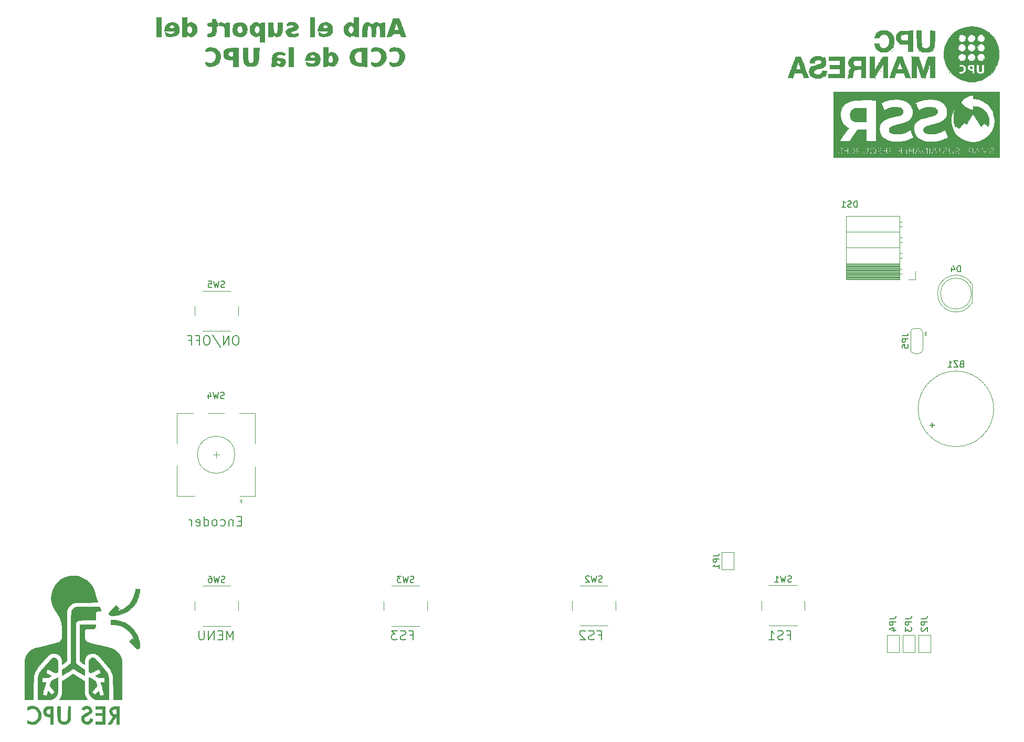
<source format=gbr>
%TF.GenerationSoftware,KiCad,Pcbnew,5.1.6-c6e7f7d~86~ubuntu18.04.1*%
%TF.CreationDate,2020-06-01T12:36:53+02:00*%
%TF.ProjectId,UPC-EURS,5550432d-4555-4525-932e-6b696361645f,rev?*%
%TF.SameCoordinates,Original*%
%TF.FileFunction,Legend,Bot*%
%TF.FilePolarity,Positive*%
%FSLAX46Y46*%
G04 Gerber Fmt 4.6, Leading zero omitted, Abs format (unit mm)*
G04 Created by KiCad (PCBNEW 5.1.6-c6e7f7d~86~ubuntu18.04.1) date 2020-06-01 12:36:53*
%MOMM*%
%LPD*%
G01*
G04 APERTURE LIST*
%ADD10C,0.010000*%
%ADD11C,0.120000*%
%ADD12C,0.150000*%
%ADD13C,0.200000*%
G04 APERTURE END LIST*
D10*
%TO.C,G\u002A\u002A\u002A*%
G36*
X79316303Y-35361495D02*
G01*
X80063362Y-35361495D01*
X80063362Y-32266537D01*
X79316303Y-32266537D01*
X79316303Y-35361495D01*
G37*
X79316303Y-35361495D02*
X80063362Y-35361495D01*
X80063362Y-32266537D01*
X79316303Y-32266537D01*
X79316303Y-35361495D01*
G36*
X81473088Y-33062609D02*
G01*
X81071763Y-33258266D01*
X80774687Y-33594681D01*
X80632666Y-34000781D01*
X80569047Y-34400991D01*
X82330572Y-34400991D01*
X82172041Y-34641117D01*
X81917583Y-34847767D01*
X81557171Y-34913663D01*
X81151177Y-34831823D01*
X81022922Y-34774033D01*
X80688219Y-34600951D01*
X80722639Y-34896961D01*
X80824752Y-35156156D01*
X81023866Y-35266595D01*
X81487854Y-35338812D01*
X81966912Y-35324492D01*
X82364854Y-35228504D01*
X82435258Y-35195136D01*
X82738594Y-34959431D01*
X82899567Y-34633347D01*
X82944874Y-34187546D01*
X82903651Y-33798775D01*
X82178960Y-33798775D01*
X82158333Y-33912669D01*
X82006540Y-33964379D01*
X81770925Y-33974100D01*
X81486800Y-33957048D01*
X81368907Y-33892879D01*
X81362889Y-33798775D01*
X81476901Y-33598296D01*
X81584160Y-33505833D01*
X81828164Y-33458864D01*
X82054877Y-33573808D01*
X82178960Y-33798775D01*
X82903651Y-33798775D01*
X82896184Y-33728363D01*
X82731412Y-33410175D01*
X82422509Y-33179530D01*
X82413397Y-33174785D01*
X81934889Y-33028014D01*
X81473088Y-33062609D01*
G37*
X81473088Y-33062609D02*
X81071763Y-33258266D01*
X80774687Y-33594681D01*
X80632666Y-34000781D01*
X80569047Y-34400991D01*
X82330572Y-34400991D01*
X82172041Y-34641117D01*
X81917583Y-34847767D01*
X81557171Y-34913663D01*
X81151177Y-34831823D01*
X81022922Y-34774033D01*
X80688219Y-34600951D01*
X80722639Y-34896961D01*
X80824752Y-35156156D01*
X81023866Y-35266595D01*
X81487854Y-35338812D01*
X81966912Y-35324492D01*
X82364854Y-35228504D01*
X82435258Y-35195136D01*
X82738594Y-34959431D01*
X82899567Y-34633347D01*
X82944874Y-34187546D01*
X82903651Y-33798775D01*
X82178960Y-33798775D01*
X82158333Y-33912669D01*
X82006540Y-33964379D01*
X81770925Y-33974100D01*
X81486800Y-33957048D01*
X81368907Y-33892879D01*
X81362889Y-33798775D01*
X81476901Y-33598296D01*
X81584160Y-33505833D01*
X81828164Y-33458864D01*
X82054877Y-33573808D01*
X82178960Y-33798775D01*
X82903651Y-33798775D01*
X82896184Y-33728363D01*
X82731412Y-33410175D01*
X82422509Y-33179530D01*
X82413397Y-33174785D01*
X81934889Y-33028014D01*
X81473088Y-33062609D01*
G36*
X83478488Y-35361495D02*
G01*
X83852017Y-35361495D01*
X84124334Y-35328883D01*
X84223604Y-35221666D01*
X84225546Y-35195360D01*
X84244838Y-35088884D01*
X84340491Y-35113945D01*
X84462738Y-35195360D01*
X84828887Y-35347343D01*
X85190883Y-35286389D01*
X85514428Y-35049537D01*
X85709183Y-34817847D01*
X85801579Y-34573884D01*
X85826294Y-34221828D01*
X85826387Y-34187546D01*
X85822835Y-34125760D01*
X85059534Y-34125760D01*
X85031665Y-34512496D01*
X84880922Y-34754145D01*
X84652437Y-34827882D01*
X84426049Y-34750913D01*
X84338450Y-34675246D01*
X84250519Y-34439405D01*
X84248953Y-34120647D01*
X84322334Y-33814410D01*
X84459242Y-33616132D01*
X84465672Y-33611925D01*
X84709765Y-33553862D01*
X84910240Y-33682442D01*
X85036585Y-33971267D01*
X85059534Y-34125760D01*
X85822835Y-34125760D01*
X85805438Y-33823215D01*
X85719475Y-33574342D01*
X85533819Y-33345109D01*
X85514428Y-33325555D01*
X85154524Y-33072900D01*
X84792197Y-33033423D01*
X84462738Y-33179732D01*
X84323028Y-33267821D01*
X84252937Y-33251186D01*
X84228447Y-33092006D01*
X84225546Y-32806202D01*
X84225546Y-32266537D01*
X83478488Y-32266537D01*
X83478488Y-35361495D01*
G37*
X83478488Y-35361495D02*
X83852017Y-35361495D01*
X84124334Y-35328883D01*
X84223604Y-35221666D01*
X84225546Y-35195360D01*
X84244838Y-35088884D01*
X84340491Y-35113945D01*
X84462738Y-35195360D01*
X84828887Y-35347343D01*
X85190883Y-35286389D01*
X85514428Y-35049537D01*
X85709183Y-34817847D01*
X85801579Y-34573884D01*
X85826294Y-34221828D01*
X85826387Y-34187546D01*
X85822835Y-34125760D01*
X85059534Y-34125760D01*
X85031665Y-34512496D01*
X84880922Y-34754145D01*
X84652437Y-34827882D01*
X84426049Y-34750913D01*
X84338450Y-34675246D01*
X84250519Y-34439405D01*
X84248953Y-34120647D01*
X84322334Y-33814410D01*
X84459242Y-33616132D01*
X84465672Y-33611925D01*
X84709765Y-33553862D01*
X84910240Y-33682442D01*
X85036585Y-33971267D01*
X85059534Y-34125760D01*
X85822835Y-34125760D01*
X85805438Y-33823215D01*
X85719475Y-33574342D01*
X85533819Y-33345109D01*
X85514428Y-33325555D01*
X85154524Y-33072900D01*
X84792197Y-33033423D01*
X84462738Y-33179732D01*
X84323028Y-33267821D01*
X84252937Y-33251186D01*
X84228447Y-33092006D01*
X84225546Y-32806202D01*
X84225546Y-32266537D01*
X83478488Y-32266537D01*
X83478488Y-35361495D01*
G36*
X88374402Y-32506427D02*
G01*
X88290817Y-32631167D01*
X88281009Y-32800151D01*
X88260186Y-33015259D01*
X88154568Y-33103488D01*
X87907479Y-33120319D01*
X87654877Y-33140253D01*
X87551466Y-33229957D01*
X87533950Y-33387126D01*
X87561857Y-33567556D01*
X87687443Y-33641421D01*
X87907479Y-33653932D01*
X88148351Y-33667370D01*
X88254138Y-33749115D01*
X88280356Y-33961316D01*
X88281009Y-34072094D01*
X88257581Y-34476628D01*
X88172142Y-34710563D01*
X88001956Y-34813101D01*
X87842700Y-34827882D01*
X87619191Y-34859179D01*
X87539854Y-34990344D01*
X87533950Y-35094689D01*
X87555248Y-35262425D01*
X87658093Y-35339807D01*
X87900907Y-35360983D01*
X87990455Y-35361495D01*
X88337871Y-35322774D01*
X88631337Y-35226633D01*
X88684153Y-35195360D01*
X88816429Y-35072189D01*
X88888563Y-34897227D01*
X88917565Y-34609252D01*
X88921345Y-34341578D01*
X88932195Y-33954408D01*
X88970936Y-33739996D01*
X89046849Y-33658470D01*
X89081429Y-33653932D01*
X89210181Y-33561158D01*
X89241513Y-33387126D01*
X89185848Y-33172539D01*
X89081429Y-33120319D01*
X88954337Y-33024863D01*
X88921345Y-32800151D01*
X88894900Y-32573376D01*
X88770160Y-32489791D01*
X88601177Y-32479983D01*
X88374402Y-32506427D01*
G37*
X88374402Y-32506427D02*
X88290817Y-32631167D01*
X88281009Y-32800151D01*
X88260186Y-33015259D01*
X88154568Y-33103488D01*
X87907479Y-33120319D01*
X87654877Y-33140253D01*
X87551466Y-33229957D01*
X87533950Y-33387126D01*
X87561857Y-33567556D01*
X87687443Y-33641421D01*
X87907479Y-33653932D01*
X88148351Y-33667370D01*
X88254138Y-33749115D01*
X88280356Y-33961316D01*
X88281009Y-34072094D01*
X88257581Y-34476628D01*
X88172142Y-34710563D01*
X88001956Y-34813101D01*
X87842700Y-34827882D01*
X87619191Y-34859179D01*
X87539854Y-34990344D01*
X87533950Y-35094689D01*
X87555248Y-35262425D01*
X87658093Y-35339807D01*
X87900907Y-35360983D01*
X87990455Y-35361495D01*
X88337871Y-35322774D01*
X88631337Y-35226633D01*
X88684153Y-35195360D01*
X88816429Y-35072189D01*
X88888563Y-34897227D01*
X88917565Y-34609252D01*
X88921345Y-34341578D01*
X88932195Y-33954408D01*
X88970936Y-33739996D01*
X89046849Y-33658470D01*
X89081429Y-33653932D01*
X89210181Y-33561158D01*
X89241513Y-33387126D01*
X89185848Y-33172539D01*
X89081429Y-33120319D01*
X88954337Y-33024863D01*
X88921345Y-32800151D01*
X88894900Y-32573376D01*
X88770160Y-32489791D01*
X88601177Y-32479983D01*
X88374402Y-32506427D01*
G36*
X89463298Y-33090104D02*
G01*
X89353036Y-33293636D01*
X89348235Y-33365292D01*
X89379341Y-33541386D01*
X89515702Y-33586433D01*
X89651193Y-33572500D01*
X89951483Y-33582042D01*
X90152048Y-33729119D01*
X90266372Y-34035254D01*
X90307939Y-34521968D01*
X90308740Y-34622060D01*
X90308740Y-35361495D01*
X91055799Y-35361495D01*
X91055799Y-33120319D01*
X90682269Y-33120319D01*
X90435359Y-33145882D01*
X90311959Y-33208737D01*
X90308740Y-33222078D01*
X90230082Y-33245230D01*
X90037604Y-33167689D01*
X90006545Y-33150401D01*
X89692869Y-33038529D01*
X89463298Y-33090104D01*
G37*
X89463298Y-33090104D02*
X89353036Y-33293636D01*
X89348235Y-33365292D01*
X89379341Y-33541386D01*
X89515702Y-33586433D01*
X89651193Y-33572500D01*
X89951483Y-33582042D01*
X90152048Y-33729119D01*
X90266372Y-34035254D01*
X90307939Y-34521968D01*
X90308740Y-34622060D01*
X90308740Y-35361495D01*
X91055799Y-35361495D01*
X91055799Y-33120319D01*
X90682269Y-33120319D01*
X90435359Y-33145882D01*
X90311959Y-33208737D01*
X90308740Y-33222078D01*
X90230082Y-33245230D01*
X90037604Y-33167689D01*
X90006545Y-33150401D01*
X89692869Y-33038529D01*
X89463298Y-33090104D01*
G36*
X92511806Y-33049478D02*
G01*
X92091660Y-33182544D01*
X91775577Y-33427586D01*
X91699298Y-33541298D01*
X91628303Y-33779007D01*
X91591047Y-34108729D01*
X91589412Y-34187546D01*
X91615593Y-34521338D01*
X91680417Y-34791954D01*
X91699298Y-34833793D01*
X91958483Y-35110713D01*
X92345966Y-35285823D01*
X92795571Y-35345291D01*
X93241123Y-35275280D01*
X93427695Y-35195136D01*
X93731031Y-34959431D01*
X93892004Y-34633347D01*
X93937311Y-34187546D01*
X93935191Y-34167550D01*
X93185776Y-34167550D01*
X93159081Y-34480435D01*
X93061555Y-34700356D01*
X93058095Y-34703904D01*
X92827068Y-34809324D01*
X92577551Y-34738230D01*
X92373498Y-34510991D01*
X92358328Y-34481033D01*
X92289520Y-34170555D01*
X92353163Y-33884550D01*
X92512896Y-33667214D01*
X92732360Y-33562739D01*
X92975195Y-33615322D01*
X93035295Y-33658187D01*
X93143796Y-33860526D01*
X93185776Y-34167550D01*
X93935191Y-34167550D01*
X93888621Y-33728363D01*
X93723849Y-33410175D01*
X93414946Y-33179530D01*
X93405834Y-33174785D01*
X92971401Y-33042266D01*
X92511806Y-33049478D01*
G37*
X92511806Y-33049478D02*
X92091660Y-33182544D01*
X91775577Y-33427586D01*
X91699298Y-33541298D01*
X91628303Y-33779007D01*
X91591047Y-34108729D01*
X91589412Y-34187546D01*
X91615593Y-34521338D01*
X91680417Y-34791954D01*
X91699298Y-34833793D01*
X91958483Y-35110713D01*
X92345966Y-35285823D01*
X92795571Y-35345291D01*
X93241123Y-35275280D01*
X93427695Y-35195136D01*
X93731031Y-34959431D01*
X93892004Y-34633347D01*
X93937311Y-34187546D01*
X93935191Y-34167550D01*
X93185776Y-34167550D01*
X93159081Y-34480435D01*
X93061555Y-34700356D01*
X93058095Y-34703904D01*
X92827068Y-34809324D01*
X92577551Y-34738230D01*
X92373498Y-34510991D01*
X92358328Y-34481033D01*
X92289520Y-34170555D01*
X92353163Y-33884550D01*
X92512896Y-33667214D01*
X92732360Y-33562739D01*
X92975195Y-33615322D01*
X93035295Y-33658187D01*
X93143796Y-33860526D01*
X93185776Y-34167550D01*
X93935191Y-34167550D01*
X93888621Y-33728363D01*
X93723849Y-33410175D01*
X93414946Y-33179530D01*
X93405834Y-33174785D01*
X92971401Y-33042266D01*
X92511806Y-33049478D01*
G36*
X98846555Y-33924088D02*
G01*
X98837387Y-34354679D01*
X98804028Y-34616189D01*
X98737695Y-34752428D01*
X98671965Y-34794855D01*
X98434890Y-34823479D01*
X98269952Y-34687555D01*
X98168205Y-34372263D01*
X98121501Y-33882877D01*
X98090145Y-33120319D01*
X97352437Y-33120319D01*
X97352437Y-35361495D01*
X97725967Y-35361495D01*
X97998284Y-35328883D01*
X98097554Y-35221666D01*
X98099496Y-35195360D01*
X98118788Y-35088884D01*
X98214440Y-35113945D01*
X98336688Y-35195360D01*
X98709615Y-35350603D01*
X99070254Y-35311140D01*
X99370862Y-35082274D01*
X99372422Y-35080296D01*
X99490431Y-34889387D01*
X99558507Y-34649822D01*
X99588653Y-34300798D01*
X99593614Y-33959708D01*
X99593614Y-33120319D01*
X98846555Y-33120319D01*
X98846555Y-33924088D01*
G37*
X98846555Y-33924088D02*
X98837387Y-34354679D01*
X98804028Y-34616189D01*
X98737695Y-34752428D01*
X98671965Y-34794855D01*
X98434890Y-34823479D01*
X98269952Y-34687555D01*
X98168205Y-34372263D01*
X98121501Y-33882877D01*
X98090145Y-33120319D01*
X97352437Y-33120319D01*
X97352437Y-35361495D01*
X97725967Y-35361495D01*
X97998284Y-35328883D01*
X98097554Y-35221666D01*
X98099496Y-35195360D01*
X98118788Y-35088884D01*
X98214440Y-35113945D01*
X98336688Y-35195360D01*
X98709615Y-35350603D01*
X99070254Y-35311140D01*
X99370862Y-35082274D01*
X99372422Y-35080296D01*
X99490431Y-34889387D01*
X99558507Y-34649822D01*
X99588653Y-34300798D01*
X99593614Y-33959708D01*
X99593614Y-33120319D01*
X98846555Y-33120319D01*
X98846555Y-33924088D01*
G36*
X100689604Y-33038825D02*
G01*
X100449828Y-33125989D01*
X100349534Y-33292304D01*
X100340672Y-33392992D01*
X100360327Y-33559270D01*
X100461103Y-33590726D01*
X100654549Y-33533411D01*
X100993227Y-33459935D01*
X101274577Y-33476536D01*
X101440107Y-33574980D01*
X101461261Y-33646958D01*
X101360710Y-33770385D01*
X101082364Y-33891967D01*
X100929709Y-33935669D01*
X100471469Y-34111775D01*
X100202250Y-34349223D01*
X100129050Y-34632940D01*
X100258869Y-34947855D01*
X100389183Y-35099540D01*
X100593296Y-35261311D01*
X100834658Y-35336077D01*
X101198273Y-35349486D01*
X101216284Y-35349115D01*
X101575631Y-35333048D01*
X101867292Y-35305745D01*
X101968193Y-35287929D01*
X102121183Y-35149636D01*
X102154958Y-34985692D01*
X102135510Y-34816654D01*
X102035231Y-34784183D01*
X101842320Y-34841249D01*
X101486404Y-34916259D01*
X101168603Y-34900461D01*
X100951966Y-34802781D01*
X100896534Y-34707358D01*
X100939900Y-34573799D01*
X101153047Y-34483728D01*
X101269151Y-34459337D01*
X101761654Y-34312761D01*
X102056004Y-34088876D01*
X102153332Y-33786820D01*
X102153324Y-33784875D01*
X102066424Y-33406051D01*
X101809776Y-33154502D01*
X101381997Y-33029212D01*
X101103476Y-33013596D01*
X100689604Y-33038825D01*
G37*
X100689604Y-33038825D02*
X100449828Y-33125989D01*
X100349534Y-33292304D01*
X100340672Y-33392992D01*
X100360327Y-33559270D01*
X100461103Y-33590726D01*
X100654549Y-33533411D01*
X100993227Y-33459935D01*
X101274577Y-33476536D01*
X101440107Y-33574980D01*
X101461261Y-33646958D01*
X101360710Y-33770385D01*
X101082364Y-33891967D01*
X100929709Y-33935669D01*
X100471469Y-34111775D01*
X100202250Y-34349223D01*
X100129050Y-34632940D01*
X100258869Y-34947855D01*
X100389183Y-35099540D01*
X100593296Y-35261311D01*
X100834658Y-35336077D01*
X101198273Y-35349486D01*
X101216284Y-35349115D01*
X101575631Y-35333048D01*
X101867292Y-35305745D01*
X101968193Y-35287929D01*
X102121183Y-35149636D01*
X102154958Y-34985692D01*
X102135510Y-34816654D01*
X102035231Y-34784183D01*
X101842320Y-34841249D01*
X101486404Y-34916259D01*
X101168603Y-34900461D01*
X100951966Y-34802781D01*
X100896534Y-34707358D01*
X100939900Y-34573799D01*
X101153047Y-34483728D01*
X101269151Y-34459337D01*
X101761654Y-34312761D01*
X102056004Y-34088876D01*
X102153332Y-33786820D01*
X102153324Y-33784875D01*
X102066424Y-33406051D01*
X101809776Y-33154502D01*
X101381997Y-33029212D01*
X101103476Y-33013596D01*
X100689604Y-33038825D01*
G36*
X104075967Y-35361495D02*
G01*
X104823025Y-35361495D01*
X104823025Y-32266537D01*
X104075967Y-32266537D01*
X104075967Y-35361495D01*
G37*
X104075967Y-35361495D02*
X104823025Y-35361495D01*
X104823025Y-32266537D01*
X104075967Y-32266537D01*
X104075967Y-35361495D01*
G36*
X106232751Y-33062609D02*
G01*
X105831427Y-33258266D01*
X105534351Y-33594681D01*
X105392330Y-34000781D01*
X105328711Y-34400991D01*
X107090236Y-34400991D01*
X106931704Y-34641117D01*
X106677247Y-34847767D01*
X106316835Y-34913663D01*
X105910841Y-34831823D01*
X105782586Y-34774033D01*
X105447883Y-34600951D01*
X105482303Y-34896961D01*
X105584416Y-35156156D01*
X105783530Y-35266595D01*
X106247518Y-35338812D01*
X106726576Y-35324492D01*
X107124518Y-35228504D01*
X107194922Y-35195136D01*
X107498258Y-34959431D01*
X107659230Y-34633347D01*
X107704538Y-34187546D01*
X107663315Y-33798775D01*
X106938624Y-33798775D01*
X106917997Y-33912669D01*
X106766204Y-33964379D01*
X106530588Y-33974100D01*
X106246464Y-33957048D01*
X106128571Y-33892879D01*
X106122553Y-33798775D01*
X106254049Y-33566869D01*
X106482975Y-33457410D01*
X106717353Y-33505833D01*
X106889544Y-33684260D01*
X106938624Y-33798775D01*
X107663315Y-33798775D01*
X107655848Y-33728363D01*
X107491076Y-33410175D01*
X107182173Y-33179530D01*
X107173061Y-33174785D01*
X106694553Y-33028014D01*
X106232751Y-33062609D01*
G37*
X106232751Y-33062609D02*
X105831427Y-33258266D01*
X105534351Y-33594681D01*
X105392330Y-34000781D01*
X105328711Y-34400991D01*
X107090236Y-34400991D01*
X106931704Y-34641117D01*
X106677247Y-34847767D01*
X106316835Y-34913663D01*
X105910841Y-34831823D01*
X105782586Y-34774033D01*
X105447883Y-34600951D01*
X105482303Y-34896961D01*
X105584416Y-35156156D01*
X105783530Y-35266595D01*
X106247518Y-35338812D01*
X106726576Y-35324492D01*
X107124518Y-35228504D01*
X107194922Y-35195136D01*
X107498258Y-34959431D01*
X107659230Y-34633347D01*
X107704538Y-34187546D01*
X107663315Y-33798775D01*
X106938624Y-33798775D01*
X106917997Y-33912669D01*
X106766204Y-33964379D01*
X106530588Y-33974100D01*
X106246464Y-33957048D01*
X106128571Y-33892879D01*
X106122553Y-33798775D01*
X106254049Y-33566869D01*
X106482975Y-33457410D01*
X106717353Y-33505833D01*
X106889544Y-33684260D01*
X106938624Y-33798775D01*
X107663315Y-33798775D01*
X107655848Y-33728363D01*
X107491076Y-33410175D01*
X107182173Y-33179530D01*
X107173061Y-33174785D01*
X106694553Y-33028014D01*
X106232751Y-33062609D01*
G36*
X111119664Y-32806202D02*
G01*
X111115371Y-33121067D01*
X111086482Y-33260307D01*
X111008981Y-33261743D01*
X110882472Y-33179732D01*
X110516323Y-33027748D01*
X110154327Y-33088703D01*
X109830782Y-33325555D01*
X109636028Y-33557244D01*
X109543632Y-33801207D01*
X109518916Y-34153263D01*
X109518824Y-34187546D01*
X109539772Y-34551877D01*
X109625735Y-34800749D01*
X109811391Y-35029983D01*
X109830782Y-35049537D01*
X110177934Y-35300816D01*
X110527624Y-35346346D01*
X110828091Y-35239469D01*
X111016828Y-35170816D01*
X111096776Y-35239469D01*
X111219983Y-35321693D01*
X111467186Y-35360943D01*
X111502087Y-35361495D01*
X111866723Y-35361495D01*
X111866723Y-34179269D01*
X111119664Y-34179269D01*
X111055174Y-34546966D01*
X110889957Y-34764751D01*
X110666392Y-34817582D01*
X110426858Y-34690419D01*
X110269449Y-34481033D01*
X110165954Y-34248550D01*
X110187179Y-34059276D01*
X110269551Y-33894813D01*
X110495808Y-33630045D01*
X110737058Y-33555733D01*
X110949378Y-33657182D01*
X111088846Y-33919694D01*
X111119664Y-34179269D01*
X111866723Y-34179269D01*
X111866723Y-32266537D01*
X111119664Y-32266537D01*
X111119664Y-32806202D01*
G37*
X111119664Y-32806202D02*
X111115371Y-33121067D01*
X111086482Y-33260307D01*
X111008981Y-33261743D01*
X110882472Y-33179732D01*
X110516323Y-33027748D01*
X110154327Y-33088703D01*
X109830782Y-33325555D01*
X109636028Y-33557244D01*
X109543632Y-33801207D01*
X109518916Y-34153263D01*
X109518824Y-34187546D01*
X109539772Y-34551877D01*
X109625735Y-34800749D01*
X109811391Y-35029983D01*
X109830782Y-35049537D01*
X110177934Y-35300816D01*
X110527624Y-35346346D01*
X110828091Y-35239469D01*
X111016828Y-35170816D01*
X111096776Y-35239469D01*
X111219983Y-35321693D01*
X111467186Y-35360943D01*
X111502087Y-35361495D01*
X111866723Y-35361495D01*
X111866723Y-34179269D01*
X111119664Y-34179269D01*
X111055174Y-34546966D01*
X110889957Y-34764751D01*
X110666392Y-34817582D01*
X110426858Y-34690419D01*
X110269449Y-34481033D01*
X110165954Y-34248550D01*
X110187179Y-34059276D01*
X110269551Y-33894813D01*
X110495808Y-33630045D01*
X110737058Y-33555733D01*
X110949378Y-33657182D01*
X111088846Y-33919694D01*
X111119664Y-34179269D01*
X111866723Y-34179269D01*
X111866723Y-32266537D01*
X111119664Y-32266537D01*
X111119664Y-32806202D01*
G36*
X114464648Y-33076190D02*
G01*
X114270767Y-33223966D01*
X114129899Y-33361735D01*
X114014768Y-33366854D01*
X113832480Y-33239325D01*
X113812943Y-33223966D01*
X113440402Y-33036317D01*
X113089054Y-33048852D01*
X112797119Y-33250731D01*
X112625007Y-33560882D01*
X112563458Y-33845609D01*
X112520782Y-34249756D01*
X112507059Y-34630362D01*
X112507059Y-35361495D01*
X113245486Y-35361495D01*
X113276482Y-34481033D01*
X113295966Y-34047212D01*
X113325643Y-33782447D01*
X113378657Y-33642372D01*
X113468154Y-33582618D01*
X113547433Y-33566490D01*
X113760911Y-33618488D01*
X113905131Y-33851134D01*
X113983519Y-34273207D01*
X114001177Y-34728107D01*
X114005792Y-35080156D01*
X114036062Y-35269340D01*
X114116620Y-35346233D01*
X114272101Y-35361414D01*
X114309680Y-35361495D01*
X114618183Y-35361495D01*
X114658429Y-34564511D01*
X114708951Y-34034477D01*
X114800255Y-33704211D01*
X114937921Y-33562955D01*
X115127528Y-33599955D01*
X115151383Y-33614186D01*
X115253150Y-33729204D01*
X115317723Y-33948247D01*
X115355347Y-34315695D01*
X115366380Y-34545611D01*
X115397550Y-35361495D01*
X116135630Y-35361495D01*
X116135630Y-33120319D01*
X115762101Y-33120319D01*
X115515232Y-33148638D01*
X115391806Y-33218274D01*
X115388572Y-33233093D01*
X115316660Y-33264295D01*
X115151380Y-33179732D01*
X114794527Y-33028347D01*
X114464648Y-33076190D01*
G37*
X114464648Y-33076190D02*
X114270767Y-33223966D01*
X114129899Y-33361735D01*
X114014768Y-33366854D01*
X113832480Y-33239325D01*
X113812943Y-33223966D01*
X113440402Y-33036317D01*
X113089054Y-33048852D01*
X112797119Y-33250731D01*
X112625007Y-33560882D01*
X112563458Y-33845609D01*
X112520782Y-34249756D01*
X112507059Y-34630362D01*
X112507059Y-35361495D01*
X113245486Y-35361495D01*
X113276482Y-34481033D01*
X113295966Y-34047212D01*
X113325643Y-33782447D01*
X113378657Y-33642372D01*
X113468154Y-33582618D01*
X113547433Y-33566490D01*
X113760911Y-33618488D01*
X113905131Y-33851134D01*
X113983519Y-34273207D01*
X114001177Y-34728107D01*
X114005792Y-35080156D01*
X114036062Y-35269340D01*
X114116620Y-35346233D01*
X114272101Y-35361414D01*
X114309680Y-35361495D01*
X114618183Y-35361495D01*
X114658429Y-34564511D01*
X114708951Y-34034477D01*
X114800255Y-33704211D01*
X114937921Y-33562955D01*
X115127528Y-33599955D01*
X115151383Y-33614186D01*
X115253150Y-33729204D01*
X115317723Y-33948247D01*
X115355347Y-34315695D01*
X115366380Y-34545611D01*
X115397550Y-35361495D01*
X116135630Y-35361495D01*
X116135630Y-33120319D01*
X115762101Y-33120319D01*
X115515232Y-33148638D01*
X115391806Y-33218274D01*
X115388572Y-33233093D01*
X115316660Y-33264295D01*
X115151380Y-33179732D01*
X114794527Y-33028347D01*
X114464648Y-33076190D01*
G36*
X117970750Y-32394970D02*
G01*
X117500893Y-32426621D01*
X116978346Y-33863773D01*
X116792203Y-34377715D01*
X116635314Y-34814693D01*
X116520658Y-35138259D01*
X116461214Y-35311965D01*
X116455799Y-35331210D01*
X116549474Y-35351621D01*
X116778391Y-35361359D01*
X116812197Y-35361495D01*
X117094459Y-35318322D01*
X117258257Y-35157968D01*
X117290161Y-35094689D01*
X117385278Y-34939236D01*
X117530080Y-34859260D01*
X117788835Y-34830569D01*
X117998956Y-34827882D01*
X118339918Y-34836876D01*
X118526261Y-34879790D01*
X118616576Y-34980519D01*
X118653150Y-35094689D01*
X118731506Y-35272620D01*
X118892398Y-35348106D01*
X119130653Y-35361495D01*
X119541191Y-35361495D01*
X119267710Y-34641117D01*
X119083860Y-34149493D01*
X119069978Y-34111635D01*
X118327008Y-34111635D01*
X118324385Y-34241099D01*
X118241980Y-34288595D01*
X118074947Y-34294543D01*
X118010469Y-34294268D01*
X117760673Y-34272613D01*
X117633747Y-34219241D01*
X117629748Y-34206557D01*
X117661802Y-34062379D01*
X117743730Y-33790181D01*
X117807377Y-33597534D01*
X117985006Y-33076222D01*
X118112300Y-33445119D01*
X118254697Y-33859782D01*
X118327008Y-34111635D01*
X119069978Y-34111635D01*
X118878063Y-33588276D01*
X118717417Y-33142029D01*
X118440607Y-32363318D01*
X117970750Y-32394970D01*
G37*
X117970750Y-32394970D02*
X117500893Y-32426621D01*
X116978346Y-33863773D01*
X116792203Y-34377715D01*
X116635314Y-34814693D01*
X116520658Y-35138259D01*
X116461214Y-35311965D01*
X116455799Y-35331210D01*
X116549474Y-35351621D01*
X116778391Y-35361359D01*
X116812197Y-35361495D01*
X117094459Y-35318322D01*
X117258257Y-35157968D01*
X117290161Y-35094689D01*
X117385278Y-34939236D01*
X117530080Y-34859260D01*
X117788835Y-34830569D01*
X117998956Y-34827882D01*
X118339918Y-34836876D01*
X118526261Y-34879790D01*
X118616576Y-34980519D01*
X118653150Y-35094689D01*
X118731506Y-35272620D01*
X118892398Y-35348106D01*
X119130653Y-35361495D01*
X119541191Y-35361495D01*
X119267710Y-34641117D01*
X119083860Y-34149493D01*
X119069978Y-34111635D01*
X118327008Y-34111635D01*
X118324385Y-34241099D01*
X118241980Y-34288595D01*
X118074947Y-34294543D01*
X118010469Y-34294268D01*
X117760673Y-34272613D01*
X117633747Y-34219241D01*
X117629748Y-34206557D01*
X117661802Y-34062379D01*
X117743730Y-33790181D01*
X117807377Y-33597534D01*
X117985006Y-33076222D01*
X118112300Y-33445119D01*
X118254697Y-33859782D01*
X118327008Y-34111635D01*
X119069978Y-34111635D01*
X118878063Y-33588276D01*
X118717417Y-33142029D01*
X118440607Y-32363318D01*
X117970750Y-32394970D01*
G36*
X94999706Y-33088703D02*
G01*
X94676161Y-33325555D01*
X94481406Y-33557244D01*
X94389010Y-33801207D01*
X94364294Y-34153263D01*
X94364202Y-34187546D01*
X94385150Y-34551877D01*
X94471113Y-34800749D01*
X94656769Y-35029983D01*
X94676161Y-35049537D01*
X95036064Y-35302192D01*
X95398392Y-35341669D01*
X95727850Y-35195360D01*
X95862896Y-35109749D01*
X95933518Y-35122034D01*
X95960604Y-35269804D01*
X95965040Y-35590652D01*
X95965042Y-35622250D01*
X95965042Y-36215277D01*
X96712101Y-36215277D01*
X96712101Y-34179269D01*
X95965042Y-34179269D01*
X95900552Y-34546966D01*
X95735335Y-34764751D01*
X95511770Y-34817582D01*
X95272236Y-34690419D01*
X95114827Y-34481033D01*
X95011332Y-34248550D01*
X95032557Y-34059276D01*
X95114929Y-33894813D01*
X95341186Y-33630045D01*
X95582436Y-33555733D01*
X95794756Y-33657182D01*
X95934224Y-33919694D01*
X95965042Y-34179269D01*
X96712101Y-34179269D01*
X96712101Y-33120319D01*
X96338572Y-33120319D01*
X96091703Y-33148638D01*
X95968277Y-33218274D01*
X95965042Y-33233093D01*
X95893130Y-33264295D01*
X95727850Y-33179732D01*
X95361702Y-33027748D01*
X94999706Y-33088703D01*
G37*
X94999706Y-33088703D02*
X94676161Y-33325555D01*
X94481406Y-33557244D01*
X94389010Y-33801207D01*
X94364294Y-34153263D01*
X94364202Y-34187546D01*
X94385150Y-34551877D01*
X94471113Y-34800749D01*
X94656769Y-35029983D01*
X94676161Y-35049537D01*
X95036064Y-35302192D01*
X95398392Y-35341669D01*
X95727850Y-35195360D01*
X95862896Y-35109749D01*
X95933518Y-35122034D01*
X95960604Y-35269804D01*
X95965040Y-35590652D01*
X95965042Y-35622250D01*
X95965042Y-36215277D01*
X96712101Y-36215277D01*
X96712101Y-34179269D01*
X95965042Y-34179269D01*
X95900552Y-34546966D01*
X95735335Y-34764751D01*
X95511770Y-34817582D01*
X95272236Y-34690419D01*
X95114827Y-34481033D01*
X95011332Y-34248550D01*
X95032557Y-34059276D01*
X95114929Y-33894813D01*
X95341186Y-33630045D01*
X95582436Y-33555733D01*
X95794756Y-33657182D01*
X95934224Y-33919694D01*
X95965042Y-34179269D01*
X96712101Y-34179269D01*
X96712101Y-33120319D01*
X96338572Y-33120319D01*
X96091703Y-33148638D01*
X95968277Y-33218274D01*
X95965042Y-33233093D01*
X95893130Y-33264295D01*
X95727850Y-33179732D01*
X95361702Y-33027748D01*
X94999706Y-33088703D01*
G36*
X87593824Y-37129403D02*
G01*
X87329076Y-37281915D01*
X87215306Y-37522319D01*
X87213782Y-37558087D01*
X87239913Y-37753119D01*
X87343667Y-37779111D01*
X87400546Y-37757911D01*
X87890335Y-37626699D01*
X88308754Y-37693073D01*
X88557304Y-37850569D01*
X88758371Y-38062726D01*
X88848712Y-38300312D01*
X88867983Y-38616537D01*
X88784810Y-39081763D01*
X88553853Y-39409397D01*
X88202959Y-39583146D01*
X87759973Y-39586717D01*
X87400546Y-39475163D01*
X87263318Y-39454913D01*
X87216097Y-39590454D01*
X87213782Y-39674988D01*
X87305804Y-39925842D01*
X87554013Y-40089702D01*
X87916623Y-40159360D01*
X88351848Y-40127607D01*
X88817902Y-39987233D01*
X88876080Y-39961766D01*
X89290735Y-39677705D01*
X89489735Y-39387686D01*
X89652557Y-38843456D01*
X89642754Y-38308751D01*
X89473276Y-37828233D01*
X89157073Y-37446562D01*
X88876080Y-37271309D01*
X88409112Y-37116891D01*
X87967765Y-37071992D01*
X87593824Y-37129403D01*
G37*
X87593824Y-37129403D02*
X87329076Y-37281915D01*
X87215306Y-37522319D01*
X87213782Y-37558087D01*
X87239913Y-37753119D01*
X87343667Y-37779111D01*
X87400546Y-37757911D01*
X87890335Y-37626699D01*
X88308754Y-37693073D01*
X88557304Y-37850569D01*
X88758371Y-38062726D01*
X88848712Y-38300312D01*
X88867983Y-38616537D01*
X88784810Y-39081763D01*
X88553853Y-39409397D01*
X88202959Y-39583146D01*
X87759973Y-39586717D01*
X87400546Y-39475163D01*
X87263318Y-39454913D01*
X87216097Y-39590454D01*
X87213782Y-39674988D01*
X87305804Y-39925842D01*
X87554013Y-40089702D01*
X87916623Y-40159360D01*
X88351848Y-40127607D01*
X88817902Y-39987233D01*
X88876080Y-39961766D01*
X89290735Y-39677705D01*
X89489735Y-39387686D01*
X89652557Y-38843456D01*
X89642754Y-38308751D01*
X89473276Y-37828233D01*
X89157073Y-37446562D01*
X88876080Y-37271309D01*
X88409112Y-37116891D01*
X87967765Y-37071992D01*
X87593824Y-37129403D01*
G36*
X91006302Y-37217030D02*
G01*
X90518110Y-37340724D01*
X90226515Y-37546781D01*
X90161588Y-37660815D01*
X90103741Y-37969967D01*
X90107094Y-38342111D01*
X90161588Y-38611756D01*
X90343770Y-38825039D01*
X90672557Y-38993057D01*
X91081719Y-39086669D01*
X91263944Y-39096789D01*
X91696135Y-39096789D01*
X91696135Y-40164016D01*
X92549916Y-40164016D01*
X92549916Y-38136285D01*
X91696135Y-38136285D01*
X91686416Y-38414117D01*
X91626523Y-38534372D01*
X91470350Y-38552881D01*
X91360049Y-38543257D01*
X91085966Y-38463619D01*
X90907023Y-38323050D01*
X90852979Y-38079413D01*
X90980274Y-37872874D01*
X91256858Y-37745439D01*
X91360049Y-37729313D01*
X91572804Y-37720879D01*
X91669120Y-37789780D01*
X91695104Y-37991847D01*
X91696135Y-38136285D01*
X92549916Y-38136285D01*
X92549916Y-37175781D01*
X91690835Y-37175781D01*
X91006302Y-37217030D01*
G37*
X91006302Y-37217030D02*
X90518110Y-37340724D01*
X90226515Y-37546781D01*
X90161588Y-37660815D01*
X90103741Y-37969967D01*
X90107094Y-38342111D01*
X90161588Y-38611756D01*
X90343770Y-38825039D01*
X90672557Y-38993057D01*
X91081719Y-39086669D01*
X91263944Y-39096789D01*
X91696135Y-39096789D01*
X91696135Y-40164016D01*
X92549916Y-40164016D01*
X92549916Y-38136285D01*
X91696135Y-38136285D01*
X91686416Y-38414117D01*
X91626523Y-38534372D01*
X91470350Y-38552881D01*
X91360049Y-38543257D01*
X91085966Y-38463619D01*
X90907023Y-38323050D01*
X90852979Y-38079413D01*
X90980274Y-37872874D01*
X91256858Y-37745439D01*
X91360049Y-37729313D01*
X91572804Y-37720879D01*
X91669120Y-37789780D01*
X91695104Y-37991847D01*
X91696135Y-38136285D01*
X92549916Y-38136285D01*
X92549916Y-37175781D01*
X91690835Y-37175781D01*
X91006302Y-37217030D01*
G36*
X95004538Y-38275025D02*
G01*
X94994728Y-38841928D01*
X94957638Y-39228401D01*
X94881776Y-39466878D01*
X94755651Y-39589789D01*
X94567771Y-39629567D01*
X94524286Y-39630403D01*
X94323415Y-39602718D01*
X94186475Y-39498042D01*
X94101976Y-39283942D01*
X94058424Y-38927988D01*
X94044330Y-38397748D01*
X94044034Y-38275025D01*
X94044034Y-37175781D01*
X93296975Y-37175781D01*
X93296975Y-38343779D01*
X93300697Y-38866945D01*
X93317273Y-39224281D01*
X93354825Y-39463351D01*
X93421468Y-39631718D01*
X93525323Y-39776945D01*
X93545699Y-39800936D01*
X93745392Y-39983457D01*
X93993615Y-40081099D01*
X94372290Y-40126070D01*
X94372800Y-40126101D01*
X94746343Y-40128578D01*
X95063983Y-40095269D01*
X95185081Y-40062080D01*
X95433584Y-39906619D01*
X95611521Y-39664140D01*
X95731189Y-39301163D01*
X95804888Y-38784206D01*
X95836842Y-38287792D01*
X95886298Y-37175781D01*
X95004538Y-37175781D01*
X95004538Y-38275025D01*
G37*
X95004538Y-38275025D02*
X94994728Y-38841928D01*
X94957638Y-39228401D01*
X94881776Y-39466878D01*
X94755651Y-39589789D01*
X94567771Y-39629567D01*
X94524286Y-39630403D01*
X94323415Y-39602718D01*
X94186475Y-39498042D01*
X94101976Y-39283942D01*
X94058424Y-38927988D01*
X94044330Y-38397748D01*
X94044034Y-38275025D01*
X94044034Y-37175781D01*
X93296975Y-37175781D01*
X93296975Y-38343779D01*
X93300697Y-38866945D01*
X93317273Y-39224281D01*
X93354825Y-39463351D01*
X93421468Y-39631718D01*
X93525323Y-39776945D01*
X93545699Y-39800936D01*
X93745392Y-39983457D01*
X93993615Y-40081099D01*
X94372290Y-40126070D01*
X94372800Y-40126101D01*
X94746343Y-40128578D01*
X95063983Y-40095269D01*
X95185081Y-40062080D01*
X95433584Y-39906619D01*
X95611521Y-39664140D01*
X95731189Y-39301163D01*
X95804888Y-38784206D01*
X95836842Y-38287792D01*
X95886298Y-37175781D01*
X95004538Y-37175781D01*
X95004538Y-38275025D01*
G36*
X98956349Y-37833227D02*
G01*
X98583736Y-37905776D01*
X98276960Y-38039757D01*
X98171679Y-38123392D01*
X98057443Y-38279468D01*
X97982225Y-38506268D01*
X97934058Y-38854853D01*
X97907151Y-39252035D01*
X97859284Y-40164016D01*
X98246197Y-40164016D01*
X98523817Y-40133696D01*
X98629525Y-40032966D01*
X98633109Y-39997881D01*
X98652401Y-39891405D01*
X98748054Y-39916466D01*
X98870301Y-39997881D01*
X99157371Y-40127331D01*
X99380168Y-40164016D01*
X99681580Y-40101715D01*
X99890035Y-39997881D01*
X100065515Y-39765126D01*
X100110494Y-39543316D01*
X99405787Y-39543316D01*
X99356284Y-39611598D01*
X99107045Y-39729619D01*
X98839655Y-39670639D01*
X98761177Y-39609058D01*
X98635653Y-39400556D01*
X98707021Y-39254517D01*
X98940210Y-39203512D01*
X99224485Y-39254396D01*
X99393062Y-39380791D01*
X99405787Y-39543316D01*
X100110494Y-39543316D01*
X100129462Y-39449778D01*
X100075392Y-39144835D01*
X99960674Y-38984698D01*
X99763717Y-38897932D01*
X99440386Y-38826021D01*
X99213615Y-38798330D01*
X98826702Y-38736365D01*
X98646427Y-38629974D01*
X98670051Y-38476230D01*
X98793901Y-38349143D01*
X99029542Y-38267254D01*
X99436479Y-38279949D01*
X99487599Y-38286390D01*
X99803288Y-38320102D01*
X99961753Y-38302564D01*
X100015949Y-38219705D01*
X100020504Y-38144797D01*
X99926878Y-37977896D01*
X99682154Y-37869915D01*
X99340566Y-37821483D01*
X98956349Y-37833227D01*
G37*
X98956349Y-37833227D02*
X98583736Y-37905776D01*
X98276960Y-38039757D01*
X98171679Y-38123392D01*
X98057443Y-38279468D01*
X97982225Y-38506268D01*
X97934058Y-38854853D01*
X97907151Y-39252035D01*
X97859284Y-40164016D01*
X98246197Y-40164016D01*
X98523817Y-40133696D01*
X98629525Y-40032966D01*
X98633109Y-39997881D01*
X98652401Y-39891405D01*
X98748054Y-39916466D01*
X98870301Y-39997881D01*
X99157371Y-40127331D01*
X99380168Y-40164016D01*
X99681580Y-40101715D01*
X99890035Y-39997881D01*
X100065515Y-39765126D01*
X100110494Y-39543316D01*
X99405787Y-39543316D01*
X99356284Y-39611598D01*
X99107045Y-39729619D01*
X98839655Y-39670639D01*
X98761177Y-39609058D01*
X98635653Y-39400556D01*
X98707021Y-39254517D01*
X98940210Y-39203512D01*
X99224485Y-39254396D01*
X99393062Y-39380791D01*
X99405787Y-39543316D01*
X100110494Y-39543316D01*
X100129462Y-39449778D01*
X100075392Y-39144835D01*
X99960674Y-38984698D01*
X99763717Y-38897932D01*
X99440386Y-38826021D01*
X99213615Y-38798330D01*
X98826702Y-38736365D01*
X98646427Y-38629974D01*
X98670051Y-38476230D01*
X98793901Y-38349143D01*
X99029542Y-38267254D01*
X99436479Y-38279949D01*
X99487599Y-38286390D01*
X99803288Y-38320102D01*
X99961753Y-38302564D01*
X100015949Y-38219705D01*
X100020504Y-38144797D01*
X99926878Y-37977896D01*
X99682154Y-37869915D01*
X99340566Y-37821483D01*
X98956349Y-37833227D01*
G36*
X100660841Y-40164016D02*
G01*
X101407899Y-40164016D01*
X101407899Y-37069058D01*
X100660841Y-37069058D01*
X100660841Y-40164016D01*
G37*
X100660841Y-40164016D02*
X101407899Y-40164016D01*
X101407899Y-37069058D01*
X100660841Y-37069058D01*
X100660841Y-40164016D01*
G36*
X104205020Y-37865130D02*
G01*
X103803696Y-38060787D01*
X103506620Y-38397202D01*
X103364599Y-38803302D01*
X103300980Y-39203512D01*
X105062505Y-39203512D01*
X104903973Y-39443638D01*
X104649516Y-39650288D01*
X104289104Y-39716184D01*
X103883109Y-39634344D01*
X103754855Y-39576554D01*
X103420152Y-39403472D01*
X103454572Y-39699482D01*
X103556685Y-39958677D01*
X103755799Y-40069116D01*
X104219786Y-40141333D01*
X104698844Y-40127013D01*
X105096787Y-40031025D01*
X105167191Y-39997657D01*
X105470527Y-39761952D01*
X105631499Y-39435868D01*
X105676807Y-38990067D01*
X105635584Y-38601296D01*
X104910893Y-38601296D01*
X104890266Y-38715190D01*
X104738473Y-38766900D01*
X104502857Y-38776621D01*
X104218733Y-38759569D01*
X104100840Y-38695400D01*
X104094822Y-38601296D01*
X104226318Y-38369390D01*
X104455244Y-38259931D01*
X104689622Y-38308354D01*
X104861813Y-38486781D01*
X104910893Y-38601296D01*
X105635584Y-38601296D01*
X105628117Y-38530884D01*
X105463345Y-38212696D01*
X105154442Y-37982051D01*
X105145330Y-37977306D01*
X104666822Y-37830535D01*
X104205020Y-37865130D01*
G37*
X104205020Y-37865130D02*
X103803696Y-38060787D01*
X103506620Y-38397202D01*
X103364599Y-38803302D01*
X103300980Y-39203512D01*
X105062505Y-39203512D01*
X104903973Y-39443638D01*
X104649516Y-39650288D01*
X104289104Y-39716184D01*
X103883109Y-39634344D01*
X103754855Y-39576554D01*
X103420152Y-39403472D01*
X103454572Y-39699482D01*
X103556685Y-39958677D01*
X103755799Y-40069116D01*
X104219786Y-40141333D01*
X104698844Y-40127013D01*
X105096787Y-40031025D01*
X105167191Y-39997657D01*
X105470527Y-39761952D01*
X105631499Y-39435868D01*
X105676807Y-38990067D01*
X105635584Y-38601296D01*
X104910893Y-38601296D01*
X104890266Y-38715190D01*
X104738473Y-38766900D01*
X104502857Y-38776621D01*
X104218733Y-38759569D01*
X104100840Y-38695400D01*
X104094822Y-38601296D01*
X104226318Y-38369390D01*
X104455244Y-38259931D01*
X104689622Y-38308354D01*
X104861813Y-38486781D01*
X104910893Y-38601296D01*
X105635584Y-38601296D01*
X105628117Y-38530884D01*
X105463345Y-38212696D01*
X105154442Y-37982051D01*
X105145330Y-37977306D01*
X104666822Y-37830535D01*
X104205020Y-37865130D01*
G36*
X106210420Y-40164016D02*
G01*
X106583950Y-40164016D01*
X106856267Y-40131404D01*
X106955537Y-40024187D01*
X106957479Y-39997881D01*
X106976771Y-39891405D01*
X107072423Y-39916466D01*
X107194671Y-39997881D01*
X107560820Y-40149864D01*
X107922816Y-40088910D01*
X108246361Y-39852058D01*
X108441115Y-39620368D01*
X108533512Y-39376405D01*
X108558227Y-39024349D01*
X108558320Y-38990067D01*
X108554768Y-38928281D01*
X107791466Y-38928281D01*
X107763598Y-39315017D01*
X107612855Y-39556666D01*
X107384370Y-39630403D01*
X107157982Y-39553434D01*
X107070383Y-39477767D01*
X106994660Y-39274985D01*
X106974177Y-38976605D01*
X106977273Y-38928281D01*
X107072657Y-38571504D01*
X107250701Y-38381577D01*
X107460952Y-38358499D01*
X107652954Y-38502272D01*
X107776251Y-38812894D01*
X107791466Y-38928281D01*
X108554768Y-38928281D01*
X108537371Y-38625736D01*
X108451408Y-38376863D01*
X108265752Y-38147630D01*
X108246361Y-38128076D01*
X107886457Y-37875421D01*
X107524130Y-37835944D01*
X107194671Y-37982253D01*
X107054961Y-38070342D01*
X106984869Y-38053707D01*
X106960380Y-37894527D01*
X106957479Y-37608723D01*
X106957479Y-37069058D01*
X106210420Y-37069058D01*
X106210420Y-40164016D01*
G37*
X106210420Y-40164016D02*
X106583950Y-40164016D01*
X106856267Y-40131404D01*
X106955537Y-40024187D01*
X106957479Y-39997881D01*
X106976771Y-39891405D01*
X107072423Y-39916466D01*
X107194671Y-39997881D01*
X107560820Y-40149864D01*
X107922816Y-40088910D01*
X108246361Y-39852058D01*
X108441115Y-39620368D01*
X108533512Y-39376405D01*
X108558227Y-39024349D01*
X108558320Y-38990067D01*
X108554768Y-38928281D01*
X107791466Y-38928281D01*
X107763598Y-39315017D01*
X107612855Y-39556666D01*
X107384370Y-39630403D01*
X107157982Y-39553434D01*
X107070383Y-39477767D01*
X106994660Y-39274985D01*
X106974177Y-38976605D01*
X106977273Y-38928281D01*
X107072657Y-38571504D01*
X107250701Y-38381577D01*
X107460952Y-38358499D01*
X107652954Y-38502272D01*
X107776251Y-38812894D01*
X107791466Y-38928281D01*
X108554768Y-38928281D01*
X108537371Y-38625736D01*
X108451408Y-38376863D01*
X108265752Y-38147630D01*
X108246361Y-38128076D01*
X107886457Y-37875421D01*
X107524130Y-37835944D01*
X107194671Y-37982253D01*
X107054961Y-38070342D01*
X106984869Y-38053707D01*
X106960380Y-37894527D01*
X106957479Y-37608723D01*
X106957479Y-37069058D01*
X106210420Y-37069058D01*
X106210420Y-40164016D01*
G36*
X112427017Y-37175947D02*
G01*
X111695068Y-37233559D01*
X111137920Y-37409093D01*
X110749532Y-37707088D01*
X110523865Y-38132086D01*
X110454700Y-38658421D01*
X110510982Y-39189042D01*
X110692048Y-39587488D01*
X111016228Y-39868466D01*
X111501853Y-40046685D01*
X112167253Y-40136853D01*
X112307145Y-40144849D01*
X113254118Y-40190125D01*
X113254118Y-37709394D01*
X112400336Y-37709394D01*
X112400336Y-39630403D01*
X112075317Y-39630403D01*
X111709518Y-39532525D01*
X111488342Y-39368447D01*
X111273395Y-39029102D01*
X111216495Y-38646038D01*
X111299206Y-38271362D01*
X111503095Y-37957180D01*
X111809724Y-37755600D01*
X112075317Y-37709394D01*
X112400336Y-37709394D01*
X113254118Y-37709394D01*
X113254118Y-37175781D01*
X112427017Y-37175947D01*
G37*
X112427017Y-37175947D02*
X111695068Y-37233559D01*
X111137920Y-37409093D01*
X110749532Y-37707088D01*
X110523865Y-38132086D01*
X110454700Y-38658421D01*
X110510982Y-39189042D01*
X110692048Y-39587488D01*
X111016228Y-39868466D01*
X111501853Y-40046685D01*
X112167253Y-40136853D01*
X112307145Y-40144849D01*
X113254118Y-40190125D01*
X113254118Y-37709394D01*
X112400336Y-37709394D01*
X112400336Y-39630403D01*
X112075317Y-39630403D01*
X111709518Y-39532525D01*
X111488342Y-39368447D01*
X111273395Y-39029102D01*
X111216495Y-38646038D01*
X111299206Y-38271362D01*
X111503095Y-37957180D01*
X111809724Y-37755600D01*
X112075317Y-37709394D01*
X112400336Y-37709394D01*
X113254118Y-37709394D01*
X113254118Y-37175781D01*
X112427017Y-37175947D01*
G36*
X114274496Y-37129403D02*
G01*
X114009748Y-37281915D01*
X113895978Y-37522319D01*
X113894454Y-37558087D01*
X113920585Y-37753119D01*
X114024339Y-37779111D01*
X114081219Y-37757911D01*
X114571008Y-37626699D01*
X114989427Y-37693073D01*
X115237976Y-37850569D01*
X115439043Y-38062726D01*
X115529384Y-38300312D01*
X115548656Y-38616537D01*
X115465482Y-39081763D01*
X115234525Y-39409397D01*
X114883631Y-39583146D01*
X114440645Y-39586717D01*
X114081219Y-39475163D01*
X113943991Y-39454913D01*
X113896769Y-39590454D01*
X113894454Y-39674988D01*
X113986476Y-39925842D01*
X114234685Y-40089702D01*
X114597295Y-40159360D01*
X115032520Y-40127607D01*
X115498574Y-39987233D01*
X115556752Y-39961766D01*
X115958156Y-39674854D01*
X116220626Y-39273715D01*
X116344162Y-38806159D01*
X116328765Y-38319996D01*
X116174433Y-37863037D01*
X115881168Y-37483093D01*
X115556752Y-37271309D01*
X115089784Y-37116891D01*
X114648437Y-37071992D01*
X114274496Y-37129403D01*
G37*
X114274496Y-37129403D02*
X114009748Y-37281915D01*
X113895978Y-37522319D01*
X113894454Y-37558087D01*
X113920585Y-37753119D01*
X114024339Y-37779111D01*
X114081219Y-37757911D01*
X114571008Y-37626699D01*
X114989427Y-37693073D01*
X115237976Y-37850569D01*
X115439043Y-38062726D01*
X115529384Y-38300312D01*
X115548656Y-38616537D01*
X115465482Y-39081763D01*
X115234525Y-39409397D01*
X114883631Y-39583146D01*
X114440645Y-39586717D01*
X114081219Y-39475163D01*
X113943991Y-39454913D01*
X113896769Y-39590454D01*
X113894454Y-39674988D01*
X113986476Y-39925842D01*
X114234685Y-40089702D01*
X114597295Y-40159360D01*
X115032520Y-40127607D01*
X115498574Y-39987233D01*
X115556752Y-39961766D01*
X115958156Y-39674854D01*
X116220626Y-39273715D01*
X116344162Y-38806159D01*
X116328765Y-38319996D01*
X116174433Y-37863037D01*
X115881168Y-37483093D01*
X115556752Y-37271309D01*
X115089784Y-37116891D01*
X114648437Y-37071992D01*
X114274496Y-37129403D01*
G36*
X117262732Y-37129403D02*
G01*
X116997983Y-37281915D01*
X116884214Y-37522319D01*
X116882689Y-37558087D01*
X116908820Y-37753119D01*
X117012575Y-37779111D01*
X117069454Y-37757911D01*
X117559243Y-37626699D01*
X117977662Y-37693073D01*
X118226211Y-37850569D01*
X118427279Y-38062726D01*
X118517619Y-38300312D01*
X118536891Y-38616537D01*
X118453717Y-39081763D01*
X118222761Y-39409397D01*
X117871866Y-39583146D01*
X117428881Y-39586717D01*
X117069454Y-39475163D01*
X116932226Y-39454913D01*
X116885005Y-39590454D01*
X116882689Y-39674988D01*
X116974711Y-39925842D01*
X117222921Y-40089702D01*
X117585531Y-40159360D01*
X118020756Y-40127607D01*
X118486809Y-39987233D01*
X118544987Y-39961766D01*
X118946391Y-39674854D01*
X119208861Y-39273715D01*
X119332398Y-38806159D01*
X119317000Y-38319996D01*
X119162669Y-37863037D01*
X118869403Y-37483093D01*
X118544987Y-37271309D01*
X118078019Y-37116891D01*
X117636672Y-37071992D01*
X117262732Y-37129403D01*
G37*
X117262732Y-37129403D02*
X116997983Y-37281915D01*
X116884214Y-37522319D01*
X116882689Y-37558087D01*
X116908820Y-37753119D01*
X117012575Y-37779111D01*
X117069454Y-37757911D01*
X117559243Y-37626699D01*
X117977662Y-37693073D01*
X118226211Y-37850569D01*
X118427279Y-38062726D01*
X118517619Y-38300312D01*
X118536891Y-38616537D01*
X118453717Y-39081763D01*
X118222761Y-39409397D01*
X117871866Y-39583146D01*
X117428881Y-39586717D01*
X117069454Y-39475163D01*
X116932226Y-39454913D01*
X116885005Y-39590454D01*
X116882689Y-39674988D01*
X116974711Y-39925842D01*
X117222921Y-40089702D01*
X117585531Y-40159360D01*
X118020756Y-40127607D01*
X118486809Y-39987233D01*
X118544987Y-39961766D01*
X118946391Y-39674854D01*
X119208861Y-39273715D01*
X119332398Y-38806159D01*
X119317000Y-38319996D01*
X119162669Y-37863037D01*
X118869403Y-37483093D01*
X118544987Y-37271309D01*
X118078019Y-37116891D01*
X117636672Y-37071992D01*
X117262732Y-37129403D01*
G36*
X75877403Y-124868399D02*
G01*
X75785068Y-125403431D01*
X75610901Y-125915212D01*
X75361363Y-126394742D01*
X75042917Y-126833023D01*
X74662024Y-127221053D01*
X74225146Y-127549832D01*
X73777591Y-127793030D01*
X73618857Y-127858071D01*
X73430323Y-127925215D01*
X73237889Y-127986400D01*
X73067455Y-128033564D01*
X72944922Y-128058646D01*
X72917562Y-128060718D01*
X72926973Y-128032182D01*
X72987086Y-127957566D01*
X73079347Y-127858788D01*
X73277527Y-127656857D01*
X73021687Y-127401018D01*
X72765847Y-127145178D01*
X72233298Y-127676340D01*
X72010082Y-127901131D01*
X71844466Y-128074719D01*
X71729071Y-128207360D01*
X71656522Y-128309309D01*
X71619442Y-128390822D01*
X71610454Y-128462154D01*
X71620742Y-128527952D01*
X71665059Y-128652624D01*
X71734541Y-128736754D01*
X71844893Y-128787399D01*
X72011820Y-128811614D01*
X72251025Y-128816456D01*
X72262553Y-128816344D01*
X72502310Y-128807502D01*
X72756141Y-128788022D01*
X72979129Y-128761607D01*
X73033944Y-128752770D01*
X73637769Y-128602077D01*
X74207525Y-128370263D01*
X74736881Y-128061231D01*
X75219506Y-127678886D01*
X75649072Y-127227133D01*
X75782646Y-127057440D01*
X75915998Y-126856974D01*
X76060830Y-126602840D01*
X76201295Y-126326296D01*
X76321548Y-126058600D01*
X76405743Y-125831009D01*
X76407813Y-125824249D01*
X76463918Y-125614049D01*
X76517527Y-125369189D01*
X76563404Y-125118689D01*
X76596317Y-124891572D01*
X76611032Y-124716860D01*
X76611347Y-124695665D01*
X76611408Y-124527971D01*
X75908252Y-124527971D01*
X75877403Y-124868399D01*
G37*
X75877403Y-124868399D02*
X75785068Y-125403431D01*
X75610901Y-125915212D01*
X75361363Y-126394742D01*
X75042917Y-126833023D01*
X74662024Y-127221053D01*
X74225146Y-127549832D01*
X73777591Y-127793030D01*
X73618857Y-127858071D01*
X73430323Y-127925215D01*
X73237889Y-127986400D01*
X73067455Y-128033564D01*
X72944922Y-128058646D01*
X72917562Y-128060718D01*
X72926973Y-128032182D01*
X72987086Y-127957566D01*
X73079347Y-127858788D01*
X73277527Y-127656857D01*
X73021687Y-127401018D01*
X72765847Y-127145178D01*
X72233298Y-127676340D01*
X72010082Y-127901131D01*
X71844466Y-128074719D01*
X71729071Y-128207360D01*
X71656522Y-128309309D01*
X71619442Y-128390822D01*
X71610454Y-128462154D01*
X71620742Y-128527952D01*
X71665059Y-128652624D01*
X71734541Y-128736754D01*
X71844893Y-128787399D01*
X72011820Y-128811614D01*
X72251025Y-128816456D01*
X72262553Y-128816344D01*
X72502310Y-128807502D01*
X72756141Y-128788022D01*
X72979129Y-128761607D01*
X73033944Y-128752770D01*
X73637769Y-128602077D01*
X74207525Y-128370263D01*
X74736881Y-128061231D01*
X75219506Y-127678886D01*
X75649072Y-127227133D01*
X75782646Y-127057440D01*
X75915998Y-126856974D01*
X76060830Y-126602840D01*
X76201295Y-126326296D01*
X76321548Y-126058600D01*
X76405743Y-125831009D01*
X76407813Y-125824249D01*
X76463918Y-125614049D01*
X76517527Y-125369189D01*
X76563404Y-125118689D01*
X76596317Y-124891572D01*
X76611032Y-124716860D01*
X76611347Y-124695665D01*
X76611408Y-124527971D01*
X75908252Y-124527971D01*
X75877403Y-124868399D01*
G36*
X71960704Y-130238624D02*
G01*
X72463785Y-130263791D01*
X73023363Y-130334388D01*
X73557209Y-130486039D01*
X74056759Y-130714007D01*
X74513453Y-131013559D01*
X74918728Y-131379959D01*
X75264022Y-131808474D01*
X75268177Y-131814579D01*
X75435224Y-132086893D01*
X75579887Y-132372452D01*
X75683879Y-132634654D01*
X75693937Y-132666704D01*
X75711785Y-132733349D01*
X75700059Y-132745439D01*
X75645064Y-132700323D01*
X75587010Y-132646019D01*
X75446355Y-132513539D01*
X75190414Y-132769905D01*
X74934472Y-133026271D01*
X75519180Y-133606699D01*
X75733212Y-133817143D01*
X75895732Y-133971123D01*
X76016976Y-134076871D01*
X76107182Y-134142621D01*
X76176587Y-134176606D01*
X76235428Y-134187058D01*
X76240898Y-134187126D01*
X76375224Y-134160639D01*
X76476731Y-134107105D01*
X76560360Y-133982741D01*
X76600523Y-133780412D01*
X76597198Y-133500329D01*
X76565967Y-133238163D01*
X76429251Y-132627404D01*
X76215475Y-132055698D01*
X75930036Y-131528445D01*
X75578332Y-131051044D01*
X75165760Y-130628894D01*
X74697717Y-130267395D01*
X74179600Y-129971944D01*
X73616807Y-129747942D01*
X73014736Y-129600788D01*
X72913582Y-129584505D01*
X72690439Y-129558617D01*
X72444275Y-129541161D01*
X72276346Y-129536422D01*
X71960704Y-129536422D01*
X71960704Y-130238624D01*
G37*
X71960704Y-130238624D02*
X72463785Y-130263791D01*
X73023363Y-130334388D01*
X73557209Y-130486039D01*
X74056759Y-130714007D01*
X74513453Y-131013559D01*
X74918728Y-131379959D01*
X75264022Y-131808474D01*
X75268177Y-131814579D01*
X75435224Y-132086893D01*
X75579887Y-132372452D01*
X75683879Y-132634654D01*
X75693937Y-132666704D01*
X75711785Y-132733349D01*
X75700059Y-132745439D01*
X75645064Y-132700323D01*
X75587010Y-132646019D01*
X75446355Y-132513539D01*
X75190414Y-132769905D01*
X74934472Y-133026271D01*
X75519180Y-133606699D01*
X75733212Y-133817143D01*
X75895732Y-133971123D01*
X76016976Y-134076871D01*
X76107182Y-134142621D01*
X76176587Y-134176606D01*
X76235428Y-134187058D01*
X76240898Y-134187126D01*
X76375224Y-134160639D01*
X76476731Y-134107105D01*
X76560360Y-133982741D01*
X76600523Y-133780412D01*
X76597198Y-133500329D01*
X76565967Y-133238163D01*
X76429251Y-132627404D01*
X76215475Y-132055698D01*
X75930036Y-131528445D01*
X75578332Y-131051044D01*
X75165760Y-130628894D01*
X74697717Y-130267395D01*
X74179600Y-129971944D01*
X73616807Y-129747942D01*
X73014736Y-129600788D01*
X72913582Y-129584505D01*
X72690439Y-129558617D01*
X72444275Y-129541161D01*
X72276346Y-129536422D01*
X71960704Y-129536422D01*
X71960704Y-130238624D01*
G36*
X68208903Y-127399332D02*
G01*
X67746050Y-127402597D01*
X67363931Y-127405810D01*
X67053848Y-127409438D01*
X66807098Y-127413946D01*
X66614982Y-127419803D01*
X66468799Y-127427473D01*
X66359850Y-127437423D01*
X66279434Y-127450120D01*
X66218850Y-127466030D01*
X66169399Y-127485619D01*
X66122379Y-127509353D01*
X66118590Y-127511376D01*
X65913265Y-127657370D01*
X65735659Y-127850515D01*
X65608965Y-128062825D01*
X65570636Y-128172574D01*
X65560969Y-128248327D01*
X65552416Y-128395652D01*
X65544951Y-128616524D01*
X65538553Y-128912924D01*
X65533198Y-129286828D01*
X65528864Y-129740215D01*
X65525526Y-130275062D01*
X65523163Y-130893348D01*
X65521752Y-131597051D01*
X65521268Y-132388148D01*
X65521268Y-132413242D01*
X65521187Y-133108347D01*
X65520877Y-133719535D01*
X65520231Y-134252329D01*
X65519146Y-134712249D01*
X65517517Y-135104815D01*
X65515240Y-135435548D01*
X65512210Y-135709969D01*
X65508322Y-135933598D01*
X65503473Y-136111957D01*
X65497557Y-136250566D01*
X65490470Y-136354946D01*
X65482108Y-136430618D01*
X65472365Y-136483102D01*
X65461138Y-136517919D01*
X65448323Y-136540590D01*
X65443011Y-136547173D01*
X65382434Y-136602482D01*
X65263234Y-136700187D01*
X65098829Y-136829688D01*
X64902640Y-136980385D01*
X64727518Y-137112296D01*
X64090282Y-137588099D01*
X64090282Y-138525514D01*
X64928566Y-137966179D01*
X65221578Y-137774091D01*
X65470462Y-137617914D01*
X65668072Y-137501853D01*
X65807262Y-137430114D01*
X65879014Y-137406845D01*
X65955852Y-137432412D01*
X66097924Y-137506311D01*
X66298082Y-137624335D01*
X66549182Y-137782279D01*
X66829463Y-137966179D01*
X67667747Y-138525514D01*
X67667747Y-137593164D01*
X66974290Y-137070501D01*
X66729002Y-136881565D01*
X66526480Y-136717338D01*
X66374942Y-136584910D01*
X66282607Y-136491375D01*
X66257351Y-136451902D01*
X66253642Y-136392212D01*
X66250462Y-136250471D01*
X66247835Y-136034063D01*
X66245786Y-135750373D01*
X66244340Y-135406783D01*
X66243521Y-135010679D01*
X66243354Y-134569445D01*
X66243862Y-134090464D01*
X66245071Y-133581120D01*
X66246494Y-133173042D01*
X66248964Y-132562973D01*
X66251320Y-132035978D01*
X66253765Y-131585697D01*
X66256500Y-131205768D01*
X66259727Y-130889830D01*
X66263648Y-130631522D01*
X66268464Y-130424482D01*
X66274377Y-130262349D01*
X66281589Y-130138761D01*
X66290301Y-130047358D01*
X66300715Y-129981778D01*
X66313033Y-129935660D01*
X66327456Y-129902642D01*
X66344187Y-129876364D01*
X66351319Y-129866650D01*
X66457809Y-129747266D01*
X66566927Y-129650981D01*
X66605584Y-129625015D01*
X66651167Y-129604286D01*
X66713820Y-129588086D01*
X66803686Y-129575705D01*
X66930909Y-129566437D01*
X67105632Y-129559572D01*
X67337999Y-129554401D01*
X67638154Y-129550218D01*
X68016240Y-129546312D01*
X68073406Y-129545771D01*
X69456479Y-129532762D01*
X69456479Y-128928862D01*
X69457235Y-128684908D01*
X69461222Y-128513640D01*
X69471015Y-128398311D01*
X69489190Y-128322172D01*
X69518322Y-128268476D01*
X69560988Y-128220475D01*
X69566242Y-128215199D01*
X69633826Y-128157891D01*
X69710861Y-128124747D01*
X69823321Y-128109391D01*
X69997179Y-128105449D01*
X70013425Y-128105436D01*
X70174314Y-128101353D01*
X70293581Y-128090546D01*
X70349421Y-128075183D01*
X70351061Y-128071897D01*
X70336818Y-128016547D01*
X70298910Y-127900356D01*
X70244904Y-127746289D01*
X70232622Y-127712361D01*
X70113968Y-127386362D01*
X68208903Y-127399332D01*
G37*
X68208903Y-127399332D02*
X67746050Y-127402597D01*
X67363931Y-127405810D01*
X67053848Y-127409438D01*
X66807098Y-127413946D01*
X66614982Y-127419803D01*
X66468799Y-127427473D01*
X66359850Y-127437423D01*
X66279434Y-127450120D01*
X66218850Y-127466030D01*
X66169399Y-127485619D01*
X66122379Y-127509353D01*
X66118590Y-127511376D01*
X65913265Y-127657370D01*
X65735659Y-127850515D01*
X65608965Y-128062825D01*
X65570636Y-128172574D01*
X65560969Y-128248327D01*
X65552416Y-128395652D01*
X65544951Y-128616524D01*
X65538553Y-128912924D01*
X65533198Y-129286828D01*
X65528864Y-129740215D01*
X65525526Y-130275062D01*
X65523163Y-130893348D01*
X65521752Y-131597051D01*
X65521268Y-132388148D01*
X65521268Y-132413242D01*
X65521187Y-133108347D01*
X65520877Y-133719535D01*
X65520231Y-134252329D01*
X65519146Y-134712249D01*
X65517517Y-135104815D01*
X65515240Y-135435548D01*
X65512210Y-135709969D01*
X65508322Y-135933598D01*
X65503473Y-136111957D01*
X65497557Y-136250566D01*
X65490470Y-136354946D01*
X65482108Y-136430618D01*
X65472365Y-136483102D01*
X65461138Y-136517919D01*
X65448323Y-136540590D01*
X65443011Y-136547173D01*
X65382434Y-136602482D01*
X65263234Y-136700187D01*
X65098829Y-136829688D01*
X64902640Y-136980385D01*
X64727518Y-137112296D01*
X64090282Y-137588099D01*
X64090282Y-138525514D01*
X64928566Y-137966179D01*
X65221578Y-137774091D01*
X65470462Y-137617914D01*
X65668072Y-137501853D01*
X65807262Y-137430114D01*
X65879014Y-137406845D01*
X65955852Y-137432412D01*
X66097924Y-137506311D01*
X66298082Y-137624335D01*
X66549182Y-137782279D01*
X66829463Y-137966179D01*
X67667747Y-138525514D01*
X67667747Y-137593164D01*
X66974290Y-137070501D01*
X66729002Y-136881565D01*
X66526480Y-136717338D01*
X66374942Y-136584910D01*
X66282607Y-136491375D01*
X66257351Y-136451902D01*
X66253642Y-136392212D01*
X66250462Y-136250471D01*
X66247835Y-136034063D01*
X66245786Y-135750373D01*
X66244340Y-135406783D01*
X66243521Y-135010679D01*
X66243354Y-134569445D01*
X66243862Y-134090464D01*
X66245071Y-133581120D01*
X66246494Y-133173042D01*
X66248964Y-132562973D01*
X66251320Y-132035978D01*
X66253765Y-131585697D01*
X66256500Y-131205768D01*
X66259727Y-130889830D01*
X66263648Y-130631522D01*
X66268464Y-130424482D01*
X66274377Y-130262349D01*
X66281589Y-130138761D01*
X66290301Y-130047358D01*
X66300715Y-129981778D01*
X66313033Y-129935660D01*
X66327456Y-129902642D01*
X66344187Y-129876364D01*
X66351319Y-129866650D01*
X66457809Y-129747266D01*
X66566927Y-129650981D01*
X66605584Y-129625015D01*
X66651167Y-129604286D01*
X66713820Y-129588086D01*
X66803686Y-129575705D01*
X66930909Y-129566437D01*
X67105632Y-129559572D01*
X67337999Y-129554401D01*
X67638154Y-129550218D01*
X68016240Y-129546312D01*
X68073406Y-129545771D01*
X69456479Y-129532762D01*
X69456479Y-128928862D01*
X69457235Y-128684908D01*
X69461222Y-128513640D01*
X69471015Y-128398311D01*
X69489190Y-128322172D01*
X69518322Y-128268476D01*
X69560988Y-128220475D01*
X69566242Y-128215199D01*
X69633826Y-128157891D01*
X69710861Y-128124747D01*
X69823321Y-128109391D01*
X69997179Y-128105449D01*
X70013425Y-128105436D01*
X70174314Y-128101353D01*
X70293581Y-128090546D01*
X70349421Y-128075183D01*
X70351061Y-128071897D01*
X70336818Y-128016547D01*
X70298910Y-127900356D01*
X70244904Y-127746289D01*
X70232622Y-127712361D01*
X70113968Y-127386362D01*
X68208903Y-127399332D01*
G36*
X65384671Y-122425587D02*
G01*
X65064934Y-122476449D01*
X65008777Y-122490256D01*
X64471981Y-122676467D01*
X63981305Y-122935751D01*
X63542412Y-123261654D01*
X63160962Y-123647721D01*
X62842618Y-124087495D01*
X62593042Y-124574523D01*
X62417896Y-125102348D01*
X62336803Y-125536562D01*
X62311568Y-126086878D01*
X62374396Y-126630159D01*
X62523926Y-127160928D01*
X62758800Y-127673708D01*
X62941863Y-127973050D01*
X63145142Y-128277135D01*
X63305232Y-128522466D01*
X63430579Y-128723319D01*
X63529625Y-128893968D01*
X63610815Y-129048688D01*
X63682593Y-129201754D01*
X63721145Y-129290471D01*
X63825493Y-129548467D01*
X63906670Y-129784290D01*
X63967866Y-130016138D01*
X64012275Y-130262207D01*
X64043087Y-130540694D01*
X64063495Y-130869797D01*
X64076690Y-131267714D01*
X64078036Y-131325154D01*
X64084299Y-131740618D01*
X64082304Y-132067380D01*
X64072044Y-132305797D01*
X64053508Y-132456223D01*
X64049081Y-132474771D01*
X63960914Y-132684184D01*
X63821441Y-132887249D01*
X63654933Y-133052532D01*
X63549305Y-133121972D01*
X63471451Y-133150138D01*
X63316657Y-133195729D01*
X63095143Y-133256097D01*
X62817123Y-133328596D01*
X62492816Y-133410578D01*
X62132438Y-133499398D01*
X61746206Y-133592407D01*
X61595831Y-133628052D01*
X61199707Y-133722297D01*
X60823141Y-133813340D01*
X60476771Y-133898505D01*
X60171237Y-133975112D01*
X59917175Y-134040483D01*
X59725224Y-134091942D01*
X59606022Y-134126810D01*
X59583399Y-134134621D01*
X59192411Y-134330041D01*
X58839323Y-134601087D01*
X58534517Y-134938289D01*
X58304207Y-135301572D01*
X58250008Y-135405818D01*
X58202915Y-135502664D01*
X58162428Y-135598939D01*
X58128044Y-135701469D01*
X58099264Y-135817080D01*
X58075587Y-135952601D01*
X58056510Y-136114859D01*
X58041533Y-136310679D01*
X58030155Y-136546890D01*
X58021874Y-136830319D01*
X58016191Y-137167792D01*
X58012602Y-137566136D01*
X58010609Y-138032180D01*
X58009708Y-138572749D01*
X58009400Y-139194671D01*
X58009368Y-139318552D01*
X58008592Y-142415295D01*
X59439578Y-142415295D01*
X59439578Y-140651846D01*
X59440207Y-140160793D01*
X59442732Y-139748957D01*
X59448107Y-139406122D01*
X59457286Y-139122074D01*
X59471225Y-138886596D01*
X59490877Y-138689474D01*
X59517197Y-138520492D01*
X59551139Y-138369436D01*
X59593659Y-138226090D01*
X59645710Y-138080239D01*
X59690594Y-137965519D01*
X59747150Y-137831943D01*
X59809250Y-137705054D01*
X59883558Y-137575911D01*
X59976737Y-137435573D01*
X60095450Y-137275098D01*
X60246362Y-137085546D01*
X60436136Y-136857976D01*
X60671435Y-136583447D01*
X60958924Y-136253018D01*
X61012946Y-136191238D01*
X61301084Y-135864179D01*
X61540837Y-135599192D01*
X61740965Y-135389548D01*
X61910227Y-135228519D01*
X62057383Y-135109378D01*
X62191194Y-135025395D01*
X62320418Y-134969844D01*
X62453817Y-134935996D01*
X62600149Y-134917124D01*
X62679434Y-134911291D01*
X63014732Y-134931472D01*
X63318629Y-135029816D01*
X63583196Y-135198184D01*
X63800506Y-135428439D01*
X63962631Y-135712442D01*
X64061646Y-136042056D01*
X64090282Y-136359652D01*
X64090282Y-136695371D01*
X64446890Y-136423908D01*
X64803498Y-136152446D01*
X64815816Y-132093045D01*
X64828134Y-128033643D01*
X64995144Y-127695759D01*
X65193793Y-127369195D01*
X65439355Y-127109431D01*
X65747706Y-126900922D01*
X65870982Y-126838321D01*
X66169683Y-126696809D01*
X68012656Y-126683344D01*
X69855630Y-126669879D01*
X69677895Y-126169084D01*
X69592128Y-125918067D01*
X69504548Y-125646102D01*
X69427727Y-125392925D01*
X69390244Y-125259958D01*
X69293778Y-124922252D01*
X69201355Y-124649342D01*
X69103209Y-124417660D01*
X68989576Y-124203638D01*
X68879317Y-124026802D01*
X68532445Y-123579264D01*
X68123298Y-123193570D01*
X67658497Y-122874540D01*
X67144667Y-122626993D01*
X66791950Y-122507962D01*
X66485978Y-122445141D01*
X66127742Y-122410255D01*
X65749790Y-122403630D01*
X65384671Y-122425587D01*
G37*
X65384671Y-122425587D02*
X65064934Y-122476449D01*
X65008777Y-122490256D01*
X64471981Y-122676467D01*
X63981305Y-122935751D01*
X63542412Y-123261654D01*
X63160962Y-123647721D01*
X62842618Y-124087495D01*
X62593042Y-124574523D01*
X62417896Y-125102348D01*
X62336803Y-125536562D01*
X62311568Y-126086878D01*
X62374396Y-126630159D01*
X62523926Y-127160928D01*
X62758800Y-127673708D01*
X62941863Y-127973050D01*
X63145142Y-128277135D01*
X63305232Y-128522466D01*
X63430579Y-128723319D01*
X63529625Y-128893968D01*
X63610815Y-129048688D01*
X63682593Y-129201754D01*
X63721145Y-129290471D01*
X63825493Y-129548467D01*
X63906670Y-129784290D01*
X63967866Y-130016138D01*
X64012275Y-130262207D01*
X64043087Y-130540694D01*
X64063495Y-130869797D01*
X64076690Y-131267714D01*
X64078036Y-131325154D01*
X64084299Y-131740618D01*
X64082304Y-132067380D01*
X64072044Y-132305797D01*
X64053508Y-132456223D01*
X64049081Y-132474771D01*
X63960914Y-132684184D01*
X63821441Y-132887249D01*
X63654933Y-133052532D01*
X63549305Y-133121972D01*
X63471451Y-133150138D01*
X63316657Y-133195729D01*
X63095143Y-133256097D01*
X62817123Y-133328596D01*
X62492816Y-133410578D01*
X62132438Y-133499398D01*
X61746206Y-133592407D01*
X61595831Y-133628052D01*
X61199707Y-133722297D01*
X60823141Y-133813340D01*
X60476771Y-133898505D01*
X60171237Y-133975112D01*
X59917175Y-134040483D01*
X59725224Y-134091942D01*
X59606022Y-134126810D01*
X59583399Y-134134621D01*
X59192411Y-134330041D01*
X58839323Y-134601087D01*
X58534517Y-134938289D01*
X58304207Y-135301572D01*
X58250008Y-135405818D01*
X58202915Y-135502664D01*
X58162428Y-135598939D01*
X58128044Y-135701469D01*
X58099264Y-135817080D01*
X58075587Y-135952601D01*
X58056510Y-136114859D01*
X58041533Y-136310679D01*
X58030155Y-136546890D01*
X58021874Y-136830319D01*
X58016191Y-137167792D01*
X58012602Y-137566136D01*
X58010609Y-138032180D01*
X58009708Y-138572749D01*
X58009400Y-139194671D01*
X58009368Y-139318552D01*
X58008592Y-142415295D01*
X59439578Y-142415295D01*
X59439578Y-140651846D01*
X59440207Y-140160793D01*
X59442732Y-139748957D01*
X59448107Y-139406122D01*
X59457286Y-139122074D01*
X59471225Y-138886596D01*
X59490877Y-138689474D01*
X59517197Y-138520492D01*
X59551139Y-138369436D01*
X59593659Y-138226090D01*
X59645710Y-138080239D01*
X59690594Y-137965519D01*
X59747150Y-137831943D01*
X59809250Y-137705054D01*
X59883558Y-137575911D01*
X59976737Y-137435573D01*
X60095450Y-137275098D01*
X60246362Y-137085546D01*
X60436136Y-136857976D01*
X60671435Y-136583447D01*
X60958924Y-136253018D01*
X61012946Y-136191238D01*
X61301084Y-135864179D01*
X61540837Y-135599192D01*
X61740965Y-135389548D01*
X61910227Y-135228519D01*
X62057383Y-135109378D01*
X62191194Y-135025395D01*
X62320418Y-134969844D01*
X62453817Y-134935996D01*
X62600149Y-134917124D01*
X62679434Y-134911291D01*
X63014732Y-134931472D01*
X63318629Y-135029816D01*
X63583196Y-135198184D01*
X63800506Y-135428439D01*
X63962631Y-135712442D01*
X64061646Y-136042056D01*
X64090282Y-136359652D01*
X64090282Y-136695371D01*
X64446890Y-136423908D01*
X64803498Y-136152446D01*
X64815816Y-132093045D01*
X64828134Y-128033643D01*
X64995144Y-127695759D01*
X65193793Y-127369195D01*
X65439355Y-127109431D01*
X65747706Y-126900922D01*
X65870982Y-126838321D01*
X66169683Y-126696809D01*
X68012656Y-126683344D01*
X69855630Y-126669879D01*
X69677895Y-126169084D01*
X69592128Y-125918067D01*
X69504548Y-125646102D01*
X69427727Y-125392925D01*
X69390244Y-125259958D01*
X69293778Y-124922252D01*
X69201355Y-124649342D01*
X69103209Y-124417660D01*
X68989576Y-124203638D01*
X68879317Y-124026802D01*
X68532445Y-123579264D01*
X68123298Y-123193570D01*
X67658497Y-122874540D01*
X67144667Y-122626993D01*
X66791950Y-122507962D01*
X66485978Y-122445141D01*
X66127742Y-122410255D01*
X65749790Y-122403630D01*
X65384671Y-122425587D01*
G36*
X62644950Y-135632797D02*
G01*
X62550731Y-135665092D01*
X62446287Y-135728271D01*
X62323547Y-135828819D01*
X62174443Y-135973220D01*
X61990903Y-136167958D01*
X61764857Y-136419519D01*
X61539099Y-136676203D01*
X61240020Y-137020594D01*
X60995340Y-137308969D01*
X60798377Y-137550639D01*
X60642448Y-137754917D01*
X60520870Y-137931114D01*
X60426959Y-138088544D01*
X60354033Y-138236517D01*
X60295409Y-138384346D01*
X60278913Y-138432140D01*
X60254533Y-138508476D01*
X60234426Y-138584409D01*
X60218092Y-138669339D01*
X60205029Y-138772663D01*
X60194737Y-138903783D01*
X60186717Y-139072096D01*
X60180468Y-139287003D01*
X60175489Y-139557902D01*
X60171281Y-139894192D01*
X60167342Y-140305273D01*
X60165076Y-140570665D01*
X60149668Y-142415295D01*
X61169711Y-142413835D01*
X61513736Y-142412365D01*
X61781713Y-142408482D01*
X61987015Y-142401316D01*
X62143018Y-142389997D01*
X62263095Y-142373658D01*
X62360621Y-142351428D01*
X62420837Y-142332519D01*
X62740445Y-142176561D01*
X63007100Y-141948764D01*
X63109977Y-141822032D01*
X63183795Y-141712977D01*
X63242608Y-141604164D01*
X63288088Y-141484030D01*
X63321911Y-141341011D01*
X63345749Y-141163542D01*
X63361277Y-140940060D01*
X63370167Y-140659002D01*
X63374094Y-140308803D01*
X63374789Y-139992390D01*
X63373844Y-139675390D01*
X63371182Y-139389824D01*
X63367055Y-139147255D01*
X63361720Y-138959241D01*
X63355433Y-138837345D01*
X63348446Y-138793125D01*
X63348323Y-138793112D01*
X63302325Y-138814801D01*
X63194412Y-138874308D01*
X63039276Y-138963295D01*
X62851606Y-139073423D01*
X62790097Y-139109969D01*
X62258338Y-139426825D01*
X62165256Y-139747204D01*
X62117200Y-139912845D01*
X62077476Y-140050184D01*
X62054023Y-140131778D01*
X62052900Y-140135737D01*
X62076241Y-140196181D01*
X62160046Y-140307544D01*
X62297604Y-140461696D01*
X62458257Y-140626755D01*
X62614904Y-140786094D01*
X62745489Y-140925289D01*
X62838207Y-141031274D01*
X62881254Y-141090986D01*
X62882887Y-141096750D01*
X62853051Y-141149077D01*
X62774319Y-141243580D01*
X62662857Y-141361067D01*
X62646768Y-141377065D01*
X62410648Y-141610252D01*
X62122620Y-141319640D01*
X61993321Y-141192003D01*
X61887616Y-141092910D01*
X61821003Y-141036641D01*
X61807245Y-141029028D01*
X61784364Y-141069101D01*
X61748289Y-141175326D01*
X61705953Y-141326713D01*
X61696103Y-141365538D01*
X61652390Y-141532381D01*
X61613157Y-141666927D01*
X61585810Y-141744066D01*
X61582727Y-141749908D01*
X61526216Y-141766999D01*
X61396400Y-141748703D01*
X61228626Y-141705931D01*
X61072001Y-141660362D01*
X60953857Y-141623632D01*
X60896120Y-141602613D01*
X60893852Y-141601050D01*
X60902773Y-141556283D01*
X60933390Y-141437879D01*
X60982350Y-141258055D01*
X61046298Y-141029030D01*
X61121878Y-140763023D01*
X61167531Y-140604204D01*
X61248740Y-140321447D01*
X61320909Y-140067533D01*
X61380530Y-139855023D01*
X61424095Y-139696480D01*
X61448093Y-139604467D01*
X61451682Y-139586862D01*
X61411008Y-139569783D01*
X61304375Y-139557703D01*
X61161232Y-139553323D01*
X60870563Y-139553323D01*
X60870563Y-138837831D01*
X61359494Y-138837831D01*
X61577416Y-138836530D01*
X61729360Y-138829553D01*
X61838777Y-138812281D01*
X61929117Y-138780100D01*
X62023832Y-138728392D01*
X62074986Y-138696991D01*
X62195154Y-138619957D01*
X62277303Y-138562831D01*
X62301549Y-138540926D01*
X62264211Y-138515951D01*
X62163352Y-138460485D01*
X62015703Y-138383509D01*
X61887905Y-138318855D01*
X61714176Y-138231227D01*
X61572395Y-138158294D01*
X61480321Y-138109276D01*
X61454829Y-138094015D01*
X61464789Y-138050355D01*
X61504017Y-137950826D01*
X61561469Y-137819396D01*
X61626103Y-137680034D01*
X61686876Y-137556707D01*
X61732746Y-137473385D01*
X61750815Y-137451563D01*
X61793237Y-137470475D01*
X61901933Y-137522754D01*
X62063212Y-137601710D01*
X62263383Y-137700654D01*
X62409650Y-137773410D01*
X63055160Y-138095258D01*
X63214974Y-138009192D01*
X63374789Y-137923126D01*
X63374719Y-137027749D01*
X63373688Y-136712010D01*
X63369980Y-136472243D01*
X63362592Y-136295000D01*
X63350520Y-136166833D01*
X63332761Y-136074291D01*
X63308311Y-136003928D01*
X63296462Y-135979037D01*
X63153643Y-135787477D01*
X62960018Y-135668007D01*
X62834993Y-135634922D01*
X62737014Y-135624902D01*
X62644950Y-135632797D01*
G37*
X62644950Y-135632797D02*
X62550731Y-135665092D01*
X62446287Y-135728271D01*
X62323547Y-135828819D01*
X62174443Y-135973220D01*
X61990903Y-136167958D01*
X61764857Y-136419519D01*
X61539099Y-136676203D01*
X61240020Y-137020594D01*
X60995340Y-137308969D01*
X60798377Y-137550639D01*
X60642448Y-137754917D01*
X60520870Y-137931114D01*
X60426959Y-138088544D01*
X60354033Y-138236517D01*
X60295409Y-138384346D01*
X60278913Y-138432140D01*
X60254533Y-138508476D01*
X60234426Y-138584409D01*
X60218092Y-138669339D01*
X60205029Y-138772663D01*
X60194737Y-138903783D01*
X60186717Y-139072096D01*
X60180468Y-139287003D01*
X60175489Y-139557902D01*
X60171281Y-139894192D01*
X60167342Y-140305273D01*
X60165076Y-140570665D01*
X60149668Y-142415295D01*
X61169711Y-142413835D01*
X61513736Y-142412365D01*
X61781713Y-142408482D01*
X61987015Y-142401316D01*
X62143018Y-142389997D01*
X62263095Y-142373658D01*
X62360621Y-142351428D01*
X62420837Y-142332519D01*
X62740445Y-142176561D01*
X63007100Y-141948764D01*
X63109977Y-141822032D01*
X63183795Y-141712977D01*
X63242608Y-141604164D01*
X63288088Y-141484030D01*
X63321911Y-141341011D01*
X63345749Y-141163542D01*
X63361277Y-140940060D01*
X63370167Y-140659002D01*
X63374094Y-140308803D01*
X63374789Y-139992390D01*
X63373844Y-139675390D01*
X63371182Y-139389824D01*
X63367055Y-139147255D01*
X63361720Y-138959241D01*
X63355433Y-138837345D01*
X63348446Y-138793125D01*
X63348323Y-138793112D01*
X63302325Y-138814801D01*
X63194412Y-138874308D01*
X63039276Y-138963295D01*
X62851606Y-139073423D01*
X62790097Y-139109969D01*
X62258338Y-139426825D01*
X62165256Y-139747204D01*
X62117200Y-139912845D01*
X62077476Y-140050184D01*
X62054023Y-140131778D01*
X62052900Y-140135737D01*
X62076241Y-140196181D01*
X62160046Y-140307544D01*
X62297604Y-140461696D01*
X62458257Y-140626755D01*
X62614904Y-140786094D01*
X62745489Y-140925289D01*
X62838207Y-141031274D01*
X62881254Y-141090986D01*
X62882887Y-141096750D01*
X62853051Y-141149077D01*
X62774319Y-141243580D01*
X62662857Y-141361067D01*
X62646768Y-141377065D01*
X62410648Y-141610252D01*
X62122620Y-141319640D01*
X61993321Y-141192003D01*
X61887616Y-141092910D01*
X61821003Y-141036641D01*
X61807245Y-141029028D01*
X61784364Y-141069101D01*
X61748289Y-141175326D01*
X61705953Y-141326713D01*
X61696103Y-141365538D01*
X61652390Y-141532381D01*
X61613157Y-141666927D01*
X61585810Y-141744066D01*
X61582727Y-141749908D01*
X61526216Y-141766999D01*
X61396400Y-141748703D01*
X61228626Y-141705931D01*
X61072001Y-141660362D01*
X60953857Y-141623632D01*
X60896120Y-141602613D01*
X60893852Y-141601050D01*
X60902773Y-141556283D01*
X60933390Y-141437879D01*
X60982350Y-141258055D01*
X61046298Y-141029030D01*
X61121878Y-140763023D01*
X61167531Y-140604204D01*
X61248740Y-140321447D01*
X61320909Y-140067533D01*
X61380530Y-139855023D01*
X61424095Y-139696480D01*
X61448093Y-139604467D01*
X61451682Y-139586862D01*
X61411008Y-139569783D01*
X61304375Y-139557703D01*
X61161232Y-139553323D01*
X60870563Y-139553323D01*
X60870563Y-138837831D01*
X61359494Y-138837831D01*
X61577416Y-138836530D01*
X61729360Y-138829553D01*
X61838777Y-138812281D01*
X61929117Y-138780100D01*
X62023832Y-138728392D01*
X62074986Y-138696991D01*
X62195154Y-138619957D01*
X62277303Y-138562831D01*
X62301549Y-138540926D01*
X62264211Y-138515951D01*
X62163352Y-138460485D01*
X62015703Y-138383509D01*
X61887905Y-138318855D01*
X61714176Y-138231227D01*
X61572395Y-138158294D01*
X61480321Y-138109276D01*
X61454829Y-138094015D01*
X61464789Y-138050355D01*
X61504017Y-137950826D01*
X61561469Y-137819396D01*
X61626103Y-137680034D01*
X61686876Y-137556707D01*
X61732746Y-137473385D01*
X61750815Y-137451563D01*
X61793237Y-137470475D01*
X61901933Y-137522754D01*
X62063212Y-137601710D01*
X62263383Y-137700654D01*
X62409650Y-137773410D01*
X63055160Y-138095258D01*
X63214974Y-138009192D01*
X63374789Y-137923126D01*
X63374719Y-137027749D01*
X63373688Y-136712010D01*
X63369980Y-136472243D01*
X63362592Y-136295000D01*
X63350520Y-136166833D01*
X63332761Y-136074291D01*
X63308311Y-136003928D01*
X63296462Y-135979037D01*
X63153643Y-135787477D01*
X62960018Y-135668007D01*
X62834993Y-135634922D01*
X62737014Y-135624902D01*
X62644950Y-135632797D01*
G36*
X64988149Y-138790784D02*
G01*
X64097283Y-139383191D01*
X64080888Y-140440881D01*
X64075026Y-140781290D01*
X64068513Y-141045709D01*
X64060150Y-141247582D01*
X64048740Y-141400353D01*
X64033083Y-141517468D01*
X64011983Y-141612371D01*
X63984241Y-141698506D01*
X63964138Y-141750997D01*
X63882907Y-141928171D01*
X63785419Y-142103978D01*
X63731082Y-142186613D01*
X63655140Y-142295569D01*
X63607118Y-142372390D01*
X63598380Y-142392549D01*
X63641701Y-142396959D01*
X63766075Y-142401087D01*
X63963119Y-142404850D01*
X64224449Y-142408164D01*
X64541682Y-142410945D01*
X64906435Y-142413110D01*
X65310324Y-142414575D01*
X65744966Y-142415256D01*
X65879014Y-142415295D01*
X66321190Y-142414863D01*
X66735107Y-142413623D01*
X67112383Y-142411658D01*
X67444634Y-142409051D01*
X67723477Y-142405887D01*
X67940529Y-142402249D01*
X68087406Y-142398221D01*
X68155724Y-142393886D01*
X68159648Y-142392549D01*
X68135608Y-142346345D01*
X68074185Y-142253322D01*
X68026946Y-142186613D01*
X67933075Y-142036494D01*
X67838786Y-141853842D01*
X67793890Y-141750997D01*
X67761638Y-141663707D01*
X67736739Y-141575631D01*
X67717995Y-141473325D01*
X67704208Y-141343344D01*
X67694181Y-141172245D01*
X67686714Y-140946582D01*
X67680610Y-140652910D01*
X67677141Y-140440881D01*
X67660745Y-139383191D01*
X66769880Y-138790784D01*
X65879014Y-138198377D01*
X64988149Y-138790784D01*
G37*
X64988149Y-138790784D02*
X64097283Y-139383191D01*
X64080888Y-140440881D01*
X64075026Y-140781290D01*
X64068513Y-141045709D01*
X64060150Y-141247582D01*
X64048740Y-141400353D01*
X64033083Y-141517468D01*
X64011983Y-141612371D01*
X63984241Y-141698506D01*
X63964138Y-141750997D01*
X63882907Y-141928171D01*
X63785419Y-142103978D01*
X63731082Y-142186613D01*
X63655140Y-142295569D01*
X63607118Y-142372390D01*
X63598380Y-142392549D01*
X63641701Y-142396959D01*
X63766075Y-142401087D01*
X63963119Y-142404850D01*
X64224449Y-142408164D01*
X64541682Y-142410945D01*
X64906435Y-142413110D01*
X65310324Y-142414575D01*
X65744966Y-142415256D01*
X65879014Y-142415295D01*
X66321190Y-142414863D01*
X66735107Y-142413623D01*
X67112383Y-142411658D01*
X67444634Y-142409051D01*
X67723477Y-142405887D01*
X67940529Y-142402249D01*
X68087406Y-142398221D01*
X68155724Y-142393886D01*
X68159648Y-142392549D01*
X68135608Y-142346345D01*
X68074185Y-142253322D01*
X68026946Y-142186613D01*
X67933075Y-142036494D01*
X67838786Y-141853842D01*
X67793890Y-141750997D01*
X67761638Y-141663707D01*
X67736739Y-141575631D01*
X67717995Y-141473325D01*
X67704208Y-141343344D01*
X67694181Y-141172245D01*
X67686714Y-140946582D01*
X67680610Y-140652910D01*
X67677141Y-140440881D01*
X67660745Y-139383191D01*
X66769880Y-138790784D01*
X65879014Y-138198377D01*
X64988149Y-138790784D01*
G36*
X68923036Y-135634922D02*
G01*
X68704404Y-135712894D01*
X68532985Y-135865635D01*
X68461566Y-135979037D01*
X68434213Y-136044175D01*
X68413926Y-136126084D01*
X68399707Y-136238184D01*
X68390558Y-136393892D01*
X68385480Y-136606627D01*
X68383475Y-136889807D01*
X68383309Y-137030877D01*
X68383239Y-137929381D01*
X68540039Y-138013823D01*
X68696838Y-138098264D01*
X69345363Y-137774914D01*
X69564185Y-137666199D01*
X69753148Y-137573058D01*
X69898594Y-137502162D01*
X69986865Y-137460186D01*
X70007213Y-137451563D01*
X70034445Y-137488632D01*
X70084945Y-137583859D01*
X70147669Y-137713278D01*
X70211575Y-137852918D01*
X70265621Y-137978811D01*
X70298764Y-138066990D01*
X70303200Y-138094015D01*
X70257457Y-138120330D01*
X70149336Y-138177139D01*
X69996593Y-138255221D01*
X69870123Y-138318855D01*
X69698825Y-138406146D01*
X69562119Y-138478916D01*
X69476754Y-138528058D01*
X69456479Y-138543775D01*
X69491324Y-138574862D01*
X69581685Y-138637019D01*
X69680742Y-138699840D01*
X69784433Y-138760708D01*
X69873965Y-138800421D01*
X69972686Y-138823481D01*
X70103947Y-138834391D01*
X70291096Y-138837656D01*
X70396235Y-138837831D01*
X70887465Y-138837831D01*
X70887465Y-139553323D01*
X70596796Y-139553323D01*
X70448958Y-139558027D01*
X70344649Y-139570333D01*
X70307150Y-139586862D01*
X70319282Y-139637719D01*
X70352735Y-139761928D01*
X70404008Y-139946916D01*
X70469600Y-140180112D01*
X70546010Y-140448943D01*
X70590452Y-140604204D01*
X70872730Y-141588007D01*
X70542757Y-141694123D01*
X70384134Y-141741736D01*
X70261098Y-141772296D01*
X70195744Y-141780485D01*
X70191294Y-141778749D01*
X70169922Y-141728208D01*
X70132899Y-141613998D01*
X70087519Y-141458896D01*
X70078553Y-141426682D01*
X70030856Y-141264276D01*
X69988014Y-141136533D01*
X69958139Y-141067310D01*
X69954846Y-141062987D01*
X69911112Y-141077287D01*
X69822491Y-141144024D01*
X69705247Y-141250365D01*
X69657295Y-141297758D01*
X69530613Y-141420384D01*
X69424258Y-141513499D01*
X69355868Y-141562002D01*
X69344402Y-141565647D01*
X69289197Y-141535063D01*
X69196962Y-141457304D01*
X69088570Y-141353362D01*
X68984891Y-141244227D01*
X68906797Y-141150891D01*
X68875157Y-141094344D01*
X68875141Y-141093686D01*
X68905230Y-141047472D01*
X68987636Y-140951861D01*
X69110568Y-140819817D01*
X69262237Y-140664306D01*
X69299771Y-140626755D01*
X69479184Y-140441599D01*
X69610765Y-140292060D01*
X69687803Y-140186268D01*
X69705128Y-140135737D01*
X69683670Y-140060985D01*
X69645201Y-139927916D01*
X69597691Y-139764093D01*
X69593307Y-139749000D01*
X69500759Y-139430415D01*
X68967853Y-139111764D01*
X68772865Y-138996329D01*
X68605678Y-138899538D01*
X68481006Y-138829745D01*
X68413566Y-138795304D01*
X68406575Y-138793112D01*
X68399778Y-138835965D01*
X68394499Y-138957079D01*
X68390867Y-139145292D01*
X68389009Y-139389440D01*
X68389051Y-139678359D01*
X68391123Y-140000885D01*
X68391900Y-140078764D01*
X68405599Y-141364415D01*
X68529906Y-141617545D01*
X68719301Y-141905914D01*
X68973564Y-142145559D01*
X69227414Y-142297358D01*
X69298850Y-142327614D01*
X69374411Y-142351044D01*
X69466746Y-142368718D01*
X69588506Y-142381711D01*
X69752340Y-142391095D01*
X69970897Y-142397941D01*
X70256826Y-142403323D01*
X70520842Y-142407014D01*
X71607564Y-142421092D01*
X71593033Y-140573563D01*
X71589465Y-140062723D01*
X71584817Y-139629984D01*
X71575110Y-139264061D01*
X71556365Y-138953665D01*
X71524601Y-138687510D01*
X71475839Y-138454308D01*
X71406099Y-138242771D01*
X71311402Y-138041613D01*
X71187768Y-137839546D01*
X71031218Y-137625283D01*
X70837772Y-137387536D01*
X70603450Y-137115018D01*
X70324273Y-136796443D01*
X70218929Y-136676203D01*
X69951461Y-136372538D01*
X69733199Y-136131079D01*
X69556073Y-135945341D01*
X69412012Y-135808840D01*
X69292946Y-135715092D01*
X69190806Y-135657612D01*
X69097522Y-135629916D01*
X69005023Y-135625518D01*
X68923036Y-135634922D01*
G37*
X68923036Y-135634922D02*
X68704404Y-135712894D01*
X68532985Y-135865635D01*
X68461566Y-135979037D01*
X68434213Y-136044175D01*
X68413926Y-136126084D01*
X68399707Y-136238184D01*
X68390558Y-136393892D01*
X68385480Y-136606627D01*
X68383475Y-136889807D01*
X68383309Y-137030877D01*
X68383239Y-137929381D01*
X68540039Y-138013823D01*
X68696838Y-138098264D01*
X69345363Y-137774914D01*
X69564185Y-137666199D01*
X69753148Y-137573058D01*
X69898594Y-137502162D01*
X69986865Y-137460186D01*
X70007213Y-137451563D01*
X70034445Y-137488632D01*
X70084945Y-137583859D01*
X70147669Y-137713278D01*
X70211575Y-137852918D01*
X70265621Y-137978811D01*
X70298764Y-138066990D01*
X70303200Y-138094015D01*
X70257457Y-138120330D01*
X70149336Y-138177139D01*
X69996593Y-138255221D01*
X69870123Y-138318855D01*
X69698825Y-138406146D01*
X69562119Y-138478916D01*
X69476754Y-138528058D01*
X69456479Y-138543775D01*
X69491324Y-138574862D01*
X69581685Y-138637019D01*
X69680742Y-138699840D01*
X69784433Y-138760708D01*
X69873965Y-138800421D01*
X69972686Y-138823481D01*
X70103947Y-138834391D01*
X70291096Y-138837656D01*
X70396235Y-138837831D01*
X70887465Y-138837831D01*
X70887465Y-139553323D01*
X70596796Y-139553323D01*
X70448958Y-139558027D01*
X70344649Y-139570333D01*
X70307150Y-139586862D01*
X70319282Y-139637719D01*
X70352735Y-139761928D01*
X70404008Y-139946916D01*
X70469600Y-140180112D01*
X70546010Y-140448943D01*
X70590452Y-140604204D01*
X70872730Y-141588007D01*
X70542757Y-141694123D01*
X70384134Y-141741736D01*
X70261098Y-141772296D01*
X70195744Y-141780485D01*
X70191294Y-141778749D01*
X70169922Y-141728208D01*
X70132899Y-141613998D01*
X70087519Y-141458896D01*
X70078553Y-141426682D01*
X70030856Y-141264276D01*
X69988014Y-141136533D01*
X69958139Y-141067310D01*
X69954846Y-141062987D01*
X69911112Y-141077287D01*
X69822491Y-141144024D01*
X69705247Y-141250365D01*
X69657295Y-141297758D01*
X69530613Y-141420384D01*
X69424258Y-141513499D01*
X69355868Y-141562002D01*
X69344402Y-141565647D01*
X69289197Y-141535063D01*
X69196962Y-141457304D01*
X69088570Y-141353362D01*
X68984891Y-141244227D01*
X68906797Y-141150891D01*
X68875157Y-141094344D01*
X68875141Y-141093686D01*
X68905230Y-141047472D01*
X68987636Y-140951861D01*
X69110568Y-140819817D01*
X69262237Y-140664306D01*
X69299771Y-140626755D01*
X69479184Y-140441599D01*
X69610765Y-140292060D01*
X69687803Y-140186268D01*
X69705128Y-140135737D01*
X69683670Y-140060985D01*
X69645201Y-139927916D01*
X69597691Y-139764093D01*
X69593307Y-139749000D01*
X69500759Y-139430415D01*
X68967853Y-139111764D01*
X68772865Y-138996329D01*
X68605678Y-138899538D01*
X68481006Y-138829745D01*
X68413566Y-138795304D01*
X68406575Y-138793112D01*
X68399778Y-138835965D01*
X68394499Y-138957079D01*
X68390867Y-139145292D01*
X68389009Y-139389440D01*
X68389051Y-139678359D01*
X68391123Y-140000885D01*
X68391900Y-140078764D01*
X68405599Y-141364415D01*
X68529906Y-141617545D01*
X68719301Y-141905914D01*
X68973564Y-142145559D01*
X69227414Y-142297358D01*
X69298850Y-142327614D01*
X69374411Y-142351044D01*
X69466746Y-142368718D01*
X69588506Y-142381711D01*
X69752340Y-142391095D01*
X69970897Y-142397941D01*
X70256826Y-142403323D01*
X70520842Y-142407014D01*
X71607564Y-142421092D01*
X71593033Y-140573563D01*
X71589465Y-140062723D01*
X71584817Y-139629984D01*
X71575110Y-139264061D01*
X71556365Y-138953665D01*
X71524601Y-138687510D01*
X71475839Y-138454308D01*
X71406099Y-138242771D01*
X71311402Y-138041613D01*
X71187768Y-137839546D01*
X71031218Y-137625283D01*
X70837772Y-137387536D01*
X70603450Y-137115018D01*
X70324273Y-136796443D01*
X70218929Y-136676203D01*
X69951461Y-136372538D01*
X69733199Y-136131079D01*
X69556073Y-135945341D01*
X69412012Y-135808840D01*
X69292946Y-135715092D01*
X69190806Y-135657612D01*
X69097522Y-135629916D01*
X69005023Y-135625518D01*
X68923036Y-135634922D01*
G36*
X66952254Y-136150713D02*
G01*
X67310000Y-136423042D01*
X67667747Y-136695371D01*
X67667747Y-136359652D01*
X67705181Y-135997322D01*
X67812184Y-135673615D01*
X67980800Y-135396618D01*
X68203077Y-135174421D01*
X68471061Y-135015114D01*
X68776799Y-134926784D01*
X69087793Y-134915406D01*
X69245822Y-134931673D01*
X69385483Y-134958675D01*
X69515723Y-135003271D01*
X69645493Y-135072321D01*
X69783739Y-135172682D01*
X69939411Y-135311215D01*
X70121458Y-135494777D01*
X70338827Y-135730229D01*
X70600468Y-136024428D01*
X70735505Y-136178349D01*
X71027554Y-136513018D01*
X71266680Y-136789942D01*
X71459580Y-137018041D01*
X71612955Y-137206232D01*
X71733503Y-137363435D01*
X71827922Y-137498569D01*
X71902912Y-137620553D01*
X71965171Y-137738305D01*
X72021399Y-137860745D01*
X72050377Y-137928987D01*
X72113772Y-138086068D01*
X72166350Y-138232364D01*
X72209114Y-138378076D01*
X72243069Y-138533402D01*
X72269218Y-138708541D01*
X72288567Y-138913693D01*
X72302118Y-139159057D01*
X72310877Y-139454832D01*
X72315847Y-139811217D01*
X72318032Y-140238411D01*
X72318451Y-140651846D01*
X72318451Y-142415295D01*
X73749437Y-142415295D01*
X73748660Y-139318552D01*
X73748406Y-138680912D01*
X73747653Y-138125881D01*
X73745898Y-137646633D01*
X73742641Y-137236340D01*
X73737380Y-136888175D01*
X73729615Y-136595311D01*
X73718845Y-136350922D01*
X73704568Y-136148180D01*
X73686284Y-135980257D01*
X73663490Y-135840328D01*
X73635687Y-135721564D01*
X73602373Y-135617139D01*
X73563047Y-135520226D01*
X73517207Y-135423997D01*
X73464354Y-135321626D01*
X73453821Y-135301572D01*
X73202596Y-134910911D01*
X72893357Y-134577962D01*
X72536296Y-134312014D01*
X72173280Y-134134108D01*
X72077729Y-134104129D01*
X71906854Y-134057172D01*
X71672507Y-133996232D01*
X71386545Y-133924299D01*
X71060820Y-133844364D01*
X70707188Y-133759421D01*
X70424802Y-133692828D01*
X69911609Y-133572674D01*
X69477958Y-133470199D01*
X69116331Y-133382605D01*
X68819208Y-133307094D01*
X68579070Y-133240865D01*
X68388400Y-133181122D01*
X68239678Y-133125065D01*
X68125386Y-133069896D01*
X68038005Y-133012816D01*
X67970015Y-132951026D01*
X67913899Y-132881729D01*
X67862138Y-132802126D01*
X67814078Y-132721086D01*
X67765535Y-132633856D01*
X67731126Y-132552549D01*
X67707937Y-132458977D01*
X67693050Y-132334951D01*
X67683551Y-132162282D01*
X67676524Y-131922782D01*
X67674865Y-131852623D01*
X67669395Y-131597581D01*
X67668103Y-131416140D01*
X67673010Y-131292486D01*
X67686137Y-131210810D01*
X67709504Y-131155301D01*
X67745132Y-131110146D01*
X67773449Y-131081232D01*
X67821146Y-131036782D01*
X67871036Y-131005730D01*
X67939165Y-130985675D01*
X68041583Y-130974214D01*
X68194335Y-130968948D01*
X68413468Y-130967474D01*
X68534064Y-130967408D01*
X68770544Y-130965556D01*
X68978732Y-130960466D01*
X69140451Y-130952842D01*
X69237523Y-130943386D01*
X69253243Y-130939630D01*
X69344256Y-130861719D01*
X69414094Y-130719846D01*
X69452341Y-130538837D01*
X69456479Y-130455368D01*
X69456479Y-130251915D01*
X66952254Y-130251915D01*
X66952254Y-136150713D01*
G37*
X66952254Y-136150713D02*
X67310000Y-136423042D01*
X67667747Y-136695371D01*
X67667747Y-136359652D01*
X67705181Y-135997322D01*
X67812184Y-135673615D01*
X67980800Y-135396618D01*
X68203077Y-135174421D01*
X68471061Y-135015114D01*
X68776799Y-134926784D01*
X69087793Y-134915406D01*
X69245822Y-134931673D01*
X69385483Y-134958675D01*
X69515723Y-135003271D01*
X69645493Y-135072321D01*
X69783739Y-135172682D01*
X69939411Y-135311215D01*
X70121458Y-135494777D01*
X70338827Y-135730229D01*
X70600468Y-136024428D01*
X70735505Y-136178349D01*
X71027554Y-136513018D01*
X71266680Y-136789942D01*
X71459580Y-137018041D01*
X71612955Y-137206232D01*
X71733503Y-137363435D01*
X71827922Y-137498569D01*
X71902912Y-137620553D01*
X71965171Y-137738305D01*
X72021399Y-137860745D01*
X72050377Y-137928987D01*
X72113772Y-138086068D01*
X72166350Y-138232364D01*
X72209114Y-138378076D01*
X72243069Y-138533402D01*
X72269218Y-138708541D01*
X72288567Y-138913693D01*
X72302118Y-139159057D01*
X72310877Y-139454832D01*
X72315847Y-139811217D01*
X72318032Y-140238411D01*
X72318451Y-140651846D01*
X72318451Y-142415295D01*
X73749437Y-142415295D01*
X73748660Y-139318552D01*
X73748406Y-138680912D01*
X73747653Y-138125881D01*
X73745898Y-137646633D01*
X73742641Y-137236340D01*
X73737380Y-136888175D01*
X73729615Y-136595311D01*
X73718845Y-136350922D01*
X73704568Y-136148180D01*
X73686284Y-135980257D01*
X73663490Y-135840328D01*
X73635687Y-135721564D01*
X73602373Y-135617139D01*
X73563047Y-135520226D01*
X73517207Y-135423997D01*
X73464354Y-135321626D01*
X73453821Y-135301572D01*
X73202596Y-134910911D01*
X72893357Y-134577962D01*
X72536296Y-134312014D01*
X72173280Y-134134108D01*
X72077729Y-134104129D01*
X71906854Y-134057172D01*
X71672507Y-133996232D01*
X71386545Y-133924299D01*
X71060820Y-133844364D01*
X70707188Y-133759421D01*
X70424802Y-133692828D01*
X69911609Y-133572674D01*
X69477958Y-133470199D01*
X69116331Y-133382605D01*
X68819208Y-133307094D01*
X68579070Y-133240865D01*
X68388400Y-133181122D01*
X68239678Y-133125065D01*
X68125386Y-133069896D01*
X68038005Y-133012816D01*
X67970015Y-132951026D01*
X67913899Y-132881729D01*
X67862138Y-132802126D01*
X67814078Y-132721086D01*
X67765535Y-132633856D01*
X67731126Y-132552549D01*
X67707937Y-132458977D01*
X67693050Y-132334951D01*
X67683551Y-132162282D01*
X67676524Y-131922782D01*
X67674865Y-131852623D01*
X67669395Y-131597581D01*
X67668103Y-131416140D01*
X67673010Y-131292486D01*
X67686137Y-131210810D01*
X67709504Y-131155301D01*
X67745132Y-131110146D01*
X67773449Y-131081232D01*
X67821146Y-131036782D01*
X67871036Y-131005730D01*
X67939165Y-130985675D01*
X68041583Y-130974214D01*
X68194335Y-130968948D01*
X68413468Y-130967474D01*
X68534064Y-130967408D01*
X68770544Y-130965556D01*
X68978732Y-130960466D01*
X69140451Y-130952842D01*
X69237523Y-130943386D01*
X69253243Y-130939630D01*
X69344256Y-130861719D01*
X69414094Y-130719846D01*
X69452341Y-130538837D01*
X69456479Y-130455368D01*
X69456479Y-130251915D01*
X66952254Y-130251915D01*
X66952254Y-136150713D01*
G36*
X61955987Y-143490882D02*
G01*
X61707202Y-143519103D01*
X61519326Y-143562070D01*
X61462449Y-143584475D01*
X61272585Y-143720752D01*
X61137550Y-143908935D01*
X61058737Y-144130251D01*
X61037540Y-144365923D01*
X61075351Y-144597177D01*
X61173565Y-144805238D01*
X61333573Y-144971329D01*
X61358274Y-144988392D01*
X61568109Y-145090515D01*
X61821529Y-145160713D01*
X62066778Y-145186737D01*
X62212113Y-145187831D01*
X62212113Y-146350507D01*
X62614578Y-146350507D01*
X62614578Y-144919521D01*
X62613832Y-144505718D01*
X62612303Y-144296737D01*
X62212121Y-144296737D01*
X62212113Y-144315823D01*
X62212113Y-144785366D01*
X62058510Y-144785366D01*
X61909229Y-144770696D01*
X61779020Y-144737669D01*
X61592515Y-144634296D01*
X61484952Y-144492763D01*
X61451901Y-144315823D01*
X61489423Y-144129981D01*
X61601826Y-143992922D01*
X61788868Y-143904900D01*
X61863179Y-143887375D01*
X62015687Y-143858145D01*
X62115828Y-143849939D01*
X62174573Y-143876225D01*
X62202890Y-143950474D01*
X62211749Y-144086155D01*
X62212121Y-144296737D01*
X62612303Y-144296737D01*
X62611404Y-144173962D01*
X62607007Y-143916875D01*
X62600351Y-143727078D01*
X62591150Y-143597191D01*
X62579117Y-143519837D01*
X62563962Y-143487637D01*
X62558680Y-143485674D01*
X62246280Y-143479156D01*
X61955987Y-143490882D01*
G37*
X61955987Y-143490882D02*
X61707202Y-143519103D01*
X61519326Y-143562070D01*
X61462449Y-143584475D01*
X61272585Y-143720752D01*
X61137550Y-143908935D01*
X61058737Y-144130251D01*
X61037540Y-144365923D01*
X61075351Y-144597177D01*
X61173565Y-144805238D01*
X61333573Y-144971329D01*
X61358274Y-144988392D01*
X61568109Y-145090515D01*
X61821529Y-145160713D01*
X62066778Y-145186737D01*
X62212113Y-145187831D01*
X62212113Y-146350507D01*
X62614578Y-146350507D01*
X62614578Y-144919521D01*
X62613832Y-144505718D01*
X62612303Y-144296737D01*
X62212121Y-144296737D01*
X62212113Y-144315823D01*
X62212113Y-144785366D01*
X62058510Y-144785366D01*
X61909229Y-144770696D01*
X61779020Y-144737669D01*
X61592515Y-144634296D01*
X61484952Y-144492763D01*
X61451901Y-144315823D01*
X61489423Y-144129981D01*
X61601826Y-143992922D01*
X61788868Y-143904900D01*
X61863179Y-143887375D01*
X62015687Y-143858145D01*
X62115828Y-143849939D01*
X62174573Y-143876225D01*
X62202890Y-143950474D01*
X62211749Y-144086155D01*
X62212121Y-144296737D01*
X62612303Y-144296737D01*
X62611404Y-144173962D01*
X62607007Y-143916875D01*
X62600351Y-143727078D01*
X62591150Y-143597191D01*
X62579117Y-143519837D01*
X62563962Y-143487637D01*
X62558680Y-143485674D01*
X62246280Y-143479156D01*
X61955987Y-143490882D01*
G36*
X69456479Y-143896111D02*
G01*
X70015539Y-143882376D01*
X70574600Y-143868640D01*
X70574518Y-144215207D01*
X70574437Y-144561774D01*
X69456479Y-144561774D01*
X69456479Y-144964239D01*
X70574437Y-144964239D01*
X70574437Y-145948042D01*
X69456479Y-145948042D01*
X69456479Y-146350507D01*
X71021620Y-146350507D01*
X71021620Y-143488535D01*
X69456479Y-143488535D01*
X69456479Y-143896111D01*
G37*
X69456479Y-143896111D02*
X70015539Y-143882376D01*
X70574600Y-143868640D01*
X70574518Y-144215207D01*
X70574437Y-144561774D01*
X69456479Y-144561774D01*
X69456479Y-144964239D01*
X70574437Y-144964239D01*
X70574437Y-145948042D01*
X69456479Y-145948042D01*
X69456479Y-146350507D01*
X71021620Y-146350507D01*
X71021620Y-143488535D01*
X69456479Y-143488535D01*
X69456479Y-143896111D01*
G36*
X72855070Y-143480672D02*
G01*
X72645544Y-143492628D01*
X72448905Y-143512177D01*
X72296878Y-143535864D01*
X72254575Y-143546038D01*
X72038124Y-143651547D01*
X71872046Y-143818182D01*
X71762817Y-144029145D01*
X71716913Y-144267637D01*
X71740811Y-144516862D01*
X71808971Y-144701782D01*
X71900088Y-144829137D01*
X72032387Y-144955872D01*
X72171049Y-145050951D01*
X72228773Y-145075958D01*
X72300611Y-145111347D01*
X72317566Y-145134946D01*
X72292117Y-145179599D01*
X72222373Y-145283261D01*
X72117293Y-145433088D01*
X71985836Y-145616237D01*
X71892742Y-145743993D01*
X71749527Y-145940256D01*
X71626984Y-146109768D01*
X71533995Y-146240114D01*
X71479443Y-146318879D01*
X71468803Y-146336511D01*
X71509357Y-146343984D01*
X71614375Y-146348939D01*
X71725933Y-146350201D01*
X71874131Y-146346369D01*
X71964607Y-146325755D01*
X72029044Y-146274016D01*
X72094859Y-146183173D01*
X72291684Y-145893924D01*
X72468296Y-145642759D01*
X72619061Y-145437155D01*
X72738343Y-145284591D01*
X72820510Y-145192547D01*
X72859535Y-145168230D01*
X72874607Y-145219877D01*
X72887110Y-145343342D01*
X72895869Y-145521020D01*
X72899709Y-145735303D01*
X72899789Y-145771808D01*
X72899789Y-146350507D01*
X73303493Y-146350507D01*
X73291693Y-144908341D01*
X73283370Y-143891000D01*
X72899789Y-143891000D01*
X72899789Y-144785366D01*
X72719479Y-144785366D01*
X72556969Y-144768516D01*
X72401110Y-144727413D01*
X72387691Y-144722074D01*
X72244568Y-144633638D01*
X72165634Y-144505188D01*
X72139698Y-144317703D01*
X72139578Y-144300379D01*
X72177113Y-144119668D01*
X72286507Y-143988805D01*
X72462945Y-143911601D01*
X72657269Y-143891000D01*
X72899789Y-143891000D01*
X73283370Y-143891000D01*
X73279894Y-143466176D01*
X72855070Y-143480672D01*
G37*
X72855070Y-143480672D02*
X72645544Y-143492628D01*
X72448905Y-143512177D01*
X72296878Y-143535864D01*
X72254575Y-143546038D01*
X72038124Y-143651547D01*
X71872046Y-143818182D01*
X71762817Y-144029145D01*
X71716913Y-144267637D01*
X71740811Y-144516862D01*
X71808971Y-144701782D01*
X71900088Y-144829137D01*
X72032387Y-144955872D01*
X72171049Y-145050951D01*
X72228773Y-145075958D01*
X72300611Y-145111347D01*
X72317566Y-145134946D01*
X72292117Y-145179599D01*
X72222373Y-145283261D01*
X72117293Y-145433088D01*
X71985836Y-145616237D01*
X71892742Y-145743993D01*
X71749527Y-145940256D01*
X71626984Y-146109768D01*
X71533995Y-146240114D01*
X71479443Y-146318879D01*
X71468803Y-146336511D01*
X71509357Y-146343984D01*
X71614375Y-146348939D01*
X71725933Y-146350201D01*
X71874131Y-146346369D01*
X71964607Y-146325755D01*
X72029044Y-146274016D01*
X72094859Y-146183173D01*
X72291684Y-145893924D01*
X72468296Y-145642759D01*
X72619061Y-145437155D01*
X72738343Y-145284591D01*
X72820510Y-145192547D01*
X72859535Y-145168230D01*
X72874607Y-145219877D01*
X72887110Y-145343342D01*
X72895869Y-145521020D01*
X72899709Y-145735303D01*
X72899789Y-145771808D01*
X72899789Y-146350507D01*
X73303493Y-146350507D01*
X73291693Y-144908341D01*
X73283370Y-143891000D01*
X72899789Y-143891000D01*
X72899789Y-144785366D01*
X72719479Y-144785366D01*
X72556969Y-144768516D01*
X72401110Y-144727413D01*
X72387691Y-144722074D01*
X72244568Y-144633638D01*
X72165634Y-144505188D01*
X72139698Y-144317703D01*
X72139578Y-144300379D01*
X72177113Y-144119668D01*
X72286507Y-143988805D01*
X72462945Y-143911601D01*
X72657269Y-143891000D01*
X72899789Y-143891000D01*
X73283370Y-143891000D01*
X73279894Y-143466176D01*
X72855070Y-143480672D01*
G36*
X58838736Y-143466829D02*
G01*
X58668187Y-143522741D01*
X58455775Y-143617661D01*
X58455775Y-144115860D01*
X58623468Y-144005602D01*
X58895520Y-143874407D01*
X59176545Y-143823271D01*
X59452588Y-143847265D01*
X59709692Y-143941464D01*
X59933903Y-144100941D01*
X60111264Y-144320770D01*
X60220228Y-144569260D01*
X60279304Y-144879170D01*
X60258530Y-145156164D01*
X60155287Y-145412431D01*
X59991573Y-145633336D01*
X59757255Y-145833730D01*
X59494542Y-145952700D01*
X59214963Y-145988587D01*
X58930046Y-145939731D01*
X58679138Y-145822276D01*
X58455775Y-145683426D01*
X58455775Y-146212758D01*
X58751154Y-146303991D01*
X59117090Y-146381050D01*
X59451683Y-146375849D01*
X59640810Y-146332672D01*
X59981708Y-146182157D01*
X60267215Y-145966576D01*
X60489180Y-145692742D01*
X60560446Y-145564152D01*
X60633420Y-145350881D01*
X60677656Y-145088509D01*
X60690093Y-144813605D01*
X60667672Y-144562741D01*
X60650664Y-144486051D01*
X60539097Y-144220968D01*
X60359676Y-143965996D01*
X60132684Y-143741851D01*
X59878403Y-143569253D01*
X59667587Y-143481815D01*
X59398260Y-143433008D01*
X59109997Y-143428504D01*
X58838736Y-143466829D01*
G37*
X58838736Y-143466829D02*
X58668187Y-143522741D01*
X58455775Y-143617661D01*
X58455775Y-144115860D01*
X58623468Y-144005602D01*
X58895520Y-143874407D01*
X59176545Y-143823271D01*
X59452588Y-143847265D01*
X59709692Y-143941464D01*
X59933903Y-144100941D01*
X60111264Y-144320770D01*
X60220228Y-144569260D01*
X60279304Y-144879170D01*
X60258530Y-145156164D01*
X60155287Y-145412431D01*
X59991573Y-145633336D01*
X59757255Y-145833730D01*
X59494542Y-145952700D01*
X59214963Y-145988587D01*
X58930046Y-145939731D01*
X58679138Y-145822276D01*
X58455775Y-145683426D01*
X58455775Y-146212758D01*
X58751154Y-146303991D01*
X59117090Y-146381050D01*
X59451683Y-146375849D01*
X59640810Y-146332672D01*
X59981708Y-146182157D01*
X60267215Y-145966576D01*
X60489180Y-145692742D01*
X60560446Y-145564152D01*
X60633420Y-145350881D01*
X60677656Y-145088509D01*
X60690093Y-144813605D01*
X60667672Y-144562741D01*
X60650664Y-144486051D01*
X60539097Y-144220968D01*
X60359676Y-143965996D01*
X60132684Y-143741851D01*
X59878403Y-143569253D01*
X59667587Y-143481815D01*
X59398260Y-143433008D01*
X59109997Y-143428504D01*
X58838736Y-143466829D01*
G36*
X65074938Y-143516774D02*
G01*
X65064002Y-143633459D01*
X65053108Y-143815248D01*
X65042908Y-144049978D01*
X65034056Y-144325488D01*
X65029366Y-144519138D01*
X65020910Y-144879324D01*
X65010840Y-145161629D01*
X64996436Y-145377602D01*
X64974976Y-145538792D01*
X64943739Y-145656748D01*
X64900003Y-145743019D01*
X64841047Y-145809153D01*
X64764149Y-145866699D01*
X64702729Y-145905291D01*
X64504208Y-145978857D01*
X64293382Y-145978938D01*
X64094055Y-145911978D01*
X63930030Y-145784423D01*
X63855580Y-145675940D01*
X63829829Y-145615378D01*
X63810316Y-145539294D01*
X63796213Y-145435297D01*
X63786691Y-145290998D01*
X63780921Y-145094004D01*
X63778075Y-144831925D01*
X63777323Y-144505876D01*
X63777254Y-143488535D01*
X63330070Y-143488535D01*
X63330320Y-144483517D01*
X63332387Y-144783256D01*
X63338031Y-145061869D01*
X63346642Y-145303765D01*
X63357611Y-145493352D01*
X63370329Y-145615038D01*
X63375506Y-145640274D01*
X63493493Y-145907668D01*
X63678693Y-146123288D01*
X63919952Y-146278454D01*
X64206114Y-146364489D01*
X64322662Y-146377154D01*
X64515757Y-146376853D01*
X64685710Y-146355914D01*
X64754927Y-146336732D01*
X64953728Y-146228594D01*
X65144106Y-146069614D01*
X65294830Y-145888341D01*
X65346727Y-145795721D01*
X65373485Y-145728077D01*
X65393912Y-145649817D01*
X65408855Y-145548424D01*
X65419160Y-145411382D01*
X65425670Y-145226172D01*
X65429234Y-144980279D01*
X65430695Y-144661186D01*
X65430849Y-144550595D01*
X65431831Y-143488535D01*
X65275317Y-143488535D01*
X65160925Y-143485591D01*
X65089080Y-143478400D01*
X65085264Y-143477355D01*
X65074938Y-143516774D01*
G37*
X65074938Y-143516774D02*
X65064002Y-143633459D01*
X65053108Y-143815248D01*
X65042908Y-144049978D01*
X65034056Y-144325488D01*
X65029366Y-144519138D01*
X65020910Y-144879324D01*
X65010840Y-145161629D01*
X64996436Y-145377602D01*
X64974976Y-145538792D01*
X64943739Y-145656748D01*
X64900003Y-145743019D01*
X64841047Y-145809153D01*
X64764149Y-145866699D01*
X64702729Y-145905291D01*
X64504208Y-145978857D01*
X64293382Y-145978938D01*
X64094055Y-145911978D01*
X63930030Y-145784423D01*
X63855580Y-145675940D01*
X63829829Y-145615378D01*
X63810316Y-145539294D01*
X63796213Y-145435297D01*
X63786691Y-145290998D01*
X63780921Y-145094004D01*
X63778075Y-144831925D01*
X63777323Y-144505876D01*
X63777254Y-143488535D01*
X63330070Y-143488535D01*
X63330320Y-144483517D01*
X63332387Y-144783256D01*
X63338031Y-145061869D01*
X63346642Y-145303765D01*
X63357611Y-145493352D01*
X63370329Y-145615038D01*
X63375506Y-145640274D01*
X63493493Y-145907668D01*
X63678693Y-146123288D01*
X63919952Y-146278454D01*
X64206114Y-146364489D01*
X64322662Y-146377154D01*
X64515757Y-146376853D01*
X64685710Y-146355914D01*
X64754927Y-146336732D01*
X64953728Y-146228594D01*
X65144106Y-146069614D01*
X65294830Y-145888341D01*
X65346727Y-145795721D01*
X65373485Y-145728077D01*
X65393912Y-145649817D01*
X65408855Y-145548424D01*
X65419160Y-145411382D01*
X65425670Y-145226172D01*
X65429234Y-144980279D01*
X65430695Y-144661186D01*
X65430849Y-144550595D01*
X65431831Y-143488535D01*
X65275317Y-143488535D01*
X65160925Y-143485591D01*
X65089080Y-143478400D01*
X65085264Y-143477355D01*
X65074938Y-143516774D01*
G36*
X67859166Y-143430204D02*
G01*
X67810547Y-143441304D01*
X67681845Y-143494611D01*
X67540451Y-143580731D01*
X67408933Y-143682050D01*
X67309860Y-143780957D01*
X67265801Y-143859841D01*
X67265282Y-143866802D01*
X67301322Y-143920825D01*
X67391110Y-143987981D01*
X67424173Y-144006933D01*
X67527420Y-144059019D01*
X67585374Y-144066892D01*
X67631518Y-144028694D01*
X67658945Y-143993912D01*
X67787277Y-143885176D01*
X67943266Y-143834523D01*
X68105965Y-143837321D01*
X68254429Y-143888942D01*
X68367711Y-143984753D01*
X68424865Y-144120125D01*
X68427958Y-144163910D01*
X68415927Y-144253510D01*
X68371695Y-144332020D01*
X68283056Y-144409552D01*
X68137801Y-144496220D01*
X67923725Y-144602134D01*
X67866870Y-144628702D01*
X67606035Y-144761338D01*
X67420158Y-144888362D01*
X67297092Y-145024456D01*
X67224692Y-145184299D01*
X67190810Y-145382572D01*
X67186367Y-145451206D01*
X67203208Y-145725962D01*
X67287876Y-145950495D01*
X67448051Y-146140774D01*
X67560597Y-146229285D01*
X67748991Y-146320601D01*
X67980328Y-146374548D01*
X68214747Y-146385055D01*
X68387104Y-146355148D01*
X68611121Y-146237681D01*
X68799378Y-146052424D01*
X68934705Y-145819069D01*
X68981195Y-145673747D01*
X68990171Y-145599553D01*
X68959581Y-145555352D01*
X68869454Y-145521566D01*
X68810169Y-145506054D01*
X68687788Y-145476210D01*
X68607187Y-145458372D01*
X68592619Y-145456140D01*
X68571238Y-145494499D01*
X68547450Y-145585353D01*
X68474514Y-145761249D01*
X68348348Y-145889386D01*
X68189011Y-145964949D01*
X68016561Y-145983121D01*
X67851059Y-145939089D01*
X67712562Y-145828037D01*
X67686346Y-145792066D01*
X67626221Y-145639739D01*
X67613611Y-145464462D01*
X67647928Y-145303837D01*
X67695187Y-145225027D01*
X67775279Y-145161626D01*
X67911453Y-145079377D01*
X68077282Y-144993937D01*
X68114930Y-144976354D01*
X68409842Y-144826436D01*
X68624757Y-144679835D01*
X68768233Y-144527349D01*
X68848827Y-144359776D01*
X68875099Y-144167913D01*
X68875141Y-144158964D01*
X68840608Y-143978941D01*
X68750675Y-143790088D01*
X68625839Y-143630883D01*
X68567816Y-143582033D01*
X68351367Y-143473978D01*
X68102089Y-143420941D01*
X67859166Y-143430204D01*
G37*
X67859166Y-143430204D02*
X67810547Y-143441304D01*
X67681845Y-143494611D01*
X67540451Y-143580731D01*
X67408933Y-143682050D01*
X67309860Y-143780957D01*
X67265801Y-143859841D01*
X67265282Y-143866802D01*
X67301322Y-143920825D01*
X67391110Y-143987981D01*
X67424173Y-144006933D01*
X67527420Y-144059019D01*
X67585374Y-144066892D01*
X67631518Y-144028694D01*
X67658945Y-143993912D01*
X67787277Y-143885176D01*
X67943266Y-143834523D01*
X68105965Y-143837321D01*
X68254429Y-143888942D01*
X68367711Y-143984753D01*
X68424865Y-144120125D01*
X68427958Y-144163910D01*
X68415927Y-144253510D01*
X68371695Y-144332020D01*
X68283056Y-144409552D01*
X68137801Y-144496220D01*
X67923725Y-144602134D01*
X67866870Y-144628702D01*
X67606035Y-144761338D01*
X67420158Y-144888362D01*
X67297092Y-145024456D01*
X67224692Y-145184299D01*
X67190810Y-145382572D01*
X67186367Y-145451206D01*
X67203208Y-145725962D01*
X67287876Y-145950495D01*
X67448051Y-146140774D01*
X67560597Y-146229285D01*
X67748991Y-146320601D01*
X67980328Y-146374548D01*
X68214747Y-146385055D01*
X68387104Y-146355148D01*
X68611121Y-146237681D01*
X68799378Y-146052424D01*
X68934705Y-145819069D01*
X68981195Y-145673747D01*
X68990171Y-145599553D01*
X68959581Y-145555352D01*
X68869454Y-145521566D01*
X68810169Y-145506054D01*
X68687788Y-145476210D01*
X68607187Y-145458372D01*
X68592619Y-145456140D01*
X68571238Y-145494499D01*
X68547450Y-145585353D01*
X68474514Y-145761249D01*
X68348348Y-145889386D01*
X68189011Y-145964949D01*
X68016561Y-145983121D01*
X67851059Y-145939089D01*
X67712562Y-145828037D01*
X67686346Y-145792066D01*
X67626221Y-145639739D01*
X67613611Y-145464462D01*
X67647928Y-145303837D01*
X67695187Y-145225027D01*
X67775279Y-145161626D01*
X67911453Y-145079377D01*
X68077282Y-144993937D01*
X68114930Y-144976354D01*
X68409842Y-144826436D01*
X68624757Y-144679835D01*
X68768233Y-144527349D01*
X68848827Y-144359776D01*
X68875099Y-144167913D01*
X68875141Y-144158964D01*
X68840608Y-143978941D01*
X68750675Y-143790088D01*
X68625839Y-143630883D01*
X68567816Y-143582033D01*
X68351367Y-143473978D01*
X68102089Y-143420941D01*
X67859166Y-143430204D01*
G36*
X209468936Y-35091631D02*
G01*
X209486950Y-35109645D01*
X209504964Y-35091631D01*
X209486950Y-35073617D01*
X209468936Y-35091631D01*
G37*
X209468936Y-35091631D02*
X209486950Y-35109645D01*
X209504964Y-35091631D01*
X209486950Y-35073617D01*
X209468936Y-35091631D01*
G36*
X208712340Y-35415887D02*
G01*
X208730354Y-35433901D01*
X208748369Y-35415887D01*
X208730354Y-35397872D01*
X208712340Y-35415887D01*
G37*
X208712340Y-35415887D02*
X208730354Y-35433901D01*
X208748369Y-35415887D01*
X208730354Y-35397872D01*
X208712340Y-35415887D01*
G36*
X208784397Y-35451915D02*
G01*
X208802411Y-35469929D01*
X208820425Y-35451915D01*
X208802411Y-35433901D01*
X208784397Y-35451915D01*
G37*
X208784397Y-35451915D02*
X208802411Y-35469929D01*
X208820425Y-35451915D01*
X208802411Y-35433901D01*
X208784397Y-35451915D01*
G36*
X208748369Y-35812199D02*
G01*
X208766383Y-35830213D01*
X208784397Y-35812199D01*
X208766383Y-35794184D01*
X208748369Y-35812199D01*
G37*
X208748369Y-35812199D02*
X208766383Y-35830213D01*
X208784397Y-35812199D01*
X208766383Y-35794184D01*
X208748369Y-35812199D01*
G36*
X209721134Y-35812199D02*
G01*
X209739149Y-35830213D01*
X209757163Y-35812199D01*
X209739149Y-35794184D01*
X209721134Y-35812199D01*
G37*
X209721134Y-35812199D02*
X209739149Y-35830213D01*
X209757163Y-35812199D01*
X209739149Y-35794184D01*
X209721134Y-35812199D01*
G36*
X209468936Y-36100426D02*
G01*
X209486950Y-36118440D01*
X209504964Y-36100426D01*
X209486950Y-36082411D01*
X209468936Y-36100426D01*
G37*
X209468936Y-36100426D02*
X209486950Y-36118440D01*
X209504964Y-36100426D01*
X209486950Y-36082411D01*
X209468936Y-36100426D01*
G36*
X211018156Y-35163688D02*
G01*
X211036170Y-35181702D01*
X211054184Y-35163688D01*
X211036170Y-35145674D01*
X211018156Y-35163688D01*
G37*
X211018156Y-35163688D02*
X211036170Y-35181702D01*
X211054184Y-35163688D01*
X211036170Y-35145674D01*
X211018156Y-35163688D01*
G36*
X212675461Y-35235745D02*
G01*
X212693475Y-35253759D01*
X212711489Y-35235745D01*
X212693475Y-35217730D01*
X212675461Y-35235745D01*
G37*
X212675461Y-35235745D02*
X212693475Y-35253759D01*
X212711489Y-35235745D01*
X212693475Y-35217730D01*
X212675461Y-35235745D01*
G36*
X212099007Y-36100426D02*
G01*
X212117021Y-36118440D01*
X212135035Y-36100426D01*
X212117021Y-36082411D01*
X212099007Y-36100426D01*
G37*
X212099007Y-36100426D02*
X212117021Y-36118440D01*
X212135035Y-36100426D01*
X212117021Y-36082411D01*
X212099007Y-36100426D01*
G36*
X210513759Y-37577589D02*
G01*
X210531773Y-37595603D01*
X210549787Y-37577589D01*
X210531773Y-37559574D01*
X210513759Y-37577589D01*
G37*
X210513759Y-37577589D02*
X210531773Y-37595603D01*
X210549787Y-37577589D01*
X210531773Y-37559574D01*
X210513759Y-37577589D01*
G36*
X211954893Y-36748936D02*
G01*
X211972908Y-36766950D01*
X211990922Y-36748936D01*
X211972908Y-36730922D01*
X211954893Y-36748936D01*
G37*
X211954893Y-36748936D02*
X211972908Y-36766950D01*
X211990922Y-36748936D01*
X211972908Y-36730922D01*
X211954893Y-36748936D01*
G36*
X211846808Y-36893050D02*
G01*
X211864822Y-36911064D01*
X211882837Y-36893050D01*
X211864822Y-36875035D01*
X211846808Y-36893050D01*
G37*
X211846808Y-36893050D02*
X211864822Y-36911064D01*
X211882837Y-36893050D01*
X211864822Y-36875035D01*
X211846808Y-36893050D01*
G36*
X209468936Y-38262128D02*
G01*
X209486950Y-38280142D01*
X209504964Y-38262128D01*
X209486950Y-38244113D01*
X209468936Y-38262128D01*
G37*
X209468936Y-38262128D02*
X209486950Y-38280142D01*
X209504964Y-38262128D01*
X209486950Y-38244113D01*
X209468936Y-38262128D01*
G36*
X208748369Y-38946667D02*
G01*
X208766383Y-38964681D01*
X208784397Y-38946667D01*
X208766383Y-38928652D01*
X208748369Y-38946667D01*
G37*
X208748369Y-38946667D02*
X208766383Y-38964681D01*
X208784397Y-38946667D01*
X208766383Y-38928652D01*
X208748369Y-38946667D01*
G36*
X212709000Y-38948205D02*
G01*
X212677536Y-38977779D01*
X212714606Y-38988486D01*
X212727918Y-38988700D01*
X212764052Y-38972801D01*
X212761457Y-38958088D01*
X212719682Y-38943474D01*
X212709000Y-38948205D01*
G37*
X212709000Y-38948205D02*
X212677536Y-38977779D01*
X212714606Y-38988486D01*
X212727918Y-38988700D01*
X212764052Y-38972801D01*
X212761457Y-38958088D01*
X212719682Y-38943474D01*
X212709000Y-38948205D01*
G36*
X210513759Y-38262128D02*
G01*
X210531773Y-38280142D01*
X210549787Y-38262128D01*
X210531773Y-38244113D01*
X210513759Y-38262128D01*
G37*
X210513759Y-38262128D02*
X210531773Y-38280142D01*
X210549787Y-38262128D01*
X210531773Y-38244113D01*
X210513759Y-38262128D01*
G36*
X208820425Y-40027518D02*
G01*
X208838439Y-40045532D01*
X208856454Y-40027518D01*
X208838439Y-40009504D01*
X208820425Y-40027518D01*
G37*
X208820425Y-40027518D02*
X208838439Y-40045532D01*
X208856454Y-40027518D01*
X208838439Y-40009504D01*
X208820425Y-40027518D01*
G36*
X209360851Y-40207660D02*
G01*
X209378865Y-40225674D01*
X209396879Y-40207660D01*
X209378865Y-40189645D01*
X209360851Y-40207660D01*
G37*
X209360851Y-40207660D02*
X209378865Y-40225674D01*
X209396879Y-40207660D01*
X209378865Y-40189645D01*
X209360851Y-40207660D01*
G36*
X209540993Y-41108369D02*
G01*
X209559007Y-41126383D01*
X209577021Y-41108369D01*
X209559007Y-41090355D01*
X209540993Y-41108369D01*
G37*
X209540993Y-41108369D02*
X209559007Y-41126383D01*
X209577021Y-41108369D01*
X209559007Y-41090355D01*
X209540993Y-41108369D01*
G36*
X210549787Y-40099574D02*
G01*
X210567801Y-40117589D01*
X210585815Y-40099574D01*
X210567801Y-40081560D01*
X210549787Y-40099574D01*
G37*
X210549787Y-40099574D02*
X210567801Y-40117589D01*
X210585815Y-40099574D01*
X210567801Y-40081560D01*
X210549787Y-40099574D01*
G36*
X210597560Y-40174445D02*
G01*
X210530900Y-40239784D01*
X210513759Y-40333759D01*
X210537503Y-40440390D01*
X210611989Y-40498864D01*
X210719120Y-40513901D01*
X210789483Y-40510727D01*
X210824567Y-40488802D01*
X210836653Y-40429521D01*
X210838014Y-40333759D01*
X210835919Y-40227149D01*
X210821449Y-40173991D01*
X210782323Y-40155680D01*
X210719120Y-40153617D01*
X210597560Y-40174445D01*
G37*
X210597560Y-40174445D02*
X210530900Y-40239784D01*
X210513759Y-40333759D01*
X210537503Y-40440390D01*
X210611989Y-40498864D01*
X210719120Y-40513901D01*
X210789483Y-40510727D01*
X210824567Y-40488802D01*
X210836653Y-40429521D01*
X210838014Y-40333759D01*
X210835919Y-40227149D01*
X210821449Y-40173991D01*
X210782323Y-40155680D01*
X210719120Y-40153617D01*
X210597560Y-40174445D01*
G36*
X212279149Y-33866667D02*
G01*
X212297163Y-33884681D01*
X212315177Y-33866667D01*
X212297163Y-33848652D01*
X212279149Y-33866667D01*
G37*
X212279149Y-33866667D02*
X212297163Y-33884681D01*
X212315177Y-33866667D01*
X212297163Y-33848652D01*
X212279149Y-33866667D01*
G36*
X208604255Y-34154894D02*
G01*
X208622269Y-34172908D01*
X208640283Y-34154894D01*
X208622269Y-34136879D01*
X208604255Y-34154894D01*
G37*
X208604255Y-34154894D02*
X208622269Y-34172908D01*
X208640283Y-34154894D01*
X208622269Y-34136879D01*
X208604255Y-34154894D01*
G36*
X195345815Y-34659291D02*
G01*
X195363830Y-34677305D01*
X195381844Y-34659291D01*
X195363830Y-34641277D01*
X195345815Y-34659291D01*
G37*
X195345815Y-34659291D02*
X195363830Y-34677305D01*
X195381844Y-34659291D01*
X195363830Y-34641277D01*
X195345815Y-34659291D01*
G36*
X213648227Y-34659291D02*
G01*
X213666241Y-34677305D01*
X213684255Y-34659291D01*
X213666241Y-34641277D01*
X213648227Y-34659291D01*
G37*
X213648227Y-34659291D02*
X213666241Y-34677305D01*
X213684255Y-34659291D01*
X213666241Y-34641277D01*
X213648227Y-34659291D01*
G36*
X196102411Y-35271773D02*
G01*
X196120425Y-35289787D01*
X196138439Y-35271773D01*
X196120425Y-35253759D01*
X196102411Y-35271773D01*
G37*
X196102411Y-35271773D02*
X196120425Y-35289787D01*
X196138439Y-35271773D01*
X196120425Y-35253759D01*
X196102411Y-35271773D01*
G36*
X214260709Y-35271773D02*
G01*
X214278723Y-35289787D01*
X214296737Y-35271773D01*
X214278723Y-35253759D01*
X214260709Y-35271773D01*
G37*
X214260709Y-35271773D02*
X214278723Y-35289787D01*
X214296737Y-35271773D01*
X214278723Y-35253759D01*
X214260709Y-35271773D01*
G36*
X214512908Y-35487943D02*
G01*
X214530922Y-35505957D01*
X214548936Y-35487943D01*
X214530922Y-35469929D01*
X214512908Y-35487943D01*
G37*
X214512908Y-35487943D02*
X214530922Y-35505957D01*
X214548936Y-35487943D01*
X214530922Y-35469929D01*
X214512908Y-35487943D01*
G36*
X195850213Y-36388652D02*
G01*
X195868227Y-36406667D01*
X195886241Y-36388652D01*
X195868227Y-36370638D01*
X195850213Y-36388652D01*
G37*
X195850213Y-36388652D02*
X195868227Y-36406667D01*
X195886241Y-36388652D01*
X195868227Y-36370638D01*
X195850213Y-36388652D01*
G36*
X199092766Y-36568794D02*
G01*
X199110780Y-36586808D01*
X199128794Y-36568794D01*
X199110780Y-36550780D01*
X199092766Y-36568794D01*
G37*
X199092766Y-36568794D02*
X199110780Y-36586808D01*
X199128794Y-36568794D01*
X199110780Y-36550780D01*
X199092766Y-36568794D01*
G36*
X199308936Y-36568794D02*
G01*
X199326950Y-36586808D01*
X199344964Y-36568794D01*
X199326950Y-36550780D01*
X199308936Y-36568794D01*
G37*
X199308936Y-36568794D02*
X199326950Y-36586808D01*
X199344964Y-36568794D01*
X199326950Y-36550780D01*
X199308936Y-36568794D01*
G36*
X198120000Y-37109220D02*
G01*
X198138014Y-37127234D01*
X198156028Y-37109220D01*
X198138014Y-37091206D01*
X198120000Y-37109220D01*
G37*
X198120000Y-37109220D02*
X198138014Y-37127234D01*
X198156028Y-37109220D01*
X198138014Y-37091206D01*
X198120000Y-37109220D01*
G36*
X204749220Y-37325390D02*
G01*
X204767234Y-37343404D01*
X204785248Y-37325390D01*
X204767234Y-37307376D01*
X204749220Y-37325390D01*
G37*
X204749220Y-37325390D02*
X204767234Y-37343404D01*
X204785248Y-37325390D01*
X204767234Y-37307376D01*
X204749220Y-37325390D01*
G36*
X198120000Y-37469504D02*
G01*
X198138014Y-37487518D01*
X198156028Y-37469504D01*
X198138014Y-37451489D01*
X198120000Y-37469504D01*
G37*
X198120000Y-37469504D02*
X198138014Y-37487518D01*
X198156028Y-37469504D01*
X198138014Y-37451489D01*
X198120000Y-37469504D01*
G36*
X202263262Y-37613617D02*
G01*
X202281276Y-37631631D01*
X202299291Y-37613617D01*
X202281276Y-37595603D01*
X202263262Y-37613617D01*
G37*
X202263262Y-37613617D02*
X202281276Y-37631631D01*
X202299291Y-37613617D01*
X202281276Y-37595603D01*
X202263262Y-37613617D01*
G36*
X204460993Y-37649645D02*
G01*
X204479007Y-37667660D01*
X204497021Y-37649645D01*
X204479007Y-37631631D01*
X204460993Y-37649645D01*
G37*
X204460993Y-37649645D02*
X204479007Y-37667660D01*
X204497021Y-37649645D01*
X204479007Y-37631631D01*
X204460993Y-37649645D01*
G36*
X204388936Y-37685674D02*
G01*
X204406950Y-37703688D01*
X204424964Y-37685674D01*
X204406950Y-37667660D01*
X204388936Y-37685674D01*
G37*
X204388936Y-37685674D02*
X204406950Y-37703688D01*
X204424964Y-37685674D01*
X204406950Y-37667660D01*
X204388936Y-37685674D01*
G36*
X197867801Y-37721702D02*
G01*
X197885815Y-37739716D01*
X197903830Y-37721702D01*
X197885815Y-37703688D01*
X197867801Y-37721702D01*
G37*
X197867801Y-37721702D02*
X197885815Y-37739716D01*
X197903830Y-37721702D01*
X197885815Y-37703688D01*
X197867801Y-37721702D01*
G36*
X200308723Y-34397281D02*
G01*
X200015942Y-34401767D01*
X199785851Y-34406276D01*
X199609092Y-34411609D01*
X199476302Y-34418564D01*
X199378120Y-34427943D01*
X199305185Y-34440544D01*
X199248137Y-34457168D01*
X199197614Y-34478615D01*
X199164822Y-34495013D01*
X198939482Y-34649101D01*
X198768182Y-34849638D01*
X198653435Y-35092709D01*
X198597752Y-35374395D01*
X198597269Y-35380255D01*
X198606943Y-35660999D01*
X198679093Y-35919673D01*
X198808904Y-36146843D01*
X198991563Y-36333075D01*
X199130075Y-36424301D01*
X199204935Y-36463937D01*
X199271327Y-36492710D01*
X199342867Y-36512674D01*
X199433167Y-36525882D01*
X199555844Y-36534388D01*
X199724510Y-36540245D01*
X199930425Y-36545026D01*
X200178859Y-36552323D01*
X200359097Y-36562200D01*
X200474966Y-36574999D01*
X200530294Y-36591064D01*
X200536460Y-36599448D01*
X200537063Y-36648184D01*
X200537055Y-36755610D01*
X200536477Y-36908362D01*
X200535372Y-37093077D01*
X200534518Y-37208298D01*
X200530016Y-37775745D01*
X201290496Y-37775745D01*
X201290496Y-35981120D01*
X200551915Y-35981120D01*
X200101560Y-35967655D01*
X199882156Y-35958018D01*
X199722654Y-35943201D01*
X199610989Y-35921616D01*
X199538579Y-35893586D01*
X199444662Y-35810343D01*
X199365903Y-35683270D01*
X199317341Y-35540591D01*
X199308936Y-35462561D01*
X199331931Y-35349098D01*
X199390310Y-35221935D01*
X199468165Y-35108898D01*
X199549588Y-35037814D01*
X199552659Y-35036254D01*
X199637516Y-35012743D01*
X199782549Y-34993082D01*
X199975919Y-34978630D01*
X200101560Y-34973298D01*
X200551915Y-34958786D01*
X200551915Y-35981120D01*
X201290496Y-35981120D01*
X201290496Y-34383060D01*
X200308723Y-34397281D01*
G37*
X200308723Y-34397281D02*
X200015942Y-34401767D01*
X199785851Y-34406276D01*
X199609092Y-34411609D01*
X199476302Y-34418564D01*
X199378120Y-34427943D01*
X199305185Y-34440544D01*
X199248137Y-34457168D01*
X199197614Y-34478615D01*
X199164822Y-34495013D01*
X198939482Y-34649101D01*
X198768182Y-34849638D01*
X198653435Y-35092709D01*
X198597752Y-35374395D01*
X198597269Y-35380255D01*
X198606943Y-35660999D01*
X198679093Y-35919673D01*
X198808904Y-36146843D01*
X198991563Y-36333075D01*
X199130075Y-36424301D01*
X199204935Y-36463937D01*
X199271327Y-36492710D01*
X199342867Y-36512674D01*
X199433167Y-36525882D01*
X199555844Y-36534388D01*
X199724510Y-36540245D01*
X199930425Y-36545026D01*
X200178859Y-36552323D01*
X200359097Y-36562200D01*
X200474966Y-36574999D01*
X200530294Y-36591064D01*
X200536460Y-36599448D01*
X200537063Y-36648184D01*
X200537055Y-36755610D01*
X200536477Y-36908362D01*
X200535372Y-37093077D01*
X200534518Y-37208298D01*
X200530016Y-37775745D01*
X201290496Y-37775745D01*
X201290496Y-35981120D01*
X200551915Y-35981120D01*
X200101560Y-35967655D01*
X199882156Y-35958018D01*
X199722654Y-35943201D01*
X199610989Y-35921616D01*
X199538579Y-35893586D01*
X199444662Y-35810343D01*
X199365903Y-35683270D01*
X199317341Y-35540591D01*
X199308936Y-35462561D01*
X199331931Y-35349098D01*
X199390310Y-35221935D01*
X199468165Y-35108898D01*
X199549588Y-35037814D01*
X199552659Y-35036254D01*
X199637516Y-35012743D01*
X199782549Y-34993082D01*
X199975919Y-34978630D01*
X200101560Y-34973298D01*
X200551915Y-34958786D01*
X200551915Y-35981120D01*
X201290496Y-35981120D01*
X201290496Y-34383060D01*
X200308723Y-34397281D01*
G36*
X196355647Y-34323009D02*
G01*
X196122213Y-34369098D01*
X195893382Y-34455708D01*
X195832198Y-34485014D01*
X195611016Y-34632202D01*
X195418494Y-34833031D01*
X195266831Y-35070988D01*
X195168224Y-35329563D01*
X195151141Y-35406879D01*
X195126380Y-35541986D01*
X195489427Y-35541986D01*
X195657005Y-35540471D01*
X195765902Y-35534458D01*
X195829457Y-35521743D01*
X195861010Y-35500123D01*
X195871074Y-35478936D01*
X195964388Y-35282192D01*
X196110977Y-35118224D01*
X196295646Y-34999870D01*
X196503200Y-34939968D01*
X196509957Y-34939171D01*
X196753891Y-34945188D01*
X196975994Y-35016880D01*
X197169000Y-35149354D01*
X197325641Y-35337717D01*
X197433052Y-35560850D01*
X197472145Y-35682849D01*
X197495038Y-35792642D01*
X197504402Y-35914502D01*
X197502904Y-36072703D01*
X197499327Y-36163813D01*
X197477125Y-36423631D01*
X197432689Y-36628995D01*
X197360446Y-36795555D01*
X197254820Y-36938961D01*
X197204906Y-36990508D01*
X197068663Y-37090157D01*
X196895352Y-37172497D01*
X196717248Y-37224219D01*
X196611678Y-37235118D01*
X196388897Y-37200747D01*
X196190470Y-37104535D01*
X196026963Y-36955369D01*
X195908940Y-36762133D01*
X195858223Y-36601490D01*
X195830844Y-36469716D01*
X195471238Y-36470203D01*
X195111631Y-36470690D01*
X195123175Y-36584525D01*
X195186787Y-36869744D01*
X195312871Y-37141047D01*
X195491845Y-37385225D01*
X195714126Y-37589066D01*
X195956366Y-37733181D01*
X196130429Y-37789222D01*
X196350410Y-37825843D01*
X196592512Y-37841833D01*
X196832934Y-37835979D01*
X197047877Y-37807070D01*
X197110332Y-37791939D01*
X197327296Y-37714440D01*
X197518620Y-37604705D01*
X197705992Y-37448979D01*
X197800695Y-37354065D01*
X197996728Y-37108328D01*
X198136715Y-36837133D01*
X198223986Y-36531183D01*
X198261874Y-36181181D01*
X198264113Y-36060623D01*
X198233761Y-35687467D01*
X198145389Y-35349828D01*
X198003025Y-35052004D01*
X197810695Y-34798294D01*
X197572426Y-34592997D01*
X197292245Y-34440412D01*
X196974180Y-34344838D01*
X196624822Y-34310591D01*
X196355647Y-34323009D01*
G37*
X196355647Y-34323009D02*
X196122213Y-34369098D01*
X195893382Y-34455708D01*
X195832198Y-34485014D01*
X195611016Y-34632202D01*
X195418494Y-34833031D01*
X195266831Y-35070988D01*
X195168224Y-35329563D01*
X195151141Y-35406879D01*
X195126380Y-35541986D01*
X195489427Y-35541986D01*
X195657005Y-35540471D01*
X195765902Y-35534458D01*
X195829457Y-35521743D01*
X195861010Y-35500123D01*
X195871074Y-35478936D01*
X195964388Y-35282192D01*
X196110977Y-35118224D01*
X196295646Y-34999870D01*
X196503200Y-34939968D01*
X196509957Y-34939171D01*
X196753891Y-34945188D01*
X196975994Y-35016880D01*
X197169000Y-35149354D01*
X197325641Y-35337717D01*
X197433052Y-35560850D01*
X197472145Y-35682849D01*
X197495038Y-35792642D01*
X197504402Y-35914502D01*
X197502904Y-36072703D01*
X197499327Y-36163813D01*
X197477125Y-36423631D01*
X197432689Y-36628995D01*
X197360446Y-36795555D01*
X197254820Y-36938961D01*
X197204906Y-36990508D01*
X197068663Y-37090157D01*
X196895352Y-37172497D01*
X196717248Y-37224219D01*
X196611678Y-37235118D01*
X196388897Y-37200747D01*
X196190470Y-37104535D01*
X196026963Y-36955369D01*
X195908940Y-36762133D01*
X195858223Y-36601490D01*
X195830844Y-36469716D01*
X195471238Y-36470203D01*
X195111631Y-36470690D01*
X195123175Y-36584525D01*
X195186787Y-36869744D01*
X195312871Y-37141047D01*
X195491845Y-37385225D01*
X195714126Y-37589066D01*
X195956366Y-37733181D01*
X196130429Y-37789222D01*
X196350410Y-37825843D01*
X196592512Y-37841833D01*
X196832934Y-37835979D01*
X197047877Y-37807070D01*
X197110332Y-37791939D01*
X197327296Y-37714440D01*
X197518620Y-37604705D01*
X197705992Y-37448979D01*
X197800695Y-37354065D01*
X197996728Y-37108328D01*
X198136715Y-36837133D01*
X198223986Y-36531183D01*
X198261874Y-36181181D01*
X198264113Y-36060623D01*
X198233761Y-35687467D01*
X198145389Y-35349828D01*
X198003025Y-35052004D01*
X197810695Y-34798294D01*
X197572426Y-34592997D01*
X197292245Y-34440412D01*
X196974180Y-34344838D01*
X196624822Y-34310591D01*
X196355647Y-34323009D01*
G36*
X204082695Y-35567905D02*
G01*
X204082467Y-35892797D01*
X204081486Y-36153831D01*
X204079305Y-36359202D01*
X204075480Y-36517108D01*
X204069564Y-36635746D01*
X204061111Y-36723313D01*
X204049676Y-36788006D01*
X204034812Y-36838022D01*
X204016073Y-36881557D01*
X204010638Y-36892574D01*
X203892387Y-37052242D01*
X203726803Y-37162727D01*
X203521805Y-37221100D01*
X203285313Y-37224430D01*
X203163971Y-37205829D01*
X203021603Y-37165277D01*
X202918232Y-37102332D01*
X202853020Y-37037176D01*
X202778592Y-36934087D01*
X202726916Y-36828942D01*
X202717914Y-36797444D01*
X202712428Y-36734662D01*
X202707431Y-36609510D01*
X202703096Y-36431672D01*
X202699593Y-36210833D01*
X202697094Y-35956680D01*
X202695770Y-35678897D01*
X202695603Y-35537482D01*
X202695603Y-34389078D01*
X201934801Y-34389078D01*
X201957021Y-36929078D01*
X202061961Y-37156353D01*
X202212214Y-37399323D01*
X202414204Y-37592967D01*
X202663642Y-37733276D01*
X202690303Y-37743938D01*
X202806055Y-37781936D01*
X202933161Y-37807603D01*
X203091112Y-37823687D01*
X203299396Y-37832940D01*
X203326099Y-37833656D01*
X203508732Y-37835374D01*
X203676939Y-37831677D01*
X203810827Y-37823317D01*
X203885200Y-37812515D01*
X204176833Y-37710351D01*
X204411929Y-37564820D01*
X204593610Y-37372966D01*
X204724999Y-37131833D01*
X204780287Y-36964904D01*
X204791229Y-36887071D01*
X204800906Y-36743766D01*
X204809112Y-36541564D01*
X204815638Y-36287041D01*
X204820278Y-35986774D01*
X204822823Y-35647339D01*
X204822945Y-35614043D01*
X204827017Y-34407092D01*
X204082695Y-34386874D01*
X204082695Y-35567905D01*
G37*
X204082695Y-35567905D02*
X204082467Y-35892797D01*
X204081486Y-36153831D01*
X204079305Y-36359202D01*
X204075480Y-36517108D01*
X204069564Y-36635746D01*
X204061111Y-36723313D01*
X204049676Y-36788006D01*
X204034812Y-36838022D01*
X204016073Y-36881557D01*
X204010638Y-36892574D01*
X203892387Y-37052242D01*
X203726803Y-37162727D01*
X203521805Y-37221100D01*
X203285313Y-37224430D01*
X203163971Y-37205829D01*
X203021603Y-37165277D01*
X202918232Y-37102332D01*
X202853020Y-37037176D01*
X202778592Y-36934087D01*
X202726916Y-36828942D01*
X202717914Y-36797444D01*
X202712428Y-36734662D01*
X202707431Y-36609510D01*
X202703096Y-36431672D01*
X202699593Y-36210833D01*
X202697094Y-35956680D01*
X202695770Y-35678897D01*
X202695603Y-35537482D01*
X202695603Y-34389078D01*
X201934801Y-34389078D01*
X201957021Y-36929078D01*
X202061961Y-37156353D01*
X202212214Y-37399323D01*
X202414204Y-37592967D01*
X202663642Y-37733276D01*
X202690303Y-37743938D01*
X202806055Y-37781936D01*
X202933161Y-37807603D01*
X203091112Y-37823687D01*
X203299396Y-37832940D01*
X203326099Y-37833656D01*
X203508732Y-37835374D01*
X203676939Y-37831677D01*
X203810827Y-37823317D01*
X203885200Y-37812515D01*
X204176833Y-37710351D01*
X204411929Y-37564820D01*
X204593610Y-37372966D01*
X204724999Y-37131833D01*
X204780287Y-36964904D01*
X204791229Y-36887071D01*
X204800906Y-36743766D01*
X204809112Y-36541564D01*
X204815638Y-36287041D01*
X204820278Y-35986774D01*
X204822823Y-35647339D01*
X204822945Y-35614043D01*
X204827017Y-34407092D01*
X204082695Y-34386874D01*
X204082695Y-35567905D01*
G36*
X195021560Y-38406241D02*
G01*
X195039574Y-38424255D01*
X195057588Y-38406241D01*
X195039574Y-38388227D01*
X195021560Y-38406241D01*
G37*
X195021560Y-38406241D02*
X195039574Y-38424255D01*
X195057588Y-38406241D01*
X195039574Y-38388227D01*
X195021560Y-38406241D01*
G36*
X198984681Y-38478298D02*
G01*
X199002695Y-38496312D01*
X199020709Y-38478298D01*
X199002695Y-38460284D01*
X198984681Y-38478298D01*
G37*
X198984681Y-38478298D02*
X199002695Y-38496312D01*
X199020709Y-38478298D01*
X199002695Y-38460284D01*
X198984681Y-38478298D01*
G36*
X199380993Y-38478298D02*
G01*
X199399007Y-38496312D01*
X199417021Y-38478298D01*
X199399007Y-38460284D01*
X199380993Y-38478298D01*
G37*
X199380993Y-38478298D02*
X199399007Y-38496312D01*
X199417021Y-38478298D01*
X199399007Y-38460284D01*
X199380993Y-38478298D01*
G36*
X201074326Y-38514326D02*
G01*
X201092340Y-38532340D01*
X201110354Y-38514326D01*
X201092340Y-38496312D01*
X201074326Y-38514326D01*
G37*
X201074326Y-38514326D02*
X201092340Y-38532340D01*
X201110354Y-38514326D01*
X201092340Y-38496312D01*
X201074326Y-38514326D01*
G36*
X186951205Y-38694468D02*
G01*
X186969220Y-38712482D01*
X186987234Y-38694468D01*
X186969220Y-38676454D01*
X186951205Y-38694468D01*
G37*
X186951205Y-38694468D02*
X186969220Y-38712482D01*
X186987234Y-38694468D01*
X186969220Y-38676454D01*
X186951205Y-38694468D01*
G36*
X187095319Y-38694468D02*
G01*
X187113333Y-38712482D01*
X187131347Y-38694468D01*
X187113333Y-38676454D01*
X187095319Y-38694468D01*
G37*
X187095319Y-38694468D02*
X187113333Y-38712482D01*
X187131347Y-38694468D01*
X187113333Y-38676454D01*
X187095319Y-38694468D01*
G36*
X187131347Y-38838582D02*
G01*
X187149361Y-38856596D01*
X187167376Y-38838582D01*
X187149361Y-38820567D01*
X187131347Y-38838582D01*
G37*
X187131347Y-38838582D02*
X187149361Y-38856596D01*
X187167376Y-38838582D01*
X187149361Y-38820567D01*
X187131347Y-38838582D01*
G36*
X203416170Y-39234894D02*
G01*
X203434184Y-39252908D01*
X203452198Y-39234894D01*
X203434184Y-39216879D01*
X203416170Y-39234894D01*
G37*
X203416170Y-39234894D02*
X203434184Y-39252908D01*
X203452198Y-39234894D01*
X203434184Y-39216879D01*
X203416170Y-39234894D01*
G36*
X195742127Y-39523121D02*
G01*
X195760142Y-39541135D01*
X195778156Y-39523121D01*
X195760142Y-39505106D01*
X195742127Y-39523121D01*
G37*
X195742127Y-39523121D02*
X195760142Y-39541135D01*
X195778156Y-39523121D01*
X195760142Y-39505106D01*
X195742127Y-39523121D01*
G36*
X186410780Y-39595177D02*
G01*
X186428794Y-39613191D01*
X186446808Y-39595177D01*
X186428794Y-39577163D01*
X186410780Y-39595177D01*
G37*
X186410780Y-39595177D02*
X186428794Y-39613191D01*
X186446808Y-39595177D01*
X186428794Y-39577163D01*
X186410780Y-39595177D01*
G36*
X185474042Y-39631206D02*
G01*
X185492056Y-39649220D01*
X185510071Y-39631206D01*
X185492056Y-39613191D01*
X185474042Y-39631206D01*
G37*
X185474042Y-39631206D02*
X185492056Y-39649220D01*
X185510071Y-39631206D01*
X185492056Y-39613191D01*
X185474042Y-39631206D01*
G36*
X183708652Y-39775319D02*
G01*
X183726666Y-39793333D01*
X183744681Y-39775319D01*
X183726666Y-39757305D01*
X183708652Y-39775319D01*
G37*
X183708652Y-39775319D02*
X183726666Y-39793333D01*
X183744681Y-39775319D01*
X183726666Y-39757305D01*
X183708652Y-39775319D01*
G36*
X187815886Y-39919433D02*
G01*
X187833900Y-39937447D01*
X187851915Y-39919433D01*
X187833900Y-39901418D01*
X187815886Y-39919433D01*
G37*
X187815886Y-39919433D02*
X187833900Y-39937447D01*
X187851915Y-39919433D01*
X187833900Y-39901418D01*
X187815886Y-39919433D01*
G36*
X184897588Y-40135603D02*
G01*
X184915603Y-40153617D01*
X184933617Y-40135603D01*
X184915603Y-40117589D01*
X184897588Y-40135603D01*
G37*
X184897588Y-40135603D02*
X184915603Y-40153617D01*
X184933617Y-40135603D01*
X184915603Y-40117589D01*
X184897588Y-40135603D01*
G36*
X187131347Y-40207660D02*
G01*
X187149361Y-40225674D01*
X187167376Y-40207660D01*
X187149361Y-40189645D01*
X187131347Y-40207660D01*
G37*
X187131347Y-40207660D02*
X187149361Y-40225674D01*
X187167376Y-40207660D01*
X187149361Y-40189645D01*
X187131347Y-40207660D01*
G36*
X196282553Y-40351773D02*
G01*
X196300567Y-40369787D01*
X196318581Y-40351773D01*
X196300567Y-40333759D01*
X196282553Y-40351773D01*
G37*
X196282553Y-40351773D02*
X196300567Y-40369787D01*
X196318581Y-40351773D01*
X196300567Y-40333759D01*
X196282553Y-40351773D01*
G36*
X191058439Y-40495887D02*
G01*
X191076454Y-40513901D01*
X191094468Y-40495887D01*
X191076454Y-40477872D01*
X191058439Y-40495887D01*
G37*
X191058439Y-40495887D02*
X191076454Y-40513901D01*
X191094468Y-40495887D01*
X191076454Y-40477872D01*
X191058439Y-40495887D01*
G36*
X206874893Y-40603972D02*
G01*
X206892908Y-40621986D01*
X206910922Y-40603972D01*
X206892908Y-40585957D01*
X206874893Y-40603972D01*
G37*
X206874893Y-40603972D02*
X206892908Y-40621986D01*
X206910922Y-40603972D01*
X206892908Y-40585957D01*
X206874893Y-40603972D01*
G36*
X185401986Y-40892199D02*
G01*
X185420000Y-40910213D01*
X185438014Y-40892199D01*
X185420000Y-40874184D01*
X185401986Y-40892199D01*
G37*
X185401986Y-40892199D02*
X185420000Y-40910213D01*
X185438014Y-40892199D01*
X185420000Y-40874184D01*
X185401986Y-40892199D01*
G36*
X191851064Y-40892199D02*
G01*
X191869078Y-40910213D01*
X191887092Y-40892199D01*
X191869078Y-40874184D01*
X191851064Y-40892199D01*
G37*
X191851064Y-40892199D02*
X191869078Y-40910213D01*
X191887092Y-40892199D01*
X191869078Y-40874184D01*
X191851064Y-40892199D01*
G36*
X196102411Y-40928227D02*
G01*
X196120425Y-40946241D01*
X196138439Y-40928227D01*
X196120425Y-40910213D01*
X196102411Y-40928227D01*
G37*
X196102411Y-40928227D02*
X196120425Y-40946241D01*
X196138439Y-40928227D01*
X196120425Y-40910213D01*
X196102411Y-40928227D01*
G36*
X207163120Y-41108369D02*
G01*
X207181134Y-41126383D01*
X207199149Y-41108369D01*
X207181134Y-41090355D01*
X207163120Y-41108369D01*
G37*
X207163120Y-41108369D02*
X207181134Y-41126383D01*
X207199149Y-41108369D01*
X207181134Y-41090355D01*
X207163120Y-41108369D01*
G36*
X207235177Y-41180426D02*
G01*
X207253191Y-41198440D01*
X207271205Y-41180426D01*
X207253191Y-41162411D01*
X207235177Y-41180426D01*
G37*
X207235177Y-41180426D02*
X207253191Y-41198440D01*
X207271205Y-41180426D01*
X207253191Y-41162411D01*
X207235177Y-41180426D01*
G36*
X214260709Y-41216454D02*
G01*
X214278723Y-41234468D01*
X214296737Y-41216454D01*
X214278723Y-41198440D01*
X214260709Y-41216454D01*
G37*
X214260709Y-41216454D02*
X214278723Y-41234468D01*
X214296737Y-41216454D01*
X214278723Y-41198440D01*
X214260709Y-41216454D01*
G36*
X184717447Y-41684823D02*
G01*
X184735461Y-41702837D01*
X184753475Y-41684823D01*
X184735461Y-41666808D01*
X184717447Y-41684823D01*
G37*
X184717447Y-41684823D02*
X184735461Y-41702837D01*
X184753475Y-41684823D01*
X184735461Y-41666808D01*
X184717447Y-41684823D01*
G36*
X187142651Y-41762138D02*
G01*
X187149361Y-41774894D01*
X187183308Y-41809301D01*
X187189642Y-41810922D01*
X187192101Y-41787650D01*
X187185390Y-41774894D01*
X187151443Y-41740486D01*
X187145109Y-41738865D01*
X187142651Y-41762138D01*
G37*
X187142651Y-41762138D02*
X187149361Y-41774894D01*
X187183308Y-41809301D01*
X187189642Y-41810922D01*
X187192101Y-41787650D01*
X187185390Y-41774894D01*
X187151443Y-41740486D01*
X187145109Y-41738865D01*
X187142651Y-41762138D01*
G36*
X182333575Y-38829574D02*
G01*
X182299991Y-38920549D01*
X182244442Y-39070162D01*
X182170223Y-39269570D01*
X182080632Y-39509930D01*
X181978966Y-39782398D01*
X181868522Y-40078129D01*
X181752597Y-40388281D01*
X181712355Y-40495887D01*
X181599661Y-40798017D01*
X181495242Y-41079578D01*
X181401734Y-41333335D01*
X181321778Y-41552052D01*
X181258012Y-41728496D01*
X181213075Y-41855430D01*
X181189605Y-41925620D01*
X181186740Y-41937021D01*
X181220973Y-41953629D01*
X181316782Y-41966445D01*
X181463734Y-41974385D01*
X181564371Y-41976295D01*
X181733568Y-41976786D01*
X181844320Y-41973141D01*
X181910221Y-41962910D01*
X181944864Y-41943648D01*
X181961842Y-41912907D01*
X181964592Y-41904239D01*
X181986114Y-41837366D01*
X182024486Y-41722635D01*
X182072922Y-41580257D01*
X182095235Y-41515326D01*
X182203350Y-41201716D01*
X182835193Y-41209085D01*
X183467037Y-41216454D01*
X183572776Y-41522695D01*
X183622369Y-41668622D01*
X183663950Y-41795182D01*
X183690903Y-41882072D01*
X183696062Y-41900993D01*
X183709490Y-41933335D01*
X183739774Y-41954256D01*
X183800313Y-41966212D01*
X183904502Y-41971655D01*
X184065740Y-41973040D01*
X184089428Y-41973050D01*
X184267024Y-41970792D01*
X184382382Y-41963203D01*
X184445206Y-41949062D01*
X184465198Y-41927144D01*
X184465248Y-41925686D01*
X184452076Y-41866680D01*
X184418528Y-41769294D01*
X184394720Y-41709516D01*
X184359758Y-41622589D01*
X184304830Y-41482088D01*
X184235296Y-41301903D01*
X184156512Y-41095918D01*
X184073840Y-40878023D01*
X184072389Y-40874184D01*
X183990659Y-40658014D01*
X183268653Y-40658014D01*
X182385371Y-40658014D01*
X182522947Y-40270709D01*
X182588870Y-40082886D01*
X182655427Y-39889498D01*
X182713097Y-39718371D01*
X182740795Y-39633855D01*
X182821068Y-39384305D01*
X182900624Y-39615841D01*
X182946254Y-39747351D01*
X183007257Y-39921402D01*
X183074738Y-40112685D01*
X183124416Y-40252695D01*
X183268653Y-40658014D01*
X183990659Y-40658014D01*
X183974349Y-40614876D01*
X183865758Y-40328002D01*
X183756491Y-40039632D01*
X183656425Y-39775835D01*
X183601495Y-39631206D01*
X183520829Y-39418934D01*
X183441372Y-39209784D01*
X183369946Y-39021718D01*
X183313372Y-38872695D01*
X183290179Y-38811560D01*
X183197956Y-38568369D01*
X182429242Y-38568369D01*
X182333575Y-38829574D01*
G37*
X182333575Y-38829574D02*
X182299991Y-38920549D01*
X182244442Y-39070162D01*
X182170223Y-39269570D01*
X182080632Y-39509930D01*
X181978966Y-39782398D01*
X181868522Y-40078129D01*
X181752597Y-40388281D01*
X181712355Y-40495887D01*
X181599661Y-40798017D01*
X181495242Y-41079578D01*
X181401734Y-41333335D01*
X181321778Y-41552052D01*
X181258012Y-41728496D01*
X181213075Y-41855430D01*
X181189605Y-41925620D01*
X181186740Y-41937021D01*
X181220973Y-41953629D01*
X181316782Y-41966445D01*
X181463734Y-41974385D01*
X181564371Y-41976295D01*
X181733568Y-41976786D01*
X181844320Y-41973141D01*
X181910221Y-41962910D01*
X181944864Y-41943648D01*
X181961842Y-41912907D01*
X181964592Y-41904239D01*
X181986114Y-41837366D01*
X182024486Y-41722635D01*
X182072922Y-41580257D01*
X182095235Y-41515326D01*
X182203350Y-41201716D01*
X182835193Y-41209085D01*
X183467037Y-41216454D01*
X183572776Y-41522695D01*
X183622369Y-41668622D01*
X183663950Y-41795182D01*
X183690903Y-41882072D01*
X183696062Y-41900993D01*
X183709490Y-41933335D01*
X183739774Y-41954256D01*
X183800313Y-41966212D01*
X183904502Y-41971655D01*
X184065740Y-41973040D01*
X184089428Y-41973050D01*
X184267024Y-41970792D01*
X184382382Y-41963203D01*
X184445206Y-41949062D01*
X184465198Y-41927144D01*
X184465248Y-41925686D01*
X184452076Y-41866680D01*
X184418528Y-41769294D01*
X184394720Y-41709516D01*
X184359758Y-41622589D01*
X184304830Y-41482088D01*
X184235296Y-41301903D01*
X184156512Y-41095918D01*
X184073840Y-40878023D01*
X184072389Y-40874184D01*
X183990659Y-40658014D01*
X183268653Y-40658014D01*
X182385371Y-40658014D01*
X182522947Y-40270709D01*
X182588870Y-40082886D01*
X182655427Y-39889498D01*
X182713097Y-39718371D01*
X182740795Y-39633855D01*
X182821068Y-39384305D01*
X182900624Y-39615841D01*
X182946254Y-39747351D01*
X183007257Y-39921402D01*
X183074738Y-40112685D01*
X183124416Y-40252695D01*
X183268653Y-40658014D01*
X183990659Y-40658014D01*
X183974349Y-40614876D01*
X183865758Y-40328002D01*
X183756491Y-40039632D01*
X183656425Y-39775835D01*
X183601495Y-39631206D01*
X183520829Y-39418934D01*
X183441372Y-39209784D01*
X183369946Y-39021718D01*
X183313372Y-38872695D01*
X183290179Y-38811560D01*
X183197956Y-38568369D01*
X182429242Y-38568369D01*
X182333575Y-38829574D01*
G36*
X187743830Y-39216879D02*
G01*
X189545248Y-39216879D01*
X189545248Y-39937447D01*
X187887943Y-39937447D01*
X187887943Y-40513901D01*
X189545248Y-40513901D01*
X189545248Y-41342553D01*
X187707801Y-41342553D01*
X187707801Y-41973050D01*
X190301844Y-41973050D01*
X190301844Y-38568369D01*
X187743830Y-38568369D01*
X187743830Y-39216879D01*
G37*
X187743830Y-39216879D02*
X189545248Y-39216879D01*
X189545248Y-39937447D01*
X187887943Y-39937447D01*
X187887943Y-40513901D01*
X189545248Y-40513901D01*
X189545248Y-41342553D01*
X187707801Y-41342553D01*
X187707801Y-41973050D01*
X190301844Y-41973050D01*
X190301844Y-38568369D01*
X187743830Y-38568369D01*
X187743830Y-39216879D01*
G36*
X196399508Y-38739504D02*
G01*
X196344606Y-38827765D01*
X196260686Y-38962955D01*
X196156647Y-39130728D01*
X196041386Y-39316736D01*
X195958201Y-39451064D01*
X195833605Y-39651665D01*
X195707275Y-39853926D01*
X195590196Y-40040334D01*
X195493354Y-40193376D01*
X195449661Y-40261702D01*
X195358414Y-40407081D01*
X195271738Y-40551387D01*
X195205291Y-40668404D01*
X195193666Y-40690337D01*
X195111631Y-40848760D01*
X195102118Y-39708564D01*
X195092605Y-38568369D01*
X194373049Y-38568369D01*
X194373049Y-41973357D01*
X194756369Y-41969004D01*
X195139688Y-41964652D01*
X195493776Y-41392397D01*
X195639494Y-41156427D01*
X195803639Y-40889855D01*
X195969889Y-40619235D01*
X196121919Y-40371120D01*
X196182300Y-40272320D01*
X196290809Y-40096066D01*
X196386662Y-39943185D01*
X196463549Y-39823514D01*
X196515159Y-39746891D01*
X196534752Y-39722870D01*
X196539178Y-39757049D01*
X196543210Y-39854668D01*
X196546709Y-40007111D01*
X196549537Y-40205762D01*
X196551556Y-40442005D01*
X196552628Y-40707224D01*
X196552766Y-40846024D01*
X196552766Y-41970804D01*
X196904042Y-41976883D01*
X197255319Y-41982961D01*
X197255319Y-38568369D01*
X196506235Y-38568369D01*
X196399508Y-38739504D01*
G37*
X196399508Y-38739504D02*
X196344606Y-38827765D01*
X196260686Y-38962955D01*
X196156647Y-39130728D01*
X196041386Y-39316736D01*
X195958201Y-39451064D01*
X195833605Y-39651665D01*
X195707275Y-39853926D01*
X195590196Y-40040334D01*
X195493354Y-40193376D01*
X195449661Y-40261702D01*
X195358414Y-40407081D01*
X195271738Y-40551387D01*
X195205291Y-40668404D01*
X195193666Y-40690337D01*
X195111631Y-40848760D01*
X195102118Y-39708564D01*
X195092605Y-38568369D01*
X194373049Y-38568369D01*
X194373049Y-41973357D01*
X194756369Y-41969004D01*
X195139688Y-41964652D01*
X195493776Y-41392397D01*
X195639494Y-41156427D01*
X195803639Y-40889855D01*
X195969889Y-40619235D01*
X196121919Y-40371120D01*
X196182300Y-40272320D01*
X196290809Y-40096066D01*
X196386662Y-39943185D01*
X196463549Y-39823514D01*
X196515159Y-39746891D01*
X196534752Y-39722870D01*
X196539178Y-39757049D01*
X196543210Y-39854668D01*
X196546709Y-40007111D01*
X196549537Y-40205762D01*
X196551556Y-40442005D01*
X196552628Y-40707224D01*
X196552766Y-40846024D01*
X196552766Y-41970804D01*
X196904042Y-41976883D01*
X197255319Y-41982961D01*
X197255319Y-38568369D01*
X196506235Y-38568369D01*
X196399508Y-38739504D01*
G36*
X199025569Y-38569739D02*
G01*
X198910964Y-38575193D01*
X198842443Y-38586744D01*
X198807032Y-38606406D01*
X198793146Y-38631418D01*
X198772357Y-38690760D01*
X198732380Y-38799586D01*
X198679803Y-38940089D01*
X198643219Y-39036738D01*
X198571314Y-39227271D01*
X198488311Y-39449351D01*
X198407707Y-39666798D01*
X198374419Y-39757305D01*
X198314268Y-39920003D01*
X198259509Y-40065612D01*
X198217047Y-40175911D01*
X198196921Y-40225674D01*
X198173479Y-40284703D01*
X198129235Y-40400370D01*
X198068318Y-40561709D01*
X197994862Y-40757753D01*
X197912997Y-40977535D01*
X197870783Y-41091335D01*
X197787483Y-41316119D01*
X197711816Y-41520150D01*
X197647625Y-41693074D01*
X197598755Y-41824541D01*
X197569048Y-41904198D01*
X197562432Y-41921757D01*
X197562079Y-41946038D01*
X197590723Y-41961878D01*
X197659496Y-41970868D01*
X197779526Y-41974603D01*
X197933315Y-41974819D01*
X198325239Y-41973050D01*
X198579781Y-41216454D01*
X199208348Y-41209641D01*
X199836914Y-41202829D01*
X200114324Y-41978443D01*
X200486240Y-41975785D01*
X200640116Y-41972936D01*
X200762966Y-41967332D01*
X200839779Y-41959863D01*
X200858156Y-41953719D01*
X200845945Y-41915599D01*
X200811903Y-41820701D01*
X200759915Y-41679558D01*
X200693865Y-41502704D01*
X200617638Y-41300671D01*
X200605678Y-41269141D01*
X200523478Y-41052336D01*
X200422374Y-40785290D01*
X200362669Y-40627435D01*
X199633191Y-40627435D01*
X199599490Y-40639252D01*
X199507678Y-40648946D01*
X199371693Y-40655529D01*
X199205471Y-40658013D01*
X199201806Y-40658014D01*
X198770420Y-40658014D01*
X198968251Y-40090567D01*
X199035619Y-39897631D01*
X199095693Y-39726141D01*
X199144040Y-39588713D01*
X199176223Y-39497964D01*
X199186718Y-39469078D01*
X199203123Y-39487422D01*
X199238783Y-39561034D01*
X199288830Y-39677282D01*
X199348394Y-39823535D01*
X199412607Y-39987162D01*
X199476601Y-40155531D01*
X199535508Y-40316012D01*
X199584458Y-40455973D01*
X199618583Y-40562782D01*
X199633014Y-40623810D01*
X199633191Y-40627435D01*
X200362669Y-40627435D01*
X200308867Y-40485192D01*
X200189456Y-40169233D01*
X200070640Y-39854603D01*
X199969357Y-39586170D01*
X199585514Y-38568369D01*
X199199228Y-38568369D01*
X199025569Y-38569739D01*
G37*
X199025569Y-38569739D02*
X198910964Y-38575193D01*
X198842443Y-38586744D01*
X198807032Y-38606406D01*
X198793146Y-38631418D01*
X198772357Y-38690760D01*
X198732380Y-38799586D01*
X198679803Y-38940089D01*
X198643219Y-39036738D01*
X198571314Y-39227271D01*
X198488311Y-39449351D01*
X198407707Y-39666798D01*
X198374419Y-39757305D01*
X198314268Y-39920003D01*
X198259509Y-40065612D01*
X198217047Y-40175911D01*
X198196921Y-40225674D01*
X198173479Y-40284703D01*
X198129235Y-40400370D01*
X198068318Y-40561709D01*
X197994862Y-40757753D01*
X197912997Y-40977535D01*
X197870783Y-41091335D01*
X197787483Y-41316119D01*
X197711816Y-41520150D01*
X197647625Y-41693074D01*
X197598755Y-41824541D01*
X197569048Y-41904198D01*
X197562432Y-41921757D01*
X197562079Y-41946038D01*
X197590723Y-41961878D01*
X197659496Y-41970868D01*
X197779526Y-41974603D01*
X197933315Y-41974819D01*
X198325239Y-41973050D01*
X198579781Y-41216454D01*
X199208348Y-41209641D01*
X199836914Y-41202829D01*
X200114324Y-41978443D01*
X200486240Y-41975785D01*
X200640116Y-41972936D01*
X200762966Y-41967332D01*
X200839779Y-41959863D01*
X200858156Y-41953719D01*
X200845945Y-41915599D01*
X200811903Y-41820701D01*
X200759915Y-41679558D01*
X200693865Y-41502704D01*
X200617638Y-41300671D01*
X200605678Y-41269141D01*
X200523478Y-41052336D01*
X200422374Y-40785290D01*
X200362669Y-40627435D01*
X199633191Y-40627435D01*
X199599490Y-40639252D01*
X199507678Y-40648946D01*
X199371693Y-40655529D01*
X199205471Y-40658013D01*
X199201806Y-40658014D01*
X198770420Y-40658014D01*
X198968251Y-40090567D01*
X199035619Y-39897631D01*
X199095693Y-39726141D01*
X199144040Y-39588713D01*
X199176223Y-39497964D01*
X199186718Y-39469078D01*
X199203123Y-39487422D01*
X199238783Y-39561034D01*
X199288830Y-39677282D01*
X199348394Y-39823535D01*
X199412607Y-39987162D01*
X199476601Y-40155531D01*
X199535508Y-40316012D01*
X199584458Y-40455973D01*
X199618583Y-40562782D01*
X199633014Y-40623810D01*
X199633191Y-40627435D01*
X200362669Y-40627435D01*
X200308867Y-40485192D01*
X200189456Y-40169233D01*
X200070640Y-39854603D01*
X199969357Y-39586170D01*
X199585514Y-38568369D01*
X199199228Y-38568369D01*
X199025569Y-38569739D01*
G36*
X201155037Y-40270197D02*
G01*
X201164397Y-41972026D01*
X201515673Y-41976370D01*
X201866950Y-41980715D01*
X201870174Y-39559149D01*
X201954261Y-39811347D01*
X201990177Y-39917438D01*
X202045377Y-40078414D01*
X202115325Y-40281153D01*
X202195490Y-40512534D01*
X202281336Y-40759434D01*
X202333912Y-40910213D01*
X202417320Y-41149786D01*
X202494338Y-41372226D01*
X202561263Y-41566738D01*
X202614392Y-41722530D01*
X202650021Y-41828808D01*
X202662689Y-41868378D01*
X202695901Y-41979877D01*
X202987332Y-41976463D01*
X203278762Y-41973050D01*
X203331086Y-41828936D01*
X203373772Y-41709122D01*
X203424486Y-41563716D01*
X203450942Y-41486667D01*
X203485161Y-41387578D01*
X203538055Y-41236035D01*
X203604202Y-41047494D01*
X203678182Y-40837410D01*
X203741558Y-40658014D01*
X203816905Y-40443585D01*
X203887663Y-40239503D01*
X203948721Y-40060715D01*
X203994967Y-39922169D01*
X204018763Y-39847376D01*
X204053667Y-39740336D01*
X204083763Y-39663540D01*
X204095803Y-39642010D01*
X204101300Y-39670422D01*
X204106323Y-39762695D01*
X204110710Y-39910633D01*
X204114298Y-40106039D01*
X204116925Y-40340718D01*
X204118427Y-40606475D01*
X204118723Y-40794917D01*
X204118723Y-41973050D01*
X204470000Y-41979906D01*
X204821276Y-41986763D01*
X204821276Y-38568369D01*
X204289858Y-38569227D01*
X203758439Y-38570086D01*
X203582022Y-39100646D01*
X203508156Y-39322430D01*
X203420015Y-39586505D01*
X203326293Y-39866861D01*
X203235679Y-40137491D01*
X203189517Y-40275152D01*
X202973429Y-40919098D01*
X202799494Y-40383237D01*
X202726500Y-40157998D01*
X202640084Y-39890780D01*
X202548848Y-39608216D01*
X202461394Y-39336934D01*
X202419851Y-39207872D01*
X202214142Y-38568369D01*
X201145677Y-38568369D01*
X201155037Y-40270197D01*
G37*
X201155037Y-40270197D02*
X201164397Y-41972026D01*
X201515673Y-41976370D01*
X201866950Y-41980715D01*
X201870174Y-39559149D01*
X201954261Y-39811347D01*
X201990177Y-39917438D01*
X202045377Y-40078414D01*
X202115325Y-40281153D01*
X202195490Y-40512534D01*
X202281336Y-40759434D01*
X202333912Y-40910213D01*
X202417320Y-41149786D01*
X202494338Y-41372226D01*
X202561263Y-41566738D01*
X202614392Y-41722530D01*
X202650021Y-41828808D01*
X202662689Y-41868378D01*
X202695901Y-41979877D01*
X202987332Y-41976463D01*
X203278762Y-41973050D01*
X203331086Y-41828936D01*
X203373772Y-41709122D01*
X203424486Y-41563716D01*
X203450942Y-41486667D01*
X203485161Y-41387578D01*
X203538055Y-41236035D01*
X203604202Y-41047494D01*
X203678182Y-40837410D01*
X203741558Y-40658014D01*
X203816905Y-40443585D01*
X203887663Y-40239503D01*
X203948721Y-40060715D01*
X203994967Y-39922169D01*
X204018763Y-39847376D01*
X204053667Y-39740336D01*
X204083763Y-39663540D01*
X204095803Y-39642010D01*
X204101300Y-39670422D01*
X204106323Y-39762695D01*
X204110710Y-39910633D01*
X204114298Y-40106039D01*
X204116925Y-40340718D01*
X204118427Y-40606475D01*
X204118723Y-40794917D01*
X204118723Y-41973050D01*
X204470000Y-41979906D01*
X204821276Y-41986763D01*
X204821276Y-38568369D01*
X204289858Y-38569227D01*
X203758439Y-38570086D01*
X203582022Y-39100646D01*
X203508156Y-39322430D01*
X203420015Y-39586505D01*
X203326293Y-39866861D01*
X203235679Y-40137491D01*
X203189517Y-40275152D01*
X202973429Y-40919098D01*
X202799494Y-40383237D01*
X202726500Y-40157998D01*
X202640084Y-39890780D01*
X202548848Y-39608216D01*
X202461394Y-39336934D01*
X202419851Y-39207872D01*
X202214142Y-38568369D01*
X201145677Y-38568369D01*
X201155037Y-40270197D01*
G36*
X192407136Y-38569088D02*
G01*
X192157423Y-38571520D01*
X191962513Y-38576075D01*
X191813786Y-38583166D01*
X191702621Y-38593204D01*
X191620398Y-38606600D01*
X191558496Y-38623765D01*
X191558359Y-38623813D01*
X191316191Y-38735714D01*
X191135461Y-38882326D01*
X191011814Y-39069457D01*
X190940897Y-39302914D01*
X190921518Y-39473144D01*
X190915778Y-39626800D01*
X190923061Y-39737070D01*
X190948036Y-39832139D01*
X190995371Y-39940190D01*
X191000700Y-39951130D01*
X191076137Y-40075528D01*
X191170849Y-40190718D01*
X191268942Y-40280681D01*
X191354523Y-40329395D01*
X191380291Y-40333759D01*
X191417198Y-40359756D01*
X191418723Y-40369787D01*
X191389181Y-40400861D01*
X191359102Y-40405816D01*
X191293308Y-40433709D01*
X191208208Y-40504776D01*
X191121055Y-40600096D01*
X191049103Y-40700749D01*
X191009605Y-40787817D01*
X191009219Y-40789494D01*
X190996411Y-40864307D01*
X190978339Y-40992975D01*
X190957365Y-41157703D01*
X190935853Y-41340692D01*
X190935030Y-41348010D01*
X190910770Y-41532607D01*
X190882297Y-41700675D01*
X190853113Y-41833961D01*
X190826723Y-41914213D01*
X190826091Y-41915457D01*
X190791805Y-41989852D01*
X190799853Y-42018117D01*
X190860608Y-42009510D01*
X190914326Y-41994172D01*
X190993838Y-41982290D01*
X191119571Y-41975849D01*
X191265811Y-41976085D01*
X191281622Y-41976557D01*
X191558848Y-41985669D01*
X191595648Y-41799218D01*
X191617904Y-41664655D01*
X191639899Y-41496276D01*
X191655742Y-41342553D01*
X191676549Y-41184718D01*
X191708505Y-41032760D01*
X191743878Y-40921778D01*
X191793705Y-40825157D01*
X191855133Y-40755028D01*
X191939786Y-40707325D01*
X192059285Y-40677982D01*
X192225255Y-40662933D01*
X192449317Y-40658110D01*
X192497785Y-40658014D01*
X192967943Y-40658014D01*
X192967938Y-41315532D01*
X192967932Y-41973050D01*
X193724502Y-41973050D01*
X193724520Y-40270709D01*
X193724521Y-40117589D01*
X192967943Y-40117589D01*
X192518317Y-40117589D01*
X192291325Y-40114172D01*
X192122666Y-40103044D01*
X191998899Y-40082883D01*
X191922465Y-40059080D01*
X191786425Y-39974885D01*
X191704203Y-39849260D01*
X191671783Y-39675443D01*
X191670922Y-39635340D01*
X191682377Y-39476594D01*
X191721786Y-39354829D01*
X191796713Y-39265624D01*
X191914722Y-39204557D01*
X192083377Y-39167205D01*
X192310242Y-39149146D01*
X192508581Y-39145614D01*
X192967943Y-39144823D01*
X192967943Y-40117589D01*
X193724521Y-40117589D01*
X193724539Y-38568369D01*
X192720274Y-38568369D01*
X192407136Y-38569088D01*
G37*
X192407136Y-38569088D02*
X192157423Y-38571520D01*
X191962513Y-38576075D01*
X191813786Y-38583166D01*
X191702621Y-38593204D01*
X191620398Y-38606600D01*
X191558496Y-38623765D01*
X191558359Y-38623813D01*
X191316191Y-38735714D01*
X191135461Y-38882326D01*
X191011814Y-39069457D01*
X190940897Y-39302914D01*
X190921518Y-39473144D01*
X190915778Y-39626800D01*
X190923061Y-39737070D01*
X190948036Y-39832139D01*
X190995371Y-39940190D01*
X191000700Y-39951130D01*
X191076137Y-40075528D01*
X191170849Y-40190718D01*
X191268942Y-40280681D01*
X191354523Y-40329395D01*
X191380291Y-40333759D01*
X191417198Y-40359756D01*
X191418723Y-40369787D01*
X191389181Y-40400861D01*
X191359102Y-40405816D01*
X191293308Y-40433709D01*
X191208208Y-40504776D01*
X191121055Y-40600096D01*
X191049103Y-40700749D01*
X191009605Y-40787817D01*
X191009219Y-40789494D01*
X190996411Y-40864307D01*
X190978339Y-40992975D01*
X190957365Y-41157703D01*
X190935853Y-41340692D01*
X190935030Y-41348010D01*
X190910770Y-41532607D01*
X190882297Y-41700675D01*
X190853113Y-41833961D01*
X190826723Y-41914213D01*
X190826091Y-41915457D01*
X190791805Y-41989852D01*
X190799853Y-42018117D01*
X190860608Y-42009510D01*
X190914326Y-41994172D01*
X190993838Y-41982290D01*
X191119571Y-41975849D01*
X191265811Y-41976085D01*
X191281622Y-41976557D01*
X191558848Y-41985669D01*
X191595648Y-41799218D01*
X191617904Y-41664655D01*
X191639899Y-41496276D01*
X191655742Y-41342553D01*
X191676549Y-41184718D01*
X191708505Y-41032760D01*
X191743878Y-40921778D01*
X191793705Y-40825157D01*
X191855133Y-40755028D01*
X191939786Y-40707325D01*
X192059285Y-40677982D01*
X192225255Y-40662933D01*
X192449317Y-40658110D01*
X192497785Y-40658014D01*
X192967943Y-40658014D01*
X192967938Y-41315532D01*
X192967932Y-41973050D01*
X193724502Y-41973050D01*
X193724520Y-40270709D01*
X193724521Y-40117589D01*
X192967943Y-40117589D01*
X192518317Y-40117589D01*
X192291325Y-40114172D01*
X192122666Y-40103044D01*
X191998899Y-40082883D01*
X191922465Y-40059080D01*
X191786425Y-39974885D01*
X191704203Y-39849260D01*
X191671783Y-39675443D01*
X191670922Y-39635340D01*
X191682377Y-39476594D01*
X191721786Y-39354829D01*
X191796713Y-39265624D01*
X191914722Y-39204557D01*
X192083377Y-39167205D01*
X192310242Y-39149146D01*
X192508581Y-39145614D01*
X192967943Y-39144823D01*
X192967943Y-40117589D01*
X193724521Y-40117589D01*
X193724539Y-38568369D01*
X192720274Y-38568369D01*
X192407136Y-38569088D01*
G36*
X203308085Y-42009078D02*
G01*
X203326099Y-42027092D01*
X203344113Y-42009078D01*
X203326099Y-41991064D01*
X203308085Y-42009078D01*
G37*
X203308085Y-42009078D02*
X203326099Y-42027092D01*
X203344113Y-42009078D01*
X203326099Y-41991064D01*
X203308085Y-42009078D01*
G36*
X185685022Y-38521343D02*
G01*
X185392188Y-38594276D01*
X185143854Y-38711872D01*
X184944764Y-38870892D01*
X184799663Y-39068098D01*
X184713295Y-39300250D01*
X184696733Y-39398049D01*
X184673515Y-39595177D01*
X185383971Y-39595177D01*
X185428583Y-39447251D01*
X185511000Y-39293560D01*
X185651044Y-39178502D01*
X185843303Y-39105803D01*
X185951287Y-39087196D01*
X186159486Y-39086038D01*
X186337113Y-39130496D01*
X186474590Y-39214838D01*
X186562339Y-39333330D01*
X186590922Y-39470060D01*
X186577820Y-39545698D01*
X186533667Y-39613152D01*
X186451188Y-39676380D01*
X186323110Y-39739338D01*
X186142160Y-39805984D01*
X185901065Y-39880275D01*
X185766774Y-39918437D01*
X185481247Y-40001758D01*
X185255941Y-40077353D01*
X185080245Y-40150703D01*
X184943543Y-40227290D01*
X184835222Y-40312597D01*
X184744668Y-40412105D01*
X184703700Y-40467520D01*
X184646207Y-40560628D01*
X184611119Y-40653688D01*
X184591144Y-40772545D01*
X184581268Y-40901435D01*
X184576135Y-41063754D01*
X184585781Y-41184147D01*
X184614251Y-41291939D01*
X184646212Y-41372506D01*
X184755455Y-41554163D01*
X184913723Y-41724676D01*
X185098856Y-41861730D01*
X185169409Y-41899341D01*
X185415195Y-41985966D01*
X185702155Y-42037780D01*
X186007041Y-42052248D01*
X186306603Y-42026838D01*
X186319690Y-42024699D01*
X186604597Y-41951901D01*
X186860069Y-41837208D01*
X187072478Y-41688174D01*
X187218613Y-41526549D01*
X187315350Y-41354500D01*
X187385566Y-41166214D01*
X187418431Y-40992235D01*
X187419574Y-40959726D01*
X187419574Y-40838156D01*
X187059291Y-40838156D01*
X186895406Y-40839103D01*
X186790507Y-40843720D01*
X186731526Y-40854672D01*
X186705398Y-40874624D01*
X186699059Y-40906243D01*
X186699007Y-40911648D01*
X186666597Y-41057463D01*
X186579963Y-41201585D01*
X186454994Y-41325710D01*
X186307583Y-41411533D01*
X186248652Y-41430377D01*
X186107442Y-41450352D01*
X185936755Y-41454262D01*
X185765474Y-41443308D01*
X185622477Y-41418687D01*
X185572240Y-41402313D01*
X185447076Y-41324922D01*
X185349857Y-41218267D01*
X185298062Y-41103524D01*
X185293900Y-41065113D01*
X185307772Y-40965968D01*
X185353880Y-40878376D01*
X185438962Y-40798168D01*
X185569755Y-40721176D01*
X185752998Y-40643229D01*
X185995429Y-40560158D01*
X186220099Y-40491999D01*
X186496482Y-40406817D01*
X186712657Y-40328628D01*
X186879327Y-40251609D01*
X187004535Y-40171631D01*
X186735035Y-40171631D01*
X186717021Y-40189645D01*
X186699007Y-40171631D01*
X186717021Y-40153617D01*
X186735035Y-40171631D01*
X187004535Y-40171631D01*
X187007191Y-40169935D01*
X187106950Y-40077785D01*
X187189304Y-39969334D01*
X187194069Y-39961958D01*
X187244487Y-39873432D01*
X187273883Y-39787290D01*
X187275414Y-39775319D01*
X186590922Y-39775319D01*
X186572908Y-39793333D01*
X186554893Y-39775319D01*
X186572908Y-39757305D01*
X186590922Y-39775319D01*
X187275414Y-39775319D01*
X187287763Y-39678765D01*
X187291634Y-39523121D01*
X187287268Y-39353369D01*
X187269690Y-39230082D01*
X187234445Y-39128205D01*
X187214153Y-39087369D01*
X187064216Y-38880696D01*
X186859730Y-38714711D01*
X186607901Y-38592973D01*
X186315937Y-38519044D01*
X186017612Y-38496312D01*
X185685022Y-38521343D01*
G37*
X185685022Y-38521343D02*
X185392188Y-38594276D01*
X185143854Y-38711872D01*
X184944764Y-38870892D01*
X184799663Y-39068098D01*
X184713295Y-39300250D01*
X184696733Y-39398049D01*
X184673515Y-39595177D01*
X185383971Y-39595177D01*
X185428583Y-39447251D01*
X185511000Y-39293560D01*
X185651044Y-39178502D01*
X185843303Y-39105803D01*
X185951287Y-39087196D01*
X186159486Y-39086038D01*
X186337113Y-39130496D01*
X186474590Y-39214838D01*
X186562339Y-39333330D01*
X186590922Y-39470060D01*
X186577820Y-39545698D01*
X186533667Y-39613152D01*
X186451188Y-39676380D01*
X186323110Y-39739338D01*
X186142160Y-39805984D01*
X185901065Y-39880275D01*
X185766774Y-39918437D01*
X185481247Y-40001758D01*
X185255941Y-40077353D01*
X185080245Y-40150703D01*
X184943543Y-40227290D01*
X184835222Y-40312597D01*
X184744668Y-40412105D01*
X184703700Y-40467520D01*
X184646207Y-40560628D01*
X184611119Y-40653688D01*
X184591144Y-40772545D01*
X184581268Y-40901435D01*
X184576135Y-41063754D01*
X184585781Y-41184147D01*
X184614251Y-41291939D01*
X184646212Y-41372506D01*
X184755455Y-41554163D01*
X184913723Y-41724676D01*
X185098856Y-41861730D01*
X185169409Y-41899341D01*
X185415195Y-41985966D01*
X185702155Y-42037780D01*
X186007041Y-42052248D01*
X186306603Y-42026838D01*
X186319690Y-42024699D01*
X186604597Y-41951901D01*
X186860069Y-41837208D01*
X187072478Y-41688174D01*
X187218613Y-41526549D01*
X187315350Y-41354500D01*
X187385566Y-41166214D01*
X187418431Y-40992235D01*
X187419574Y-40959726D01*
X187419574Y-40838156D01*
X187059291Y-40838156D01*
X186895406Y-40839103D01*
X186790507Y-40843720D01*
X186731526Y-40854672D01*
X186705398Y-40874624D01*
X186699059Y-40906243D01*
X186699007Y-40911648D01*
X186666597Y-41057463D01*
X186579963Y-41201585D01*
X186454994Y-41325710D01*
X186307583Y-41411533D01*
X186248652Y-41430377D01*
X186107442Y-41450352D01*
X185936755Y-41454262D01*
X185765474Y-41443308D01*
X185622477Y-41418687D01*
X185572240Y-41402313D01*
X185447076Y-41324922D01*
X185349857Y-41218267D01*
X185298062Y-41103524D01*
X185293900Y-41065113D01*
X185307772Y-40965968D01*
X185353880Y-40878376D01*
X185438962Y-40798168D01*
X185569755Y-40721176D01*
X185752998Y-40643229D01*
X185995429Y-40560158D01*
X186220099Y-40491999D01*
X186496482Y-40406817D01*
X186712657Y-40328628D01*
X186879327Y-40251609D01*
X187004535Y-40171631D01*
X186735035Y-40171631D01*
X186717021Y-40189645D01*
X186699007Y-40171631D01*
X186717021Y-40153617D01*
X186735035Y-40171631D01*
X187004535Y-40171631D01*
X187007191Y-40169935D01*
X187106950Y-40077785D01*
X187189304Y-39969334D01*
X187194069Y-39961958D01*
X187244487Y-39873432D01*
X187273883Y-39787290D01*
X187275414Y-39775319D01*
X186590922Y-39775319D01*
X186572908Y-39793333D01*
X186554893Y-39775319D01*
X186572908Y-39757305D01*
X186590922Y-39775319D01*
X187275414Y-39775319D01*
X187287763Y-39678765D01*
X187291634Y-39523121D01*
X187287268Y-39353369D01*
X187269690Y-39230082D01*
X187234445Y-39128205D01*
X187214153Y-39087369D01*
X187064216Y-38880696D01*
X186859730Y-38714711D01*
X186607901Y-38592973D01*
X186315937Y-38519044D01*
X186017612Y-38496312D01*
X185685022Y-38521343D01*
G36*
X181835177Y-42081135D02*
G01*
X181853191Y-42099149D01*
X181871205Y-42081135D01*
X181853191Y-42063121D01*
X181835177Y-42081135D01*
G37*
X181835177Y-42081135D02*
X181853191Y-42099149D01*
X181871205Y-42081135D01*
X181853191Y-42063121D01*
X181835177Y-42081135D01*
G36*
X190842269Y-42081135D02*
G01*
X190860283Y-42099149D01*
X190878298Y-42081135D01*
X190860283Y-42063121D01*
X190842269Y-42081135D01*
G37*
X190842269Y-42081135D02*
X190860283Y-42099149D01*
X190878298Y-42081135D01*
X190860283Y-42063121D01*
X190842269Y-42081135D01*
G36*
X195237730Y-42081135D02*
G01*
X195255744Y-42099149D01*
X195273759Y-42081135D01*
X195255744Y-42063121D01*
X195237730Y-42081135D01*
G37*
X195237730Y-42081135D02*
X195255744Y-42099149D01*
X195273759Y-42081135D01*
X195255744Y-42063121D01*
X195237730Y-42081135D01*
G36*
X200858156Y-42081135D02*
G01*
X200876170Y-42099149D01*
X200894184Y-42081135D01*
X200876170Y-42063121D01*
X200858156Y-42081135D01*
G37*
X200858156Y-42081135D02*
X200876170Y-42099149D01*
X200894184Y-42081135D01*
X200876170Y-42063121D01*
X200858156Y-42081135D01*
G36*
X210260615Y-33742369D02*
G01*
X209694894Y-33847153D01*
X209159214Y-34015650D01*
X208657261Y-34244510D01*
X208192721Y-34530382D01*
X207769279Y-34869916D01*
X207390623Y-35259762D01*
X207060439Y-35696568D01*
X206782412Y-36176983D01*
X206560229Y-36697658D01*
X206398014Y-37253333D01*
X206356290Y-37498696D01*
X206329450Y-37791620D01*
X206317667Y-38109536D01*
X206321118Y-38429876D01*
X206339976Y-38730070D01*
X206374417Y-38987549D01*
X206384213Y-39036738D01*
X206540083Y-39603443D01*
X206755998Y-40130315D01*
X207031866Y-40617218D01*
X207367597Y-41064017D01*
X207763100Y-41470577D01*
X208218284Y-41836762D01*
X208301321Y-41894802D01*
X208724284Y-42144251D01*
X209202976Y-42352141D01*
X209732945Y-42516540D01*
X209739149Y-42518127D01*
X210002687Y-42570244D01*
X210310752Y-42606846D01*
X210640167Y-42627062D01*
X210967754Y-42630019D01*
X211270337Y-42614846D01*
X211504539Y-42584526D01*
X211842845Y-42507281D01*
X212193766Y-42400640D01*
X212535744Y-42272614D01*
X212847223Y-42131218D01*
X213089787Y-41995280D01*
X213559813Y-41656693D01*
X213975593Y-41274296D01*
X214335296Y-40852955D01*
X214637091Y-40397533D01*
X214879148Y-39912894D01*
X214901981Y-39848501D01*
X212837588Y-39848501D01*
X212837570Y-40406378D01*
X212834587Y-40661013D01*
X212823240Y-40854666D01*
X212799904Y-40998253D01*
X212760955Y-41102694D01*
X212702770Y-41178906D01*
X212621724Y-41237806D01*
X212549361Y-41274623D01*
X212386228Y-41323423D01*
X212195976Y-41341191D01*
X212008674Y-41327719D01*
X211854393Y-41282802D01*
X211847526Y-41279448D01*
X211741863Y-41205107D01*
X211649127Y-41106535D01*
X211640363Y-41094034D01*
X211609173Y-41042718D01*
X211587086Y-40988635D01*
X211572542Y-40918740D01*
X211563981Y-40819990D01*
X211559845Y-40679341D01*
X211558572Y-40483749D01*
X211558516Y-40409495D01*
X211558450Y-39847376D01*
X211198347Y-39847376D01*
X211198322Y-40574976D01*
X211198298Y-41302577D01*
X210856028Y-41324539D01*
X210845443Y-41081347D01*
X210834857Y-40838156D01*
X210647287Y-40838021D01*
X210444506Y-40809265D01*
X210286400Y-40726370D01*
X210177713Y-40593919D01*
X210161979Y-40542715D01*
X209864758Y-40542715D01*
X209846338Y-40752758D01*
X209777775Y-40950245D01*
X209662769Y-41120309D01*
X209505025Y-41248086D01*
X209455104Y-41273627D01*
X209269184Y-41327377D01*
X209062789Y-41338998D01*
X208872737Y-41306665D01*
X208861830Y-41303000D01*
X208793664Y-41273481D01*
X208760225Y-41231839D01*
X208749260Y-41154726D01*
X208748369Y-41086830D01*
X208754730Y-40969122D01*
X208776471Y-40917186D01*
X208817574Y-40925642D01*
X208848047Y-40952246D01*
X208921615Y-40984451D01*
X209035054Y-40993233D01*
X209160572Y-40979945D01*
X209270378Y-40945941D01*
X209298580Y-40930305D01*
X209395520Y-40827309D01*
X209444792Y-40689346D01*
X209446106Y-40535736D01*
X209399174Y-40385801D01*
X209308547Y-40263335D01*
X209239027Y-40212639D01*
X209157412Y-40193755D01*
X209048386Y-40197604D01*
X208931398Y-40212458D01*
X208837281Y-40232276D01*
X208811418Y-40241152D01*
X208774053Y-40249418D01*
X208755185Y-40220932D01*
X208748787Y-40141144D01*
X208748369Y-40088939D01*
X208751846Y-39980224D01*
X208770180Y-39920517D01*
X208815224Y-39886834D01*
X208861830Y-39868915D01*
X209079931Y-39828245D01*
X209298585Y-39850904D01*
X209501519Y-39931764D01*
X209672459Y-40065700D01*
X209736354Y-40144423D01*
X209829331Y-40334981D01*
X209864758Y-40542715D01*
X210161979Y-40542715D01*
X210123191Y-40416495D01*
X210117581Y-40326541D01*
X210143340Y-40163814D01*
X210212556Y-40022055D01*
X210313571Y-39921826D01*
X210358201Y-39899073D01*
X209676273Y-39899073D01*
X209671345Y-39901418D01*
X209638466Y-39876055D01*
X209631064Y-39865390D01*
X209621883Y-39831707D01*
X209626811Y-39829362D01*
X209659690Y-39854725D01*
X209667092Y-39865390D01*
X209676273Y-39899073D01*
X210358201Y-39899073D01*
X210360655Y-39897822D01*
X210438500Y-39881066D01*
X210567449Y-39866720D01*
X210726551Y-39856758D01*
X210829031Y-39853684D01*
X211198347Y-39847376D01*
X210081418Y-39847376D01*
X210063404Y-39865390D01*
X210045390Y-39847376D01*
X210063404Y-39829362D01*
X210081418Y-39847376D01*
X211198347Y-39847376D01*
X211558450Y-39847376D01*
X211776241Y-39859661D01*
X211994032Y-39871947D01*
X211987651Y-40375960D01*
X211986254Y-40590932D01*
X211990508Y-40745389D01*
X212003624Y-40850830D01*
X212028811Y-40918755D01*
X212069279Y-40960665D01*
X212128239Y-40988059D01*
X212161457Y-40998654D01*
X212240684Y-40998176D01*
X212324041Y-40940491D01*
X212332591Y-40932102D01*
X212368742Y-40892989D01*
X212393732Y-40851590D01*
X212409621Y-40794571D01*
X212418465Y-40708595D01*
X212422322Y-40580329D01*
X212423249Y-40396436D01*
X212423264Y-40344404D01*
X212423266Y-39847376D01*
X212630427Y-39847938D01*
X212837588Y-39848501D01*
X214901981Y-39848501D01*
X215059635Y-39403903D01*
X215176721Y-38875424D01*
X215189810Y-38738328D01*
X212921432Y-38738328D01*
X212878832Y-38923591D01*
X212811058Y-39045501D01*
X212681529Y-39178007D01*
X212530672Y-39254297D01*
X212342441Y-39281089D01*
X212252384Y-39279414D01*
X212119176Y-39267749D01*
X212028811Y-39242651D01*
X211952108Y-39192938D01*
X211896811Y-39143131D01*
X211753680Y-38965265D01*
X211679266Y-38774557D01*
X211676432Y-38671009D01*
X211378383Y-38671009D01*
X211346372Y-38871971D01*
X211258155Y-39042405D01*
X211125691Y-39175153D01*
X210960934Y-39263057D01*
X210775841Y-39298961D01*
X210582370Y-39275706D01*
X210454802Y-39223891D01*
X210345934Y-39140377D01*
X210241569Y-39019563D01*
X210162653Y-38888843D01*
X210133228Y-38803323D01*
X210126896Y-38623249D01*
X209863831Y-38623249D01*
X209850140Y-38807702D01*
X209779047Y-38984142D01*
X209647843Y-39139819D01*
X209631064Y-39153957D01*
X209546388Y-39217197D01*
X209477375Y-39259063D01*
X209468936Y-39262715D01*
X209362036Y-39282758D01*
X209221134Y-39284394D01*
X209080338Y-39269392D01*
X208973758Y-39239523D01*
X208968098Y-39236734D01*
X208842580Y-39146177D01*
X208728612Y-39020135D01*
X208646469Y-38883856D01*
X208620037Y-38803323D01*
X208613628Y-38600191D01*
X208665965Y-38414376D01*
X208766991Y-38255475D01*
X208906652Y-38133081D01*
X209074893Y-38056790D01*
X209261658Y-38036197D01*
X209398731Y-38060270D01*
X209587569Y-38149293D01*
X209729837Y-38281296D01*
X209822827Y-38443531D01*
X209863831Y-38623249D01*
X210126896Y-38623249D01*
X210126040Y-38598931D01*
X210177248Y-38416069D01*
X210276258Y-38261871D01*
X210412474Y-38143473D01*
X210575302Y-38068009D01*
X210754147Y-38042614D01*
X210938414Y-38074423D01*
X211096013Y-38154961D01*
X211255988Y-38304108D01*
X211350190Y-38482258D01*
X211378383Y-38671009D01*
X211676432Y-38671009D01*
X211673903Y-38578645D01*
X211737925Y-38385164D01*
X211856260Y-38218203D01*
X211916820Y-38167382D01*
X211960043Y-38157226D01*
X211960130Y-38157279D01*
X211989528Y-38152674D01*
X211990922Y-38143921D01*
X212023102Y-38107485D01*
X212104377Y-38073735D01*
X212211850Y-38048398D01*
X212322623Y-38037198D01*
X212397827Y-38042188D01*
X212582094Y-38110975D01*
X212744825Y-38236630D01*
X212847537Y-38371278D01*
X212911454Y-38545843D01*
X212921432Y-38738328D01*
X215189810Y-38738328D01*
X215228574Y-38332322D01*
X215213364Y-37779459D01*
X215129260Y-37221702D01*
X215113183Y-37159181D01*
X212924515Y-37159181D01*
X212885552Y-37342653D01*
X212796204Y-37509283D01*
X212658903Y-37644927D01*
X212531347Y-37715618D01*
X212430878Y-37734078D01*
X212292755Y-37732434D01*
X212145681Y-37713992D01*
X212018358Y-37682056D01*
X211949492Y-37648625D01*
X211800018Y-37495956D01*
X211708052Y-37314354D01*
X211679840Y-37135084D01*
X211376877Y-37135084D01*
X211342542Y-37328082D01*
X211252025Y-37492237D01*
X211117820Y-37620506D01*
X210952424Y-37705847D01*
X210768333Y-37741216D01*
X210578045Y-37719570D01*
X210440647Y-37662738D01*
X210319254Y-37562363D01*
X210214305Y-37418808D01*
X210141785Y-37258864D01*
X210117447Y-37120985D01*
X210132881Y-37021791D01*
X209861057Y-37021791D01*
X209859477Y-37199858D01*
X209807232Y-37374754D01*
X209703439Y-37534795D01*
X209547217Y-37668297D01*
X209468936Y-37712097D01*
X209404483Y-37724991D01*
X209296205Y-37730034D01*
X209211253Y-37728067D01*
X209060018Y-37709176D01*
X208944259Y-37663387D01*
X208877249Y-37618181D01*
X208718262Y-37461089D01*
X208628845Y-37285847D01*
X208609261Y-37093311D01*
X208656103Y-36893782D01*
X208761154Y-36709166D01*
X208909785Y-36578437D01*
X209092725Y-36506501D01*
X209300703Y-36498266D01*
X209378345Y-36511486D01*
X209570614Y-36585400D01*
X209715743Y-36702878D01*
X209812851Y-36852236D01*
X209861057Y-37021791D01*
X210132881Y-37021791D01*
X210134166Y-37013539D01*
X210176291Y-36886620D01*
X210198510Y-36837925D01*
X210316325Y-36671088D01*
X210464320Y-36560097D01*
X210630962Y-36502043D01*
X210804717Y-36494017D01*
X210974051Y-36533112D01*
X211127431Y-36616417D01*
X211253322Y-36741025D01*
X211340190Y-36904027D01*
X211376503Y-37102515D01*
X211376877Y-37135084D01*
X211679840Y-37135084D01*
X211677114Y-37117765D01*
X211710719Y-36920133D01*
X211745375Y-36839298D01*
X211870153Y-36666760D01*
X212029987Y-36550890D01*
X212212499Y-36494116D01*
X212405308Y-36498867D01*
X212596033Y-36567572D01*
X212714764Y-36649136D01*
X212841553Y-36798279D01*
X212910659Y-36973008D01*
X212924515Y-37159181D01*
X215113183Y-37159181D01*
X215030846Y-36839007D01*
X214948895Y-36606206D01*
X214837985Y-36345087D01*
X214789293Y-36244539D01*
X212819574Y-36244539D01*
X212801560Y-36262553D01*
X212783546Y-36244539D01*
X212801560Y-36226525D01*
X212819574Y-36244539D01*
X214789293Y-36244539D01*
X214710921Y-36082704D01*
X214580507Y-35846109D01*
X214502356Y-35722424D01*
X214440230Y-35641672D01*
X212924296Y-35641672D01*
X212889235Y-35818567D01*
X212805090Y-35980477D01*
X212672869Y-36114891D01*
X212493581Y-36209298D01*
X212457974Y-36220620D01*
X212270277Y-36240594D01*
X212068481Y-36193749D01*
X212002991Y-36166030D01*
X211866969Y-36066558D01*
X211758784Y-35916785D01*
X211690920Y-35736813D01*
X211675803Y-35639190D01*
X211683432Y-35557628D01*
X211370733Y-35557628D01*
X211356510Y-35763087D01*
X211285251Y-35939608D01*
X211168274Y-36081053D01*
X211016899Y-36181282D01*
X210842444Y-36234156D01*
X210656228Y-36233534D01*
X210469570Y-36173278D01*
X210361146Y-36105241D01*
X210224351Y-35959870D01*
X210144967Y-35786220D01*
X210122518Y-35598921D01*
X210129941Y-35558248D01*
X209857593Y-35558248D01*
X209846329Y-35773596D01*
X209773101Y-35952886D01*
X209636997Y-36098333D01*
X209634395Y-36100327D01*
X209449771Y-36205978D01*
X209262770Y-36240843D01*
X209068767Y-36205066D01*
X208900717Y-36122810D01*
X208744063Y-35988237D01*
X208646236Y-35819251D01*
X208610627Y-35627472D01*
X208640627Y-35424518D01*
X208672577Y-35340998D01*
X208782209Y-35172875D01*
X208925356Y-35058427D01*
X209090029Y-34995457D01*
X209264241Y-34981766D01*
X209436005Y-35015157D01*
X209593333Y-35093432D01*
X209724237Y-35214393D01*
X209816729Y-35375843D01*
X209857593Y-35558248D01*
X210129941Y-35558248D01*
X210156526Y-35412601D01*
X210246514Y-35241889D01*
X210392005Y-35101414D01*
X210393932Y-35100077D01*
X210581465Y-35008692D01*
X210772989Y-34981645D01*
X210956584Y-35013353D01*
X211120328Y-35098232D01*
X211252299Y-35230697D01*
X211340578Y-35405164D01*
X211370733Y-35557628D01*
X211683432Y-35557628D01*
X211694418Y-35440201D01*
X211777446Y-35262297D01*
X211917891Y-35116919D01*
X212039856Y-35043773D01*
X212207577Y-34982155D01*
X212355059Y-34973082D01*
X212510816Y-35016035D01*
X212553544Y-35034458D01*
X212724898Y-35146186D01*
X212843136Y-35292971D01*
X212909266Y-35462303D01*
X212924296Y-35641672D01*
X214440230Y-35641672D01*
X214156950Y-35273467D01*
X213766697Y-34875675D01*
X213337206Y-34531668D01*
X212874084Y-34244063D01*
X212382937Y-34015476D01*
X211869373Y-33848525D01*
X211338999Y-33745829D01*
X210797423Y-33710003D01*
X210260615Y-33742369D01*
G37*
X210260615Y-33742369D02*
X209694894Y-33847153D01*
X209159214Y-34015650D01*
X208657261Y-34244510D01*
X208192721Y-34530382D01*
X207769279Y-34869916D01*
X207390623Y-35259762D01*
X207060439Y-35696568D01*
X206782412Y-36176983D01*
X206560229Y-36697658D01*
X206398014Y-37253333D01*
X206356290Y-37498696D01*
X206329450Y-37791620D01*
X206317667Y-38109536D01*
X206321118Y-38429876D01*
X206339976Y-38730070D01*
X206374417Y-38987549D01*
X206384213Y-39036738D01*
X206540083Y-39603443D01*
X206755998Y-40130315D01*
X207031866Y-40617218D01*
X207367597Y-41064017D01*
X207763100Y-41470577D01*
X208218284Y-41836762D01*
X208301321Y-41894802D01*
X208724284Y-42144251D01*
X209202976Y-42352141D01*
X209732945Y-42516540D01*
X209739149Y-42518127D01*
X210002687Y-42570244D01*
X210310752Y-42606846D01*
X210640167Y-42627062D01*
X210967754Y-42630019D01*
X211270337Y-42614846D01*
X211504539Y-42584526D01*
X211842845Y-42507281D01*
X212193766Y-42400640D01*
X212535744Y-42272614D01*
X212847223Y-42131218D01*
X213089787Y-41995280D01*
X213559813Y-41656693D01*
X213975593Y-41274296D01*
X214335296Y-40852955D01*
X214637091Y-40397533D01*
X214879148Y-39912894D01*
X214901981Y-39848501D01*
X212837588Y-39848501D01*
X212837570Y-40406378D01*
X212834587Y-40661013D01*
X212823240Y-40854666D01*
X212799904Y-40998253D01*
X212760955Y-41102694D01*
X212702770Y-41178906D01*
X212621724Y-41237806D01*
X212549361Y-41274623D01*
X212386228Y-41323423D01*
X212195976Y-41341191D01*
X212008674Y-41327719D01*
X211854393Y-41282802D01*
X211847526Y-41279448D01*
X211741863Y-41205107D01*
X211649127Y-41106535D01*
X211640363Y-41094034D01*
X211609173Y-41042718D01*
X211587086Y-40988635D01*
X211572542Y-40918740D01*
X211563981Y-40819990D01*
X211559845Y-40679341D01*
X211558572Y-40483749D01*
X211558516Y-40409495D01*
X211558450Y-39847376D01*
X211198347Y-39847376D01*
X211198322Y-40574976D01*
X211198298Y-41302577D01*
X210856028Y-41324539D01*
X210845443Y-41081347D01*
X210834857Y-40838156D01*
X210647287Y-40838021D01*
X210444506Y-40809265D01*
X210286400Y-40726370D01*
X210177713Y-40593919D01*
X210161979Y-40542715D01*
X209864758Y-40542715D01*
X209846338Y-40752758D01*
X209777775Y-40950245D01*
X209662769Y-41120309D01*
X209505025Y-41248086D01*
X209455104Y-41273627D01*
X209269184Y-41327377D01*
X209062789Y-41338998D01*
X208872737Y-41306665D01*
X208861830Y-41303000D01*
X208793664Y-41273481D01*
X208760225Y-41231839D01*
X208749260Y-41154726D01*
X208748369Y-41086830D01*
X208754730Y-40969122D01*
X208776471Y-40917186D01*
X208817574Y-40925642D01*
X208848047Y-40952246D01*
X208921615Y-40984451D01*
X209035054Y-40993233D01*
X209160572Y-40979945D01*
X209270378Y-40945941D01*
X209298580Y-40930305D01*
X209395520Y-40827309D01*
X209444792Y-40689346D01*
X209446106Y-40535736D01*
X209399174Y-40385801D01*
X209308547Y-40263335D01*
X209239027Y-40212639D01*
X209157412Y-40193755D01*
X209048386Y-40197604D01*
X208931398Y-40212458D01*
X208837281Y-40232276D01*
X208811418Y-40241152D01*
X208774053Y-40249418D01*
X208755185Y-40220932D01*
X208748787Y-40141144D01*
X208748369Y-40088939D01*
X208751846Y-39980224D01*
X208770180Y-39920517D01*
X208815224Y-39886834D01*
X208861830Y-39868915D01*
X209079931Y-39828245D01*
X209298585Y-39850904D01*
X209501519Y-39931764D01*
X209672459Y-40065700D01*
X209736354Y-40144423D01*
X209829331Y-40334981D01*
X209864758Y-40542715D01*
X210161979Y-40542715D01*
X210123191Y-40416495D01*
X210117581Y-40326541D01*
X210143340Y-40163814D01*
X210212556Y-40022055D01*
X210313571Y-39921826D01*
X210358201Y-39899073D01*
X209676273Y-39899073D01*
X209671345Y-39901418D01*
X209638466Y-39876055D01*
X209631064Y-39865390D01*
X209621883Y-39831707D01*
X209626811Y-39829362D01*
X209659690Y-39854725D01*
X209667092Y-39865390D01*
X209676273Y-39899073D01*
X210358201Y-39899073D01*
X210360655Y-39897822D01*
X210438500Y-39881066D01*
X210567449Y-39866720D01*
X210726551Y-39856758D01*
X210829031Y-39853684D01*
X211198347Y-39847376D01*
X210081418Y-39847376D01*
X210063404Y-39865390D01*
X210045390Y-39847376D01*
X210063404Y-39829362D01*
X210081418Y-39847376D01*
X211198347Y-39847376D01*
X211558450Y-39847376D01*
X211776241Y-39859661D01*
X211994032Y-39871947D01*
X211987651Y-40375960D01*
X211986254Y-40590932D01*
X211990508Y-40745389D01*
X212003624Y-40850830D01*
X212028811Y-40918755D01*
X212069279Y-40960665D01*
X212128239Y-40988059D01*
X212161457Y-40998654D01*
X212240684Y-40998176D01*
X212324041Y-40940491D01*
X212332591Y-40932102D01*
X212368742Y-40892989D01*
X212393732Y-40851590D01*
X212409621Y-40794571D01*
X212418465Y-40708595D01*
X212422322Y-40580329D01*
X212423249Y-40396436D01*
X212423264Y-40344404D01*
X212423266Y-39847376D01*
X212630427Y-39847938D01*
X212837588Y-39848501D01*
X214901981Y-39848501D01*
X215059635Y-39403903D01*
X215176721Y-38875424D01*
X215189810Y-38738328D01*
X212921432Y-38738328D01*
X212878832Y-38923591D01*
X212811058Y-39045501D01*
X212681529Y-39178007D01*
X212530672Y-39254297D01*
X212342441Y-39281089D01*
X212252384Y-39279414D01*
X212119176Y-39267749D01*
X212028811Y-39242651D01*
X211952108Y-39192938D01*
X211896811Y-39143131D01*
X211753680Y-38965265D01*
X211679266Y-38774557D01*
X211676432Y-38671009D01*
X211378383Y-38671009D01*
X211346372Y-38871971D01*
X211258155Y-39042405D01*
X211125691Y-39175153D01*
X210960934Y-39263057D01*
X210775841Y-39298961D01*
X210582370Y-39275706D01*
X210454802Y-39223891D01*
X210345934Y-39140377D01*
X210241569Y-39019563D01*
X210162653Y-38888843D01*
X210133228Y-38803323D01*
X210126896Y-38623249D01*
X209863831Y-38623249D01*
X209850140Y-38807702D01*
X209779047Y-38984142D01*
X209647843Y-39139819D01*
X209631064Y-39153957D01*
X209546388Y-39217197D01*
X209477375Y-39259063D01*
X209468936Y-39262715D01*
X209362036Y-39282758D01*
X209221134Y-39284394D01*
X209080338Y-39269392D01*
X208973758Y-39239523D01*
X208968098Y-39236734D01*
X208842580Y-39146177D01*
X208728612Y-39020135D01*
X208646469Y-38883856D01*
X208620037Y-38803323D01*
X208613628Y-38600191D01*
X208665965Y-38414376D01*
X208766991Y-38255475D01*
X208906652Y-38133081D01*
X209074893Y-38056790D01*
X209261658Y-38036197D01*
X209398731Y-38060270D01*
X209587569Y-38149293D01*
X209729837Y-38281296D01*
X209822827Y-38443531D01*
X209863831Y-38623249D01*
X210126896Y-38623249D01*
X210126040Y-38598931D01*
X210177248Y-38416069D01*
X210276258Y-38261871D01*
X210412474Y-38143473D01*
X210575302Y-38068009D01*
X210754147Y-38042614D01*
X210938414Y-38074423D01*
X211096013Y-38154961D01*
X211255988Y-38304108D01*
X211350190Y-38482258D01*
X211378383Y-38671009D01*
X211676432Y-38671009D01*
X211673903Y-38578645D01*
X211737925Y-38385164D01*
X211856260Y-38218203D01*
X211916820Y-38167382D01*
X211960043Y-38157226D01*
X211960130Y-38157279D01*
X211989528Y-38152674D01*
X211990922Y-38143921D01*
X212023102Y-38107485D01*
X212104377Y-38073735D01*
X212211850Y-38048398D01*
X212322623Y-38037198D01*
X212397827Y-38042188D01*
X212582094Y-38110975D01*
X212744825Y-38236630D01*
X212847537Y-38371278D01*
X212911454Y-38545843D01*
X212921432Y-38738328D01*
X215189810Y-38738328D01*
X215228574Y-38332322D01*
X215213364Y-37779459D01*
X215129260Y-37221702D01*
X215113183Y-37159181D01*
X212924515Y-37159181D01*
X212885552Y-37342653D01*
X212796204Y-37509283D01*
X212658903Y-37644927D01*
X212531347Y-37715618D01*
X212430878Y-37734078D01*
X212292755Y-37732434D01*
X212145681Y-37713992D01*
X212018358Y-37682056D01*
X211949492Y-37648625D01*
X211800018Y-37495956D01*
X211708052Y-37314354D01*
X211679840Y-37135084D01*
X211376877Y-37135084D01*
X211342542Y-37328082D01*
X211252025Y-37492237D01*
X211117820Y-37620506D01*
X210952424Y-37705847D01*
X210768333Y-37741216D01*
X210578045Y-37719570D01*
X210440647Y-37662738D01*
X210319254Y-37562363D01*
X210214305Y-37418808D01*
X210141785Y-37258864D01*
X210117447Y-37120985D01*
X210132881Y-37021791D01*
X209861057Y-37021791D01*
X209859477Y-37199858D01*
X209807232Y-37374754D01*
X209703439Y-37534795D01*
X209547217Y-37668297D01*
X209468936Y-37712097D01*
X209404483Y-37724991D01*
X209296205Y-37730034D01*
X209211253Y-37728067D01*
X209060018Y-37709176D01*
X208944259Y-37663387D01*
X208877249Y-37618181D01*
X208718262Y-37461089D01*
X208628845Y-37285847D01*
X208609261Y-37093311D01*
X208656103Y-36893782D01*
X208761154Y-36709166D01*
X208909785Y-36578437D01*
X209092725Y-36506501D01*
X209300703Y-36498266D01*
X209378345Y-36511486D01*
X209570614Y-36585400D01*
X209715743Y-36702878D01*
X209812851Y-36852236D01*
X209861057Y-37021791D01*
X210132881Y-37021791D01*
X210134166Y-37013539D01*
X210176291Y-36886620D01*
X210198510Y-36837925D01*
X210316325Y-36671088D01*
X210464320Y-36560097D01*
X210630962Y-36502043D01*
X210804717Y-36494017D01*
X210974051Y-36533112D01*
X211127431Y-36616417D01*
X211253322Y-36741025D01*
X211340190Y-36904027D01*
X211376503Y-37102515D01*
X211376877Y-37135084D01*
X211679840Y-37135084D01*
X211677114Y-37117765D01*
X211710719Y-36920133D01*
X211745375Y-36839298D01*
X211870153Y-36666760D01*
X212029987Y-36550890D01*
X212212499Y-36494116D01*
X212405308Y-36498867D01*
X212596033Y-36567572D01*
X212714764Y-36649136D01*
X212841553Y-36798279D01*
X212910659Y-36973008D01*
X212924515Y-37159181D01*
X215113183Y-37159181D01*
X215030846Y-36839007D01*
X214948895Y-36606206D01*
X214837985Y-36345087D01*
X214789293Y-36244539D01*
X212819574Y-36244539D01*
X212801560Y-36262553D01*
X212783546Y-36244539D01*
X212801560Y-36226525D01*
X212819574Y-36244539D01*
X214789293Y-36244539D01*
X214710921Y-36082704D01*
X214580507Y-35846109D01*
X214502356Y-35722424D01*
X214440230Y-35641672D01*
X212924296Y-35641672D01*
X212889235Y-35818567D01*
X212805090Y-35980477D01*
X212672869Y-36114891D01*
X212493581Y-36209298D01*
X212457974Y-36220620D01*
X212270277Y-36240594D01*
X212068481Y-36193749D01*
X212002991Y-36166030D01*
X211866969Y-36066558D01*
X211758784Y-35916785D01*
X211690920Y-35736813D01*
X211675803Y-35639190D01*
X211683432Y-35557628D01*
X211370733Y-35557628D01*
X211356510Y-35763087D01*
X211285251Y-35939608D01*
X211168274Y-36081053D01*
X211016899Y-36181282D01*
X210842444Y-36234156D01*
X210656228Y-36233534D01*
X210469570Y-36173278D01*
X210361146Y-36105241D01*
X210224351Y-35959870D01*
X210144967Y-35786220D01*
X210122518Y-35598921D01*
X210129941Y-35558248D01*
X209857593Y-35558248D01*
X209846329Y-35773596D01*
X209773101Y-35952886D01*
X209636997Y-36098333D01*
X209634395Y-36100327D01*
X209449771Y-36205978D01*
X209262770Y-36240843D01*
X209068767Y-36205066D01*
X208900717Y-36122810D01*
X208744063Y-35988237D01*
X208646236Y-35819251D01*
X208610627Y-35627472D01*
X208640627Y-35424518D01*
X208672577Y-35340998D01*
X208782209Y-35172875D01*
X208925356Y-35058427D01*
X209090029Y-34995457D01*
X209264241Y-34981766D01*
X209436005Y-35015157D01*
X209593333Y-35093432D01*
X209724237Y-35214393D01*
X209816729Y-35375843D01*
X209857593Y-35558248D01*
X210129941Y-35558248D01*
X210156526Y-35412601D01*
X210246514Y-35241889D01*
X210392005Y-35101414D01*
X210393932Y-35100077D01*
X210581465Y-35008692D01*
X210772989Y-34981645D01*
X210956584Y-35013353D01*
X211120328Y-35098232D01*
X211252299Y-35230697D01*
X211340578Y-35405164D01*
X211370733Y-35557628D01*
X211683432Y-35557628D01*
X211694418Y-35440201D01*
X211777446Y-35262297D01*
X211917891Y-35116919D01*
X212039856Y-35043773D01*
X212207577Y-34982155D01*
X212355059Y-34973082D01*
X212510816Y-35016035D01*
X212553544Y-35034458D01*
X212724898Y-35146186D01*
X212843136Y-35292971D01*
X212909266Y-35462303D01*
X212924296Y-35641672D01*
X214440230Y-35641672D01*
X214156950Y-35273467D01*
X213766697Y-34875675D01*
X213337206Y-34531668D01*
X212874084Y-34244063D01*
X212382937Y-34015476D01*
X211869373Y-33848525D01*
X211338999Y-33745829D01*
X210797423Y-33710003D01*
X210260615Y-33742369D01*
G36*
X193016188Y-46863469D02*
G01*
X192732666Y-46864876D01*
X192504908Y-46868971D01*
X192325219Y-46876124D01*
X192185906Y-46886708D01*
X192079274Y-46901095D01*
X192030364Y-46911092D01*
X191782783Y-46988500D01*
X191585503Y-47095155D01*
X191429470Y-47237737D01*
X191305631Y-47422924D01*
X191286921Y-47459546D01*
X191238475Y-47562731D01*
X191207974Y-47647244D01*
X191191390Y-47733803D01*
X191184691Y-47843126D01*
X191183823Y-47989569D01*
X191195880Y-48221289D01*
X191233978Y-48408037D01*
X191303936Y-48565036D01*
X191411572Y-48707506D01*
X191487381Y-48783731D01*
X191590706Y-48873322D01*
X191694843Y-48945673D01*
X191807902Y-49002541D01*
X191937995Y-49045686D01*
X192093234Y-49076866D01*
X192281728Y-49097840D01*
X192511590Y-49110366D01*
X192790930Y-49116202D01*
X193025688Y-49117250D01*
X193802000Y-49117250D01*
X193802000Y-46863000D01*
X193016188Y-46863469D01*
G37*
X193016188Y-46863469D02*
X192732666Y-46864876D01*
X192504908Y-46868971D01*
X192325219Y-46876124D01*
X192185906Y-46886708D01*
X192079274Y-46901095D01*
X192030364Y-46911092D01*
X191782783Y-46988500D01*
X191585503Y-47095155D01*
X191429470Y-47237737D01*
X191305631Y-47422924D01*
X191286921Y-47459546D01*
X191238475Y-47562731D01*
X191207974Y-47647244D01*
X191191390Y-47733803D01*
X191184691Y-47843126D01*
X191183823Y-47989569D01*
X191195880Y-48221289D01*
X191233978Y-48408037D01*
X191303936Y-48565036D01*
X191411572Y-48707506D01*
X191487381Y-48783731D01*
X191590706Y-48873322D01*
X191694843Y-48945673D01*
X191807902Y-49002541D01*
X191937995Y-49045686D01*
X192093234Y-49076866D01*
X192281728Y-49097840D01*
X192511590Y-49110366D01*
X192790930Y-49116202D01*
X193025688Y-49117250D01*
X193802000Y-49117250D01*
X193802000Y-46863000D01*
X193016188Y-46863469D01*
G36*
X192606784Y-53350517D02*
G01*
X192452910Y-53374208D01*
X192352762Y-53415336D01*
X192297508Y-53480441D01*
X192278315Y-53576064D01*
X192278000Y-53594000D01*
X192292404Y-53694928D01*
X192341503Y-53764325D01*
X192434130Y-53808734D01*
X192579116Y-53834694D01*
X192606784Y-53837482D01*
X192817750Y-53857182D01*
X192817750Y-53330817D01*
X192606784Y-53350517D01*
G37*
X192606784Y-53350517D02*
X192452910Y-53374208D01*
X192352762Y-53415336D01*
X192297508Y-53480441D01*
X192278315Y-53576064D01*
X192278000Y-53594000D01*
X192292404Y-53694928D01*
X192341503Y-53764325D01*
X192434130Y-53808734D01*
X192579116Y-53834694D01*
X192606784Y-53837482D01*
X192817750Y-53857182D01*
X192817750Y-53330817D01*
X192606784Y-53350517D01*
G36*
X197845534Y-53350517D02*
G01*
X197691660Y-53374208D01*
X197591512Y-53415336D01*
X197536258Y-53480441D01*
X197517065Y-53576064D01*
X197516750Y-53594000D01*
X197531154Y-53694928D01*
X197580253Y-53764325D01*
X197672880Y-53808734D01*
X197817866Y-53834694D01*
X197845534Y-53837482D01*
X198056500Y-53857182D01*
X198056500Y-53330817D01*
X197845534Y-53350517D01*
G37*
X197845534Y-53350517D02*
X197691660Y-53374208D01*
X197591512Y-53415336D01*
X197536258Y-53480441D01*
X197517065Y-53576064D01*
X197516750Y-53594000D01*
X197531154Y-53694928D01*
X197580253Y-53764325D01*
X197672880Y-53808734D01*
X197817866Y-53834694D01*
X197845534Y-53837482D01*
X198056500Y-53857182D01*
X198056500Y-53330817D01*
X197845534Y-53350517D01*
G36*
X201144188Y-53340468D02*
G01*
X200975800Y-53354134D01*
X200862967Y-53394872D01*
X200803285Y-53463801D01*
X200793125Y-53504353D01*
X200808077Y-53591339D01*
X200877433Y-53650492D01*
X201002517Y-53682543D01*
X201127440Y-53689250D01*
X201326750Y-53689250D01*
X201326750Y-53340000D01*
X201144188Y-53340468D01*
G37*
X201144188Y-53340468D02*
X200975800Y-53354134D01*
X200862967Y-53394872D01*
X200803285Y-53463801D01*
X200793125Y-53504353D01*
X200808077Y-53591339D01*
X200877433Y-53650492D01*
X201002517Y-53682543D01*
X201127440Y-53689250D01*
X201326750Y-53689250D01*
X201326750Y-53340000D01*
X201144188Y-53340468D01*
G36*
X200944828Y-53818932D02*
G01*
X200859333Y-53829152D01*
X200805179Y-53850173D01*
X200772283Y-53878470D01*
X200733077Y-53962083D01*
X200746062Y-54049576D01*
X200805566Y-54118676D01*
X200837579Y-54134872D01*
X200912041Y-54151178D01*
X201023178Y-54162287D01*
X201122442Y-54165500D01*
X201326750Y-54165500D01*
X201326750Y-53816250D01*
X201077671Y-53816250D01*
X200944828Y-53818932D01*
G37*
X200944828Y-53818932D02*
X200859333Y-53829152D01*
X200805179Y-53850173D01*
X200772283Y-53878470D01*
X200733077Y-53962083D01*
X200746062Y-54049576D01*
X200805566Y-54118676D01*
X200837579Y-54134872D01*
X200912041Y-54151178D01*
X201023178Y-54162287D01*
X201122442Y-54165500D01*
X201326750Y-54165500D01*
X201326750Y-53816250D01*
X201077671Y-53816250D01*
X200944828Y-53818932D01*
G36*
X202049101Y-53569625D02*
G01*
X201986441Y-53707173D01*
X201951454Y-53796615D01*
X201946945Y-53848271D01*
X201975723Y-53872466D01*
X202040595Y-53879522D01*
X202133450Y-53879750D01*
X202244212Y-53878651D01*
X202303786Y-53872090D01*
X202324482Y-53855169D01*
X202318612Y-53822989D01*
X202312992Y-53808312D01*
X202284556Y-53740111D01*
X202241121Y-53639986D01*
X202207623Y-53564415D01*
X202130440Y-53391956D01*
X202049101Y-53569625D01*
G37*
X202049101Y-53569625D02*
X201986441Y-53707173D01*
X201951454Y-53796615D01*
X201946945Y-53848271D01*
X201975723Y-53872466D01*
X202040595Y-53879522D01*
X202133450Y-53879750D01*
X202244212Y-53878651D01*
X202303786Y-53872090D01*
X202324482Y-53855169D01*
X202318612Y-53822989D01*
X202312992Y-53808312D01*
X202284556Y-53740111D01*
X202241121Y-53639986D01*
X202207623Y-53564415D01*
X202130440Y-53391956D01*
X202049101Y-53569625D01*
G36*
X204666698Y-53621676D02*
G01*
X204618846Y-53730550D01*
X204583150Y-53815303D01*
X204565932Y-53860822D01*
X204565250Y-53864154D01*
X204594218Y-53872097D01*
X204670007Y-53877714D01*
X204771625Y-53879750D01*
X204876740Y-53878101D01*
X204951073Y-53873788D01*
X204978000Y-53868005D01*
X204965786Y-53835663D01*
X204933352Y-53760226D01*
X204887016Y-53656292D01*
X204873073Y-53625527D01*
X204768145Y-53394793D01*
X204666698Y-53621676D01*
G37*
X204666698Y-53621676D02*
X204618846Y-53730550D01*
X204583150Y-53815303D01*
X204565932Y-53860822D01*
X204565250Y-53864154D01*
X204594218Y-53872097D01*
X204670007Y-53877714D01*
X204771625Y-53879750D01*
X204876740Y-53878101D01*
X204951073Y-53873788D01*
X204978000Y-53868005D01*
X204965786Y-53835663D01*
X204933352Y-53760226D01*
X204887016Y-53656292D01*
X204873073Y-53625527D01*
X204768145Y-53394793D01*
X204666698Y-53621676D01*
G36*
X210702411Y-53350692D02*
G01*
X210542417Y-53377614D01*
X210437174Y-53426088D01*
X210380223Y-53500772D01*
X210364917Y-53594000D01*
X210384010Y-53696185D01*
X210445593Y-53767981D01*
X210556128Y-53814042D01*
X210702411Y-53837307D01*
X210915250Y-53857182D01*
X210915250Y-53330817D01*
X210702411Y-53350692D01*
G37*
X210702411Y-53350692D02*
X210542417Y-53377614D01*
X210437174Y-53426088D01*
X210380223Y-53500772D01*
X210364917Y-53594000D01*
X210384010Y-53696185D01*
X210445593Y-53767981D01*
X210556128Y-53814042D01*
X210702411Y-53837307D01*
X210915250Y-53857182D01*
X210915250Y-53330817D01*
X210702411Y-53350692D01*
G36*
X211685793Y-53462145D02*
G01*
X211646964Y-53533352D01*
X211598740Y-53634654D01*
X211588540Y-53657500D01*
X211490374Y-53879750D01*
X211926016Y-53879750D01*
X211827266Y-53657500D01*
X211777814Y-53551889D01*
X211736278Y-53473470D01*
X211710303Y-53436440D01*
X211707611Y-53435250D01*
X211685793Y-53462145D01*
G37*
X211685793Y-53462145D02*
X211646964Y-53533352D01*
X211598740Y-53634654D01*
X211588540Y-53657500D01*
X211490374Y-53879750D01*
X211926016Y-53879750D01*
X211827266Y-53657500D01*
X211777814Y-53551889D01*
X211736278Y-53473470D01*
X211710303Y-53436440D01*
X211707611Y-53435250D01*
X211685793Y-53462145D01*
G36*
X194667981Y-53389126D02*
G01*
X194558585Y-53467213D01*
X194480674Y-53576783D01*
X194442109Y-53707328D01*
X194450749Y-53848342D01*
X194501314Y-53968973D01*
X194604503Y-54081905D01*
X194742473Y-54143483D01*
X194910218Y-54151840D01*
X194968544Y-54143128D01*
X195056916Y-54100852D01*
X195145601Y-54019734D01*
X195214715Y-53921132D01*
X195241481Y-53849908D01*
X195246256Y-53685726D01*
X195194228Y-53545313D01*
X195089994Y-53436240D01*
X194949789Y-53369433D01*
X194801002Y-53353030D01*
X194667981Y-53389126D01*
G37*
X194667981Y-53389126D02*
X194558585Y-53467213D01*
X194480674Y-53576783D01*
X194442109Y-53707328D01*
X194450749Y-53848342D01*
X194501314Y-53968973D01*
X194604503Y-54081905D01*
X194742473Y-54143483D01*
X194910218Y-54151840D01*
X194968544Y-54143128D01*
X195056916Y-54100852D01*
X195145601Y-54019734D01*
X195214715Y-53921132D01*
X195241481Y-53849908D01*
X195246256Y-53685726D01*
X195194228Y-53545313D01*
X195089994Y-53436240D01*
X194949789Y-53369433D01*
X194801002Y-53353030D01*
X194667981Y-53389126D01*
G36*
X188563250Y-54800500D02*
G01*
X215296750Y-54800500D01*
X215296750Y-53512113D01*
X214407750Y-53512113D01*
X214378363Y-53615320D01*
X214299520Y-53706889D01*
X214185203Y-53772336D01*
X214144111Y-53785219D01*
X213982827Y-53832240D01*
X213876057Y-53878331D01*
X213815014Y-53927620D01*
X213803401Y-53945304D01*
X213785593Y-54026792D01*
X213818810Y-54092502D01*
X213891670Y-54138401D01*
X213992793Y-54160455D01*
X214110798Y-54154630D01*
X214234306Y-54116893D01*
X214256924Y-54106053D01*
X214344712Y-54068123D01*
X214391490Y-54068912D01*
X214407386Y-54109495D01*
X214407750Y-54122049D01*
X214379334Y-54169027D01*
X214306768Y-54215136D01*
X214209073Y-54253068D01*
X214105273Y-54275518D01*
X214014389Y-54275177D01*
X214010875Y-54274502D01*
X213926711Y-54263119D01*
X213889371Y-54261183D01*
X213831134Y-54239570D01*
X213758111Y-54186350D01*
X213738558Y-54167942D01*
X213663917Y-54061982D01*
X213650413Y-53959048D01*
X213695699Y-53863585D01*
X213797427Y-53780035D01*
X213860703Y-53752750D01*
X213455250Y-53752750D01*
X213454880Y-53942700D01*
X213453006Y-54078289D01*
X213448487Y-54168654D01*
X213440181Y-54222933D01*
X213426945Y-54250264D01*
X213407637Y-54259784D01*
X213391750Y-54260750D01*
X213365126Y-54257061D01*
X213347202Y-54239036D01*
X213336266Y-54196234D01*
X213330607Y-54118216D01*
X213328513Y-53994542D01*
X213328250Y-53873512D01*
X213328250Y-53486274D01*
X213136846Y-53810012D01*
X213059020Y-53936390D01*
X212989524Y-54039633D01*
X212936049Y-54108936D01*
X212906658Y-54133508D01*
X212876045Y-54107440D01*
X212822891Y-54036984D01*
X212755148Y-53933451D01*
X212693250Y-53829999D01*
X212518625Y-53526731D01*
X212509680Y-53893740D01*
X212505088Y-54051290D01*
X212499066Y-54156018D01*
X212489536Y-54218603D01*
X212474420Y-54249719D01*
X212451641Y-54260043D01*
X212438243Y-54260750D01*
X212414869Y-54257579D01*
X212398183Y-54241983D01*
X212396673Y-54236937D01*
X212215477Y-54236937D01*
X212190172Y-54256241D01*
X212153243Y-54260750D01*
X212097684Y-54236053D01*
X212048432Y-54156939D01*
X212038671Y-54133750D01*
X211987856Y-54006750D01*
X211432895Y-54006750D01*
X211375625Y-54133750D01*
X211325602Y-54221014D01*
X211272487Y-54257587D01*
X211245996Y-54260750D01*
X211221254Y-54257764D01*
X211208878Y-54243532D01*
X211211376Y-54210141D01*
X211231260Y-54149675D01*
X211271039Y-54054223D01*
X211333224Y-53915871D01*
X211404623Y-53760687D01*
X211408318Y-53752750D01*
X211042250Y-53752750D01*
X211041880Y-53942700D01*
X211040006Y-54078289D01*
X211035487Y-54168654D01*
X211027181Y-54222933D01*
X211013945Y-54250264D01*
X210994637Y-54259784D01*
X210978750Y-54260750D01*
X210940663Y-54252391D01*
X210921667Y-54216915D01*
X210915522Y-54138718D01*
X210915250Y-54102000D01*
X210915250Y-53943250D01*
X210740870Y-53943250D01*
X210642642Y-53945380D01*
X210580888Y-53960165D01*
X210533501Y-54000193D01*
X210478370Y-54078050D01*
X210463057Y-54101429D01*
X210386648Y-54203234D01*
X210322557Y-54252590D01*
X210287071Y-54260179D01*
X210245965Y-54254558D01*
X210235592Y-54230818D01*
X210258785Y-54179956D01*
X210318377Y-54092966D01*
X210355449Y-54042810D01*
X210435251Y-53935995D01*
X210342955Y-53858333D01*
X210258466Y-53750204D01*
X210225020Y-53622715D01*
X210241252Y-53492359D01*
X210305794Y-53375627D01*
X210388845Y-53304613D01*
X210398186Y-53300312D01*
X210177109Y-53300312D01*
X210165292Y-53323742D01*
X210105246Y-53336408D01*
X209997146Y-53340000D01*
X209804000Y-53340000D01*
X209804000Y-53800375D01*
X209803558Y-53979871D01*
X209801350Y-54105460D01*
X209796051Y-54186734D01*
X209786341Y-54233285D01*
X209770895Y-54254703D01*
X209748391Y-54260582D01*
X209740500Y-54260750D01*
X209715742Y-54257543D01*
X209698420Y-54241530D01*
X209687210Y-54203119D01*
X209680789Y-54132718D01*
X209677834Y-54020735D01*
X209677024Y-53857578D01*
X209677000Y-53800375D01*
X209677000Y-53512113D01*
X208883250Y-53512113D01*
X208853863Y-53615320D01*
X208775020Y-53706889D01*
X208660703Y-53772336D01*
X208619611Y-53785219D01*
X208458327Y-53832240D01*
X208351557Y-53878331D01*
X208290514Y-53927620D01*
X208278901Y-53945304D01*
X208261093Y-54026792D01*
X208294310Y-54092502D01*
X208367170Y-54138401D01*
X208468293Y-54160455D01*
X208586298Y-54154630D01*
X208709806Y-54116893D01*
X208732424Y-54106053D01*
X208820212Y-54068123D01*
X208866990Y-54068912D01*
X208882886Y-54109495D01*
X208883250Y-54122049D01*
X208854834Y-54169027D01*
X208782268Y-54215136D01*
X208684573Y-54253068D01*
X208580773Y-54275518D01*
X208489889Y-54275177D01*
X208486375Y-54274502D01*
X208402211Y-54263119D01*
X208364871Y-54261183D01*
X208306634Y-54239570D01*
X208233611Y-54186350D01*
X208214058Y-54167942D01*
X208139417Y-54061982D01*
X208125913Y-53959048D01*
X208171199Y-53863585D01*
X208272927Y-53780035D01*
X208428751Y-53712843D01*
X208459278Y-53703699D01*
X208569952Y-53665845D01*
X208662108Y-53623035D01*
X208700088Y-53597139D01*
X207930750Y-53597139D01*
X207925465Y-53808721D01*
X207906510Y-53967253D01*
X207869235Y-54082539D01*
X207808990Y-54164384D01*
X207721124Y-54222595D01*
X207615105Y-54262721D01*
X207489101Y-54275748D01*
X207347801Y-54251419D01*
X207272148Y-54221898D01*
X207201854Y-54177315D01*
X207160956Y-54128378D01*
X206879531Y-54128378D01*
X206859321Y-54163690D01*
X206807724Y-54195056D01*
X206645554Y-54255049D01*
X206474465Y-54273297D01*
X206315147Y-54249347D01*
X206222771Y-54207900D01*
X206143132Y-54127097D01*
X206105991Y-54023706D01*
X206112584Y-53917085D01*
X206164146Y-53826595D01*
X206196715Y-53799854D01*
X206261444Y-53767834D01*
X206364377Y-53727562D01*
X206476642Y-53689870D01*
X206611235Y-53640711D01*
X206687523Y-53593585D01*
X206708211Y-53562767D01*
X206710318Y-53473462D01*
X206662384Y-53404468D01*
X206576058Y-53361046D01*
X206462992Y-53348459D01*
X206334834Y-53371969D01*
X206307573Y-53381797D01*
X206226744Y-53410531D01*
X206185374Y-53413095D01*
X206165172Y-53389716D01*
X206162692Y-53383611D01*
X206159817Y-53330254D01*
X206201885Y-53292375D01*
X206057500Y-53292375D01*
X206041823Y-53321095D01*
X205986812Y-53335882D01*
X205882875Y-53340000D01*
X205708250Y-53340000D01*
X205708250Y-53800375D01*
X205707808Y-53979871D01*
X205705600Y-54105460D01*
X205700301Y-54186734D01*
X205690591Y-54233285D01*
X205675145Y-54254703D01*
X205652641Y-54260582D01*
X205644750Y-54260750D01*
X205294700Y-54260750D01*
X205223663Y-54260427D01*
X205166723Y-54241248D01*
X205119053Y-54176190D01*
X205099421Y-54133427D01*
X205046216Y-54006750D01*
X204503041Y-54006750D01*
X204438250Y-54133750D01*
X204375522Y-54227351D01*
X204312571Y-54260602D01*
X204307959Y-54260750D01*
X204260073Y-54249967D01*
X204253042Y-54233456D01*
X204269166Y-54196714D01*
X204307048Y-54112416D01*
X204362072Y-53990772D01*
X204429624Y-53841989D01*
X204470245Y-53752750D01*
X204089000Y-53752750D01*
X204088630Y-53942700D01*
X204086756Y-54078289D01*
X204082237Y-54168654D01*
X204073931Y-54222933D01*
X204060695Y-54250264D01*
X204041387Y-54259784D01*
X204025500Y-54260750D01*
X204001757Y-54257783D01*
X203984808Y-54242793D01*
X203973512Y-54206642D01*
X203966728Y-54140191D01*
X203963311Y-54034303D01*
X203962121Y-53879841D01*
X203962000Y-53752750D01*
X203676250Y-53752750D01*
X203676250Y-54260750D01*
X203597883Y-54260750D01*
X203564513Y-54258963D01*
X203541996Y-54246468D01*
X203527821Y-54212563D01*
X203519479Y-54146547D01*
X203514461Y-54037718D01*
X203510571Y-53888443D01*
X203501625Y-53516136D01*
X203206940Y-53888443D01*
X203066115Y-54060802D01*
X202958693Y-54179785D01*
X202884298Y-54245784D01*
X202849752Y-54260750D01*
X202658647Y-54260750D01*
X202584890Y-54260750D01*
X202528776Y-54244702D01*
X202484839Y-54187269D01*
X202461246Y-54133750D01*
X202411359Y-54006750D01*
X202130992Y-54007072D01*
X201850625Y-54007395D01*
X201797421Y-54134072D01*
X201749476Y-54222078D01*
X201697216Y-54258242D01*
X201674961Y-54260750D01*
X201453750Y-54260750D01*
X201134163Y-54260750D01*
X200983422Y-54257061D01*
X200856126Y-54247020D01*
X200768422Y-54232158D01*
X200745226Y-54223813D01*
X200648569Y-54142252D01*
X200599827Y-54036073D01*
X200601954Y-53921891D01*
X200657900Y-53816317D01*
X200670435Y-53802929D01*
X200712807Y-53752750D01*
X200374250Y-53752750D01*
X200374250Y-54260750D01*
X200025000Y-54260750D01*
X199868672Y-54259389D01*
X199765738Y-54254393D01*
X199706135Y-54244389D01*
X199679798Y-54228004D01*
X199675750Y-54213125D01*
X199686886Y-54189890D01*
X199727528Y-54175418D01*
X199808527Y-54167899D01*
X199940735Y-54165525D01*
X199961500Y-54165500D01*
X200247250Y-54165500D01*
X200247250Y-53705125D01*
X200247693Y-53525628D01*
X200249901Y-53400039D01*
X200255200Y-53318765D01*
X200264910Y-53272214D01*
X200280356Y-53250796D01*
X200302860Y-53244917D01*
X200310750Y-53244750D01*
X199517000Y-53244750D01*
X199517000Y-54260750D01*
X199151875Y-54260750D01*
X198991539Y-54259477D01*
X198884781Y-54254801D01*
X198821717Y-54245430D01*
X198792461Y-54230077D01*
X198786750Y-54213125D01*
X198797545Y-54190422D01*
X198837027Y-54176055D01*
X198915840Y-54168343D01*
X199044629Y-54165604D01*
X199088375Y-54165500D01*
X199390000Y-54165500D01*
X199390000Y-53816250D01*
X199136000Y-53816250D01*
X199009447Y-53814924D01*
X198933600Y-53808818D01*
X198895687Y-53794738D01*
X198882935Y-53769492D01*
X198882000Y-53752750D01*
X198183500Y-53752750D01*
X198183130Y-53942700D01*
X198181256Y-54078289D01*
X198176737Y-54168654D01*
X198168431Y-54222933D01*
X198155195Y-54250264D01*
X198135887Y-54259784D01*
X198120000Y-54260750D01*
X198081913Y-54252391D01*
X198062917Y-54216915D01*
X198056772Y-54138718D01*
X198056500Y-54102000D01*
X198056500Y-53943250D01*
X197885185Y-53943250D01*
X197788550Y-53945440D01*
X197727741Y-53960469D01*
X197680927Y-54001022D01*
X197626280Y-5
... [98326 chars truncated]
</source>
